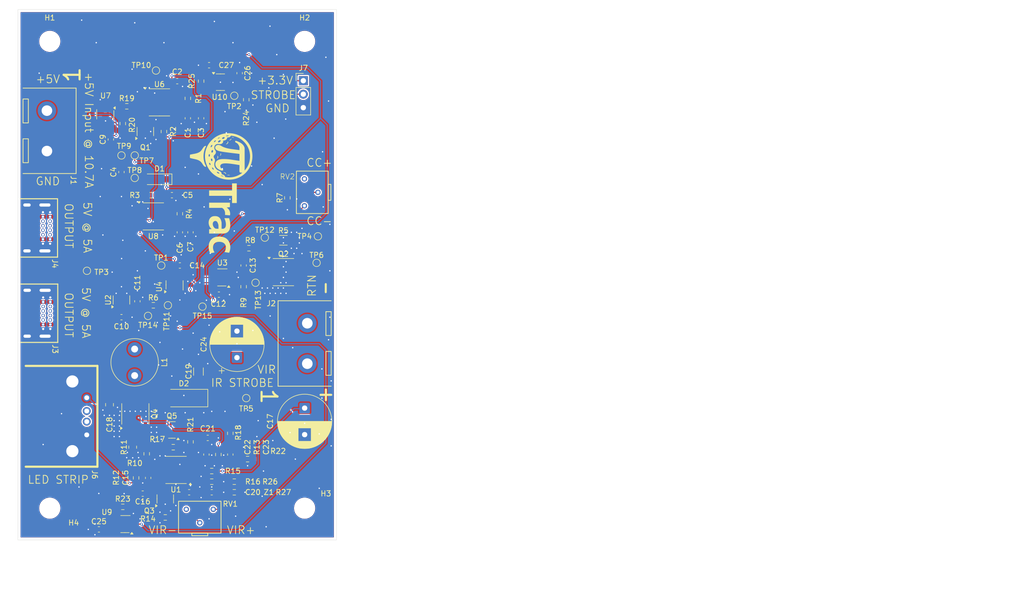
<source format=kicad_pcb>
(kicad_pcb (version 20241229) (generator "pcbnew") (generator_version "9.0")
  (layers (0 "F.Cu" signal) (2 "B.Cu" signal) (13 "F.Paste" user) (15 "B.Paste" user) (5 "F.SilkS" user "F.Silkscreen") (7 "B.SilkS" user "B.Silkscreen") (1 "F.Mask" user) (3 "B.Mask" user) (25 "Edge.Cuts" user))
  (net 0 "")
  (net 1 "+5V")
  (net 2 "GND")
  (net 3 "Net-(U6-CV)")
  (net 4 "Net-(U6-DIS)")
  (net 5 "Net-(D1-A)")
  (net 6 "Net-(U6-Q)")
  (net 7 "Net-(U8-CV)")
  (net 8 "Net-(U8-DIS)")
  (net 9 "Net-(U6-R)")
  (net 10 "Net-(U8-Q)")
  (net 11 "VIR")
  (net 28 "Net-(U2-VOUT)")
  (net 29 "/CC Sink/VIR-RTN")
  (net 30 "Net-(Q2-S-Pad1)")
  (net 31 "Net-(Q2-G)")
  (net 32 "Net-(U3-+)")
  (net 33 "Net-(U3--)")
  (net 34 "Net-(C13-Pad2)")
  (net 35 "/Connectors/STROBE")
  (net 36 "Net-(U4-NO)")
  (net 37 "/CC Sink/STROBE-SAFE")
  (net 38 "Net-(U1-VCC)")
  (net 39 "Net-(D2-A)")
  (net 40 "Net-(Q4-G)")
  (net 41 "Net-(U1-OUT)")
  (net 42 "Net-(Q4-S-Pad1)")
  (net 43 "Net-(U1-CS)")
  (net 44 "Net-(U1-FB)")
  (net 45 "Net-(U1-COMP)")
  (net 46 "Net-(Q5-C)")
  (net 47 "Net-(Q5-B)")
  (net 48 "Net-(C23-Pad1)")
  (net 49 "Net-(Q5-E)")
  (net 50 "Net-(R19-Pad2)")
  (net 53 "Net-(R14-Pad2)")
  (net 54 "Net-(U1-RC)")
  (net 55 "Net-(R16-Pad1)")
  (net 56 "+3.3V")
  (net 57 "Net-(Q3-Pad1)")
  (net 58 "Net-(R23-Pad1)")
  (net 59 "Net-(U10-A)")
  (net 61 "Net-(U6-TR)")
  (net 62 "Net-(C20-Pad2)")
  (net 63 "Net-(R7-Pad2)")
  (footprint "MountingHole:MountingHole_3.5mm" (layer "F.Cu") (at 148 50.5)
    (property "Reference" "H2")
    (property "Value" "MountingHole")
  )
  (footprint "Package_TO_SOT_SMD:SOT-23-5_HandSoldering" (layer "F.Cu") (at 110.45 64.25 -90)
    (property "Reference" "U7")
    (property "Value" "SN74LVC1G08DBVR")
  )
  (footprint "Pi Connector Parts:USB4085-GF-A" (layer "F.Cu") (at 93.96 85.675 -90)
    (property "Reference" "J4")
    (property "Value" "USB4085-GF-A")
  )
  (footprint "Package_TO_SOT_SMD:SOT-23" (layer "F.Cu") (at 123 123.75 180)
    (property "Reference" "Q5")
    (property "Value" "MMBT3904-7-F")
  )
  (footprint "MountingHole:MountingHole_3.5mm" (layer "F.Cu") (at 148 138.5)
    (property "Reference" "H3")
    (property "Value" "MountingHole")
  )
  (footprint "Capacitor_SMD:C_0603_1608Metric_Pad1.08x0.95mm_HandSolder" (layer "F.Cu") (at 134 128.3875 -90)
    (property "Reference" "C23")
    (property "Value" "10nF")
  )
  (footprint "TestPoint:TestPoint_Pad_D1.0mm" (layer "F.Cu") (at 138.75 96)
    (property "Reference" "TP13")
    (property "Value" "TestPoint")
  )
  (footprint "Capacitor_SMD:C_0603_1608Metric_Pad1.08x0.95mm_HandSolder" (layer "F.Cu") (at 128.5 65 -90)
    (property "Reference" "C3")
    (property "Value" "100nF")
  )
  (footprint "TestPoint:TestPoint_Pad_D1.0mm" (layer "F.Cu") (at 150.25 92.25)
    (property "Reference" "TP6")
    (property "Value" "TestPoint")
  )
  (footprint "Capacitor_SMD:C_0603_1608Metric_Pad1.08x0.95mm_HandSolder" (layer "F.Cu") (at 130 55 180)
    (property "Reference" "C27")
    (property "Value" "100nF")
  )
  (footprint "MountingHole:MountingHole_3.5mm" (layer "F.Cu") (at 100 138.5)
    (property "Reference" "H4")
    (property "Value" "MountingHole")
  )
  (footprint "Inductor_THT:L_Radial_D8.7mm_P5.00mm_Fastron_07HCP" (layer "F.Cu") (at 115.98 108.5 -90)
    (property "Reference" "L1")
    (property "Value" "33uH")
  )
  (footprint "TestPoint:TestPoint_Pad_D1.0mm" (layer "F.Cu") (at 118.5 102.25)
    (property "Reference" "TP14")
    (property "Value" "TestPoint")
  )
  (footprint "Capacitor_SMD:C_0603_1608Metric_Pad1.08x0.95mm_HandSolder" (layer "F.Cu") (at 116.5 99.5 90)
    (property "Reference" "C11")
    (property "Value" "100nF")
  )
  (footprint "Pi Connector Parts:3362W-1-501LF" (layer "F.Cu") (at 146.94 78.96 -90)
    (property "Reference" "RV2")
    (property "Value" "3362W-1-501LF")
  )
  (footprint "Capacitor_SMD:C_0603_1608Metric_Pad1.08x0.95mm_HandSolder" (layer "F.Cu") (at 135.75 56.5 90)
    (property "Reference" "C26")
    (property "Value" "100nF")
  )
  (footprint "Capacitor_SMD:C_0805_2012Metric_Pad1.18x1.45mm_HandSolder" (layer "F.Cu") (at 111.25 119 -90)
    (property "Reference" "C18")
    (property "Value" "4.7uF")
  )
  (footprint "Resistor_SMD:R_0603_1608Metric_Pad0.98x0.95mm_HandSolder" (layer "F.Cu") (at 130.5 131.5)
    (property "Reference" "R15")
    (property "Value" "4.99k")
  )
  (footprint "Resistor_SMD:R_0603_1608Metric_Pad0.98x0.95mm_HandSolder" (layer "F.Cu") (at 136.5 96.75 90)
    (property "Reference" "R9")
    (property "Value" "2")
  )
  (footprint "Resistor_SMD:R_0603_1608Metric_Pad0.98x0.95mm_HandSolder" (layer "F.Cu") (at 124.5 83 -90)
    (property "Reference" "R4")
    (property "Value" "1M")
  )
  (footprint "Capacitor_SMD:C_0603_1608Metric_Pad1.08x0.95mm_HandSolder" (layer "F.Cu") (at 126.5 86.5 -90)
    (property "Reference" "C7")
    (property "Value" "1uF")
  )
  (footprint "Capacitor_SMD:C_0603_1608Metric_Pad1.08x0.95mm_HandSolder" (layer "F.Cu") (at 129.5 128.3875 90)
    (property "Reference" "C22")
    (property "Value" "470pF")
  )
  (footprint "Capacitor_THT:CP_Radial_D10.0mm_P5.00mm" (layer "F.Cu") (at 148 119.632323 -90)
    (property "Reference" "C17")
    (property "Value" "100uF")
  )
  (footprint "Resistor_SMD:R_0603_1608Metric_Pad0.98x0.95mm_HandSolder" (layer "F.Cu") (at 116.25 132.7925 90)
    (property "Reference" "R12")
    (property "Value" "0")
  )
  (footprint "Resistor_SMD:R_0603_1608Metric_Pad0.98x0.95mm_HandSolder" (layer "F.Cu") (at 134.75 135.5 180)
    (property "Reference" "R27")
    (property "Value" "0")
  )
  (footprint "Package_TO_SOT_SMD:SOT-23-6" (layer "F.Cu") (at 132.1375 58.2)
    (property "Reference" "U10")
    (property "Value" "SN74LVC1T45DBV")
  )
  (footprint "TestPoint:TestPoint_Pad_D1.0mm" (layer "F.Cu") (at 120 56)
    (property "Reference" "TP10")
    (property "Value" "TestPoint")
  )
  (footprint "Capacitor_SMD:C_0603_1608Metric_Pad1.08x0.95mm_HandSolder" (layer "F.Cu") (at 117.5 135.75 180)
    (property "Reference" "C16")
    (property "Value" "1uF")
  )
  (footprint "Resistor_SMD:R_0603_1608Metric_Pad0.98x0.95mm_HandSolder" (layer "F.Cu") (at 119.5 100.25)
    (property "Reference" "R6")
    (property "Value" "24k")
  )
  (footprint "Pi Connector Parts:SOIC-8_3.9x4.9mm_P1.27mm_HandSolder" (layer "F.Cu") (at 116.115 120.725 90)
    (property "Reference" "Q4")
    (property "Value" "DMT616MLSS-13")
  )
  (footprint "Package_TO_SOT_SMD:SOT-23-3" (layer "F.Cu") (at 121.75 136.75 90)
    (property "Reference" "Q3")
    (property "Value" "DMN6140L-13")
  )
  (footprint "Capacitor_SMD:C_0603_1608Metric_Pad1.08x0.95mm_HandSolder" (layer "F.Cu") (at 129.75 125.25)
    (property "Reference" "C21")
    (property "Value" "100pF")
  )
  (footprint "Pi Connector Parts:D_SOD-123_HandSolder" (layer "F.Cu") (at 120 76.5 180)
    (property "Reference" "D1")
    (property "Value" "SD103AW-7-F")
  )
  (footprint "Pi Connector Parts:YK3210203000G" (layer "F.Cu") (at 99.46 67.37 90)
    (property "Reference" "J1")
    (property "Value" "YK3210203000G")
  )
  (footprint "Resistor_SMD:R_0603_1608Metric_Pad0.98x0.95mm_HandSolder" (layer "F.Cu") (at 137 61.5 -90)
    (property "Reference" "R24")
    (property "Value" "10k")
  )
  (footprint "Resistor_SMD:R_0805_2012Metric_Pad1.20x1.40mm_HandSolder" (layer "F.Cu") (at 115.615 127 90)
    (property "Reference" "R11")
    (property "Value" "200mOhm")
  )
  (footprint "TestPoint:TestPoint_Pad_D1.0mm" (layer "F.Cu") (at 150.5 87.25)
    (property "Reference" "TP4")
    (property "Value" "TestPoint")
  )
  (footprint "Capacitor_SMD:C_0603_1608Metric_Pad1.08x0.95mm_HandSolder" (layer "F.Cu") (at 130.5 135.5 180)
    (property "Reference" "Z1")
    (property "Value" "0R")
  )
  (footprint "Resistor_SMD:R_0603_1608Metric_Pad0.98x0.95mm_HandSolder" (layer "F.Cu") (at 126.5 126 90)
    (property "Reference" "R21")
    (property "Value" "0")
  )
  (footprint "Capacitor_SMD:C_0603_1608Metric_Pad1.08x0.95mm_HandSolder" (layer "F.Cu") (at 126 65 -90)
    (property "Reference" "C1")
    (property "Value" "100nF")
  )
  (footprint "Resistor_SMD:R_0603_1608Metric_Pad0.98x0.95mm_HandSolder" (layer "F.Cu") (at 113.75 138.25)
    (property "Reference" "R23")
    (property "Value" "27")
  )
  (footprint "Capacitor_SMD:C_0603_1608Metric_Pad1.08x0.95mm_HandSolder" (layer "F.Cu") (at 123 79.5)
    (property "Reference" "C5")
    (property "Value" "100nF")
  )
  (footprint "Resistor_SMD:R_0603_1608Metric_Pad0.98x0.95mm_HandSolder" (layer "F.Cu") (at 121.75 140.25)
    (property "Reference" "R14")
    (property "Value" "249")
  )
  (footprint "Resistor_SMD:R_0603_1608Metric_Pad0.98x0.95mm_HandSolder" (layer "F.Cu") (at 113.75 66 90)
    (property "Reference" "R20")
    (property "Value" "10k")
  )
  (footprint "Package_TO_SOT_SMD:SOT-23-3" (layer "F.Cu") (at 118 67.5 90)
    (property "Reference" "Q1")
    (property "Value" "DMN6140L-13")
  )
  (footprint "Resistor_SMD:R_0603_1608Metric_Pad0.98x0.95mm_HandSolder" (layer "F.Cu") (at 137.25 129.25)
    (property "Reference" "R22")
    (property "Value" "13.7k")
  )
  (footprint "Capacitor_SMD:C_0603_1608Metric_Pad1.08x0.95mm_HandSolder" (layer "F.Cu") (at 118.525 132.7925 -90)
    (property "Reference" "C15")
    (property "Value" "1uF")
  )
  (footprint "TestPoint:TestPoint_Pad_D1.0mm" (layer "F.Cu") (at 140.5 87.5)
    (property "Reference" "TP12")
    (property "Value" "TestPoint")
  )
  (footprint "Pi Connector Parts:USB4085-GF-A" (layer "F.Cu") (at 94 101.75 -90)
    (property "Reference" "J3")
    (property "Value" "USB4085-GF-A")
  )
  (footprint "Resistor_SMD:R_0603_1608Metric_Pad0.98x0.95mm_HandSolder" (layer "F.Cu") (at 134.75 133.5)
    (property "Reference" "R26")
    (property "Value" "0")
  )
  (footprint "Capacitor_SMD:C_0603_1608Metric_Pad1.08x0.95mm_HandSolder" (layer "F.Cu") (at 126.25 135.5)
    (property "Reference" "C20")
    (property "Value" "33pF")
  )
  (footprint "Capacitor_SMD:C_0603_1608Metric_Pad1.08x0.95mm_HandSolder" (layer "F.Cu") (at 113.5 75.1375 -90)
    (property "Reference" "C4")
    (property "Value" "100nF")
  )
  (footprint "TestPoint:TestPoint_Pad_D1.0mm" (layer "F.Cu") (at 113.5 72)
    (property "Reference" "TP9")
    (property "Value" "TestPoint")
  )
  (footprint "Pi Connector Parts:USB-A-S-RA" (layer "F.Cu") (at 93.97 121.18 -90)
    (property "Reference" "J6")
    (property "Value" "USB-A-S-RA")
  )
  (footprint "Resistor_SMD:R_0603_1608Metric_Pad0.98x0.95mm_HandSolder" (layer "F.Cu") (at 131.75 128.3875 90)
    (property "Reference" "R13")
    (property "Value" "3.16k")
  )
  (footprint "Pi Connector Parts:YK3210203000G" (layer "F.Cu") (at 148 107.5 -90)
    (property "Reference" "J2" (hide yes))
    (property "Value" "YK3210203000G" (hide yes))
  )
  (footprint "Capacitor_SMD:C_1206_3216Metric_Pad1.33x1.80mm_HandSolder" (layer "F.Cu") (at 128 112.75 90)
    (property "Reference" "C19")
    (property "Value" "4.7uF")
  )
  (footprint "Capacitor_SMD:C_0603_1608Metric_Pad1.08x0.95mm_HandSolder" (layer "F.Cu") (at 136.5 92.75 -90)
    (property "Reference" "C13")
    (property "Value" "470pF")
  )
  (footprint "Pi Connector Parts:SOIC-8_3.9x4.9mm_P1.27mm_HandSolder" (layer "F.Cu") (at 144 94)
    (property "Reference" "Q2")
    (property "Value" "DMT616MLSS-13")
  )
  (footprint "Package_TO_SOT_SMD:SOT-23-6_Handsoldering" (layer "F.Cu") (at 132.5 95 180)
    (property "Reference" "U3")
    (property "Value" "OPA357AIDBVR")
  )
  (footprint "Package_TO_SOT_SMD:SOT-23-3" (layer "F.Cu") (at 113.5 99.25 90)
    (property "Reference" "U2")
    (property "Value" "REF3025AIDBZR")
  )
  (footprint "Resistor_SMD:R_0603_1608Metric_Pad0.98x0.95mm_HandSolder" (layer "F.Cu") (at 144.75 80 90)
    (property "Reference" "R7")
    (property "Value" "750")
  )
  (footprint "Capacitor_THT:CP_Radial_D10.0mm_P5.00mm" (layer "F.Cu") (at 135.25 110.117677 90)
    (property "Reference" "C24")
    (property "Value" "100uF")
  )
  (footprint "TestPoint:TestPoint_Pad_D1.0mm" (layer "F.Cu") (at 122.25 100.25)
    (property "Reference" "TP11")
    (property "Value" "TestPoint")
  )
  (footprint "Resistor_SMD:R_0603_1608Metric_Pad0.98x0.95mm_HandSolder" (layer "F.Cu") (at 137.5 89.5 180)
    (property "Reference" "R8")
    (property "Value" "49.9")
  )
  (footprint "Resistor_SMD:R_0603_1608Metric_Pad0.98x0.95mm_HandSolder" (layer "F.Cu") (at 123.25 127 180)
    (property "Reference" "R17")
    (property "Value" "11k")
  )
  (footprint "Pi Connector Parts:SOIC-8_3.9x4.9mm_P1.27mm_HandSolder" (layer "F.Cu") (at 120.65 62)
    (property "Reference" "U6")
    (property "Value" "TLC555IDR")
  )
  (footprint "Capacitor_SMD:C_0603_1608Metric_Pad1.08x0.95mm_HandSolder" (layer "F.Cu") (at 124 58)
    (property "Reference" "C2")
    (property "Value" "100nF")
  )
  (footprint "Capacitor_SMD:C_0603_1608Metric_Pad1.08x0.95mm_HandSolder" (layer "F.Cu") (at 109.25 142.5 180)
    (property "Reference" "C25")
    (property "Value" "100nF")
  )
  (footprint "Resistor_SMD:R_0603_1608Metric_Pad0.98x0.95mm_HandSolder" (layer "F.Cu") (at 118.25 128.25 90)
    (property "Reference" "R10")
    (property "Value" "10")
  )
  (footprint "Pi Connector Parts:SOIC-8_3.9x4.9mm_P1.27mm_HandSolder" (layer "F.Cu") (at 123.775 131.2925 180)
    (property "Reference" "U1")
    (property "Value" "UCC2813DTR-3")
  )
  (footprint "Resistor_SMD:R_0603_1608Metric_Pad0.98x0.95mm_HandSolder" (layer "F.Cu") (at 134 124.3875 90)
    (property "Reference" "R18")
    (property "Value" "24.9k")
  )
  (footprint "Resistor_SMD:R_1206_3216Metric_Pad1.30x1.75mm_HandSolder" (layer "F.Cu") (at 144 88)
    (property "Reference" "R5")
    (property "Value" "33m")
  )
  (footprint "Package_TO_SOT_SMD:SOT-23-5_HandSoldering" (layer "F.Cu") (at 114.25 141.5 180)
    (property "Reference" "U9")
    (property "Value" "SN74LVC1G17DBVR")
  )
  (footprint "TestPoint:TestPoint_Pad_D1.0mm" (layer "F.Cu") (at 121 92.75)
    (property "Reference" "TP1")
    (property "Value" "TestPoint")
  )
  (footprint "TestPoint:TestPoint_Pad_D1.0mm" (layer "F.Cu") (at 128.75 100.5)
    (property "Reference" "TP15")
    (property "Value" "TestPoint")
  )
  (footprint "Resistor_SMD:R_0603_1608Metric_Pad0.98x0.95mm_HandSolder" (layer "F.Cu") (at 128.5 58 90)
    (property "Reference" "R25")
    (property "Value" "27")
  )
  (footprint "Connector_PinHeader_2.54mm:PinHeader_1x03_P2.54mm_Vertical" (layer "F.Cu") (at 147.75 57.92)
    (property "Reference" "J7")
    (property "Value" "PH1-03-UA")
  )
  (footprint "MountingHole:MountingHole_3.5mm" (layer "F.Cu") (at 100 50.5)
    (property "Reference" "H1")
    (property "Value" "MountingHole")
  )
  (footprint "TestPoint:TestPoint_Pad_D1.0mm" (layer "F.Cu") (at 134.75 60.75)
    (property "Reference" "TP2")
    (property "Value" "TestPoint")
  )
  (footprint "Pi Connector Parts:SOIC-8_3.9x4.9mm_P1.27mm_HandSolder" (layer "F.Cu") (at 119.5 83.5)
    (property "Reference" "U8")
    (property "Value" "TLC555IDR")
  )
  (footprint "TestPoint:TestPoint_Pad_D1.0mm" (layer "F.Cu") (at 137 117.75)
    (property "Reference" "TP5")
    (property "Value" "TestPoint")
  )
  (footprint "Capacitor_SMD:C_0603_1608Metric_Pad1.08x0.95mm_HandSolder" (layer "F.Cu") (at 111.5 69 -90)
    (property "Reference" "C9")
    (property "Value" "100nF")
  )
  (footprint "Resistor_SMD:R_0603_1608Metric_Pad0.98x0.95mm_HandSolder" (layer "F.Cu") (at 114.5 62.75 180)
    (property "Reference" "R19")
    (property "Value" "0")
  )
  (footprint "TestPoint:TestPoint_Pad_D1.0mm" (layer "F.Cu") (at 116 76.25)
    (property "Reference" "TP8")
    (property "Value" "TestPoint")
  )
  (footprint "Resistor_SMD:R_0603_1608Metric_Pad0.98x0.95mm_HandSolder" (layer "F.Cu") (at 121.5 67.5 90)
    (property "Reference" "R2")
    (property "Value" "10k")
  )
  (footprint "Diode_SMD:D_SMA_Handsoldering" (layer "F.Cu") (at 125.25 117.75 180)
    (property "Reference" "D2")
    (property "Value" "B260AE-13")
  )
  (footprint "Resistor_SMD:R_0603_1608Metric_Pad0.98x0.95mm_HandSolder" (layer "F.Cu") (at 119.0875 79.5 180)
    (property "Reference" "R3")
    (property "Value" "10k")
  )
  (footprint "Pi Connector Parts:3362W-1-501LF" (layer "F.Cu") (at 128.25 137.69 180)
    (property "Reference" "RV1")
    (property "Value" "3362W-1-501LF")
  )
  (footprint "Capacitor_SMD:C_0603_1608Metric_Pad1.08x0.95mm_HandSolder" (layer "F.Cu") (at 124.5 92.75)
    (property "Reference" "C14")
    (property "Value" "100nF")
  )
  (footprint "Capacitor_SMD:C_0603_1608Metric_Pad1.08x0.95mm_HandSolder" (layer "F.Cu") (at 124.5 86.5 -90)
    (property "Reference" "C6")
    (property "Value" "100nF")
  )
  (footprint "Capacitor_SMD:C_0603_1608Metric_Pad1.08x0.95mm_HandSolder" (layer "F.Cu") (at 113.5 102.5)
    (property "Reference" "C10")
    (property "Value" "100nF")
  )
  (footprint "Capacitor_SMD:C_0603_1608Metric_Pad1.08x0.95mm_HandSolder" (layer "F.Cu") (at 131.85 98.25)
    (property "Reference" "C12")
    (property "Value" "100nF")
  )
  (footprint "Package_TO_SOT_SMD:SOT-23-6_Handsoldering" (layer "F.Cu") (at 123.5 96.5 90)
    (property "Reference" "U4")
    (property "Value" "TS5A3157DBVR")
  )
  (footprint "TestPoint:TestPoint_Pad_D1.0mm" (layer "F.Cu") (at 116 72)
    (property "Reference" "TP7")
    (property "Value" "TestPoint")
  )
  (footprint "Resistor_SMD:R_0603_1608Metric_Pad0.98x0.95mm_HandSolder" (layer "F.Cu") (at 130.5 133.5 180)
    (property "Reference" "R16")
    (property "Value" "10k")
  )
  (footprint "TestPoint:TestPoint_Pad_D1.0mm" (layer "F.Cu") (at 107 93.75)
    (property "Reference" "TP3")
    (property "Value" "TestPoint")
  )
  (footprint "Resistor_SMD:R_0603_1608Metric_Pad0.98x0.95mm_HandSolder" (layer "F.Cu") (at 126 61.25 -90)
    (property "Reference" "R1")
    (property "Value" "1M")
  )
  (gr_poly (pts (xy 131.716057 72.341272) (xy 131.713532 72.366175) (xy 131.709192 72.390983) (xy 131.703071 72.415492) (xy 131.695203 72.439499) (xy 131.685621 72.462801) (xy 131.67436 72.485194) (xy 131.661454 72.506475) (xy 131.646936 72.526439) (xy 131.63084 72.544885) (xy 131.6132 72.561607) (xy 131.594051 72.576402) (xy 131.573425 72.589068) (xy 131.551358 72.5994) (xy 131.527882 72.607195) (xy 131.503032 72.612249) (xy 131.476842 72.61436) (xy 131.449345 72.613322) (xy 131.47662 72.582307) (xy 131.501646 72.551442) (xy 131.524242 72.520657) (xy 131.544222 72.489878) (xy 131.561402 72.459033) (xy 131.568886 72.443563) (xy 131.5756 72.42805) (xy 131.581523 72.412484) (xy 131.586631 72.396857) (xy 131.590901 72.381159) (xy 131.594311 72.365381) (xy 131.596836 72.349515) (xy 131.598456 72.333551) (xy 131.599145 72.31748) (xy 131.598882 72.301294) (xy 131.597644 72.284982) (xy 131.595407 72.268537) (xy 131.592148 72.251949) (xy 131.587845 72.23521) (xy 131.582474 72.218309) (xy 131.576013 72.201238) (xy 131.568438 72.183988) (xy 131.559726 72.166551) (xy 131.549856 72.148916) (xy 131.538802 72.131075) (xy 131.526544 72.113019) (xy 131.513057 72.094739) (xy 131.541828 72.096643) (xy 131.568275 72.101505) (xy 131.592433 72.109121) (xy 131.614334 72.119288) (xy 131.634013 72.131802) (xy 131.651505 72.14646) (xy 131.666842 72.163058) (xy 131.680059 72.181393) (xy 131.691189 72.201262) (xy 131.700267 72.22246) (xy 131.707326 72.244784) (xy 131.712401 72.268031) (xy 131.715525 72.291997) (xy 131.716732 72.316479)) (fill yes) (layer "F.SilkS"))
  (gr_poly (pts (xy 133.606449 69.51965) (xy 133.605498 69.53349) (xy 133.603927 69.547489) (xy 133.599065 69.575731) (xy 133.592154 69.603908) (xy 133.583484 69.631552) (xy 133.573344 69.658198) (xy 133.562025 69.683377) (xy 133.549816 69.706624) (xy 133.537008 69.727471) (xy 133.52389 69.745451) (xy 133.509808 69.761306) (xy 133.49268 69.777655) (xy 133.472919 69.79411) (xy 133.450938 69.810283) (xy 133.427148 69.825786) (xy 133.401962 69.840228) (xy 133.375793 69.853223) (xy 133.349053 69.864381) (xy 133.335598 69.86915) (xy 133.322154 69.873314) (xy 133.308774 69.876825) (xy 133.295509 69.879634) (xy 133.28241 69.881692) (xy 133.26953 69.882951) (xy 133.256919 69.883363) (xy 133.244629 69.882879) (xy 133.232712 69.881449) (xy 133.221219 69.879027) (xy 133.210202 69.875562) (xy 133.199712 69.871007) (xy 133.189801 69.865314) (xy 133.18052 69.858432) (xy 133.171922 69.850315) (xy 133.164057 69.840912) (xy 133.178843 69.835755) (xy 133.194661 69.829551) (xy 133.21132 69.822386) (xy 133.228631 69.814351) (xy 133.246405 69.805534) (xy 133.264452 69.796022) (xy 133.282583 69.785904) (xy 133.300608 69.775269) (xy 133.318338 69.764205) (xy 133.335583 69.7528) (xy 133.352154 69.741142) (xy 133.367862 69.729321) (xy 133.382517 69.717424) (xy 133.395929 69.705539) (xy 133.407909 69.693756) (xy 133.418268 69.682162) (xy 133.424449 69.674413) (xy 133.430187 69.666682) (xy 133.435503 69.658964) (xy 133.440418 69.651256) (xy 133.449127 69.635856) (xy 133.456481 69.620452) (xy 133.462646 69.605014) (xy 133.467791 69.589513) (xy 133.472081 69.57392) (xy 133.475683 69.558205) (xy 133.478764 69.542339) (xy 133.481491 69.526292) (xy 133.486551 69.493538) (xy 133.492195 69.459707) (xy 133.495654 69.442314) (xy 133.49976 69.424564) (xy 133.503041 69.385221) (xy 133.503594 69.383063) (xy 133.504269 69.381036) (xy 133.505082 69.379155) (xy 133.506044 69.377437) (xy 133.50717 69.375897) (xy 133.508473 69.374551) (xy 133.509967 69.373415) (xy 133.511666 69.372504) (xy 133.513583 69.371835) (xy 133.515733 69.371423) (xy 133.518127 69.371285) (xy 133.520781 69.371435) (xy 133.523708 69.371891) (xy 133.526921 69.372667) (xy 133.530434 69.37378) (xy 133.534262 69.375246) (xy 133.54581 69.380734) (xy 133.55623 69.387198) (xy 133.565558 69.39458) (xy 133.57383 69.402821) (xy 133.581082 69.411863) (xy 133.587351 69.421648) (xy 133.592673 69.432116) (xy 133.597084 69.443211) (xy 133.60062 69.454872) (xy 133.603318 69.467043) (xy 133.605213 69.479665) (xy 133.606343 69.492679) (xy 133.606743 69.506026)) (fill yes) (layer "F.SilkS"))
  (gr_poly (pts (xy 133.201252 75.456635) (xy 133.20073 75.463614) (xy 133.199756 75.470481) (xy 133.198307 75.47722) (xy 133.196365 75.483816) (xy 133.193908 75.490252) (xy 133.190916 75.496513) (xy 133.187368 75.502583) (xy 133.183244 75.508447) (xy 133.178523 75.514088) (xy 133.173185 75.51949) (xy 133.167209 75.524639) (xy 133.160575 75.529517) (xy 133.153262 75.53411) (xy 133.144226 75.516625) (xy 133.134744 75.499652) (xy 133.124823 75.483192) (xy 133.114471 75.467248) (xy 133.103693 75.451821) (xy 133.092496 75.436913) (xy 133.080889 75.422527) (xy 133.068876 75.408665) (xy 133.056466 75.395327) (xy 133.043664 75.382517) (xy 133.030479 75.370236) (xy 133.016916 75.358486) (xy 133.002983 75.347268) (xy 132.988687 75.336586) (xy 132.974034 75.326441) (xy 132.959031 75.316834) (xy 132.943685 75.307769) (xy 132.928003 75.299245) (xy 132.911992 75.291267) (xy 132.895659 75.283835) (xy 132.87901 75.276952) (xy 132.862052 75.270619) (xy 132.844793 75.264838) (xy 132.827239 75.259612) (xy 132.809397 75.254942) (xy 132.791273 75.25083) (xy 132.772875 75.247278) (xy 132.75421 75.244288) (xy 132.735284 75.241862) (xy 132.716105 75.240003) (xy 132.677012 75.237988) (xy 132.687149 75.225487) (xy 132.698303 75.214388) (xy 132.710404 75.204647) (xy 132.72338 75.196224) (xy 132.73716 75.189075) (xy 132.751671 75.183159) (xy 132.766844 75.178433) (xy 132.782607 75.174856) (xy 132.798888 75.172384) (xy 132.815616 75.170976) (xy 132.83272 75.17059) (xy 132.850129 75.171183) (xy 132.86777 75.172714) (xy 132.885574 75.175139) (xy 132.903468 75.178417) (xy 132.921381 75.182506) (xy 132.95698 75.192945) (xy 132.9918 75.206121) (xy 133.02527 75.221694) (xy 133.056821 75.239328) (xy 133.085881 75.258685) (xy 133.111881 75.279426) (xy 133.123554 75.290211) (xy 133.134249 75.301215) (xy 133.143893 75.312397) (xy 133.152415 75.323714) (xy 133.160717 75.336125) (xy 133.168686 75.349223) (xy 133.176158 75.362883) (xy 133.182968 75.376978) (xy 133.188952 75.391381) (xy 133.193945 75.405967) (xy 133.197784 75.42061) (xy 133.19922 75.427913) (xy 133.200304 75.435183) (xy 133.201018 75.442403) (xy 133.201341 75.449559)) (fill yes) (layer "F.SilkS"))
  (gr_poly (pts (xy 133.984874 85.39222) (xy 133.960364 85.591165) (xy 133.941816 85.687883) (xy 133.918779 85.782333) (xy 133.891031 85.87419) (xy 133.858354 85.96313) (xy 133.820525 86.048829) (xy 133.777325 86.130963) (xy 133.728533 86.209207) (xy 133.673928 86.283238) (xy 133.613291 86.352731) (xy 133.5464 86.417363) (xy 133.473035 86.476808) (xy 133.392976 86.530743) (xy 133.306003 86.578844) (xy 133.211893 86.620786) (xy 133.169051 86.636612) (xy 133.115731 86.654368) (xy 133.055446 86.672809) (xy 132.991708 86.690689) (xy 132.928029 86.706763) (xy 132.867922 86.719787) (xy 132.840306 86.724765) (xy 132.8149 86.728514) (xy 132.792143 86.730877) (xy 132.772474 86.731699) (xy 130.010224 86.731699) (xy 130.010012 86.731699) (xy 130.010012 85.927366) (xy 130.027117 85.923167) (xy 130.050258 85.919321) (xy 130.110841 85.912334) (xy 130.26261 85.898712) (xy 130.338589 85.890661) (xy 130.373277 85.886017) (xy 130.404496 85.880842) (xy 130.431296 85.875049) (xy 130.452726 85.868548) (xy 130.461131 85.865005) (xy 130.467838 85.861252) (xy 130.472726 85.857278) (xy 130.475679 85.853071) (xy 130.400104 85.795288) (xy 130.329926 85.731446) (xy 130.265179 85.662042) (xy 130.205892 85.58757) (xy 130.152098 85.508525) (xy 130.103829 85.425402) (xy 130.061115 85.338695) (xy 130.023989 85.248898) (xy 129.992481 85.156508) (xy 129.966624 85.062018) (xy 129.946449 84.965923) (xy 129.931987 84.868718) (xy 129.923271 84.770898) (xy 129.920331 84.672957) (xy 129.923199 84.575391) (xy 129.931907 84.478693) (xy 129.946486 84.383359) (xy 129.966968 84.289883) (xy 129.993385 84.198761) (xy 130.025767 84.110486) (xy 130.064147 84.025554) (xy 130.108556 83.944459) (xy 130.159025 83.867696) (xy 130.215587 83.795761) (xy 130.278272 83.729146) (xy 130.347112 83.668348) (xy 130.422139 83.613861) (xy 130.503385 83.566179) (xy 130.59088 83.525799) (xy 130.684657 83.493213) (xy 130.784746 83.468917) (xy 130.891181 83.453406) (xy 131.020531 83.443949) (xy 131.144742 83.442066) (xy 131.176792 83.443653) (xy 131.176792 84.357693) (xy 131.150139 84.358374) (xy 131.123624 84.360686) (xy 131.097311 84.364597) (xy 131.07127 84.370077) (xy 131.045565 84.377093) (xy 131.020264 84.385614) (xy 130.995433 84.395608) (xy 130.971139 84.407045) (xy 130.947449 84.419892) (xy 130.92443 84.434118) (xy 130.902148 84.449692) (xy 130.88067 84.466581) (xy 130.860062 84.484755) (xy 130.840392 84.504182) (xy 130.821726 84.52483) (xy 130.80413 84.546668) (xy 130.787672 84.569665) (xy 130.772418 84.593788) (xy 130.758435 84.619007) (xy 130.745789 84.64529) (xy 130.734547 84.672605) (xy 130.723171 84.705554) (xy 130.713621 84.739188) (xy 130.705858 84.773436) (xy 130.699842 84.808226) (xy 130.695533 84.843489) (xy 130.692892 84.879153) (xy 130.692452 84.951403) (xy 130.698203 85.024409) (xy 130.709827 85.097606) (xy 130.727004 85.170427) (xy 130.749417 85.242306) (xy 130.776745 85.312677) (xy 130.808672 85.380973) (xy 130.844877 85.446629) (xy 130.885042 85.509079) (xy 130.928848 85.567756) (xy 130.975977 85.622093) (xy 131.02611 85.671526) (xy 131.078928 85.715487) (xy 131.100577 85.731177) (xy 131.122038 85.745282) (xy 131.143328 85.757884) (xy 131.164467 85.769067) (xy 131.18547 85.778913) (xy 131.206357 85.787506) (xy 131.227145 85.794928) (xy 131.247852 85.801262) (xy 131.268495 85.806591) (xy 131.289094 85.810999) (xy 131.330225 85.817379) (xy 131.371389 85.821066) (xy 131.412727 85.822723) (xy 131.582682 85.822317) (xy 131.627034 85.823772) (xy 131.672417 85.827177) (xy 131.718973 85.833195) (xy 131.766845 85.842488) (xy 131.766845 85.23945) (xy 131.765133 85.198689) (xy 131.760134 85.153355) (xy 131.752053 85.104214) (xy 131.741095 85.052029) (xy 131.727465 84.997565) (xy 131.71137 84.941589) (xy 131.693013 84.884863) (xy 131.672601 84.828155) (xy 131.650338 84.772227) (xy 131.62643 84.717846) (xy 131.601082 84.665776) (xy 131.5745 84.616783) (xy 131.546888 84.57163) (xy 131.518452 84.531083) (xy 131.489397 84.495907) (xy 131.459929 84.466867) (xy 131.436173 84.447526) (xy 131.41182 84.430163) (xy 131.386937 84.414746) (xy 131.36159 84.401244) (xy 131.335847 84.389625) (xy 131.309774 84.379858) (xy 131.283437 84.371911) (xy 131.256904 84.365752) (xy 131.230241 84.361351) (xy 131.203515 84.358675) (xy 131.176792 84.357693) (xy 131.176792 83.443653) (xy 131.2637 83.447958) (xy 131.377293 83.461826) (xy 131.485406 83.483873) (xy 131.537373 83.498026) (xy 131.587927 83.514299) (xy 131.637054 83.532717) (xy 131.684741 83.553306) (xy 131.730973 83.576091) (xy 131.775736 83.601096) (xy 131.819015 83.628348) (xy 131.860797 83.65787) (xy 131.901067 83.68969) (xy 131.939811 83.72383) (xy 131.977015 83.760318) (xy 132.012665 83.799178) (xy 132.046747 83.840435) (xy 132.079246 83.884114) (xy 132.110148 83.930241) (xy 132.139439 83.978841) (xy 132.167105 84.029939) (xy 132.193131 84.08356) (xy 132.217504 84.139729) (xy 132.24021 84.198472) (xy 132.261233 84.259814) (xy 132.28056 84.323779) (xy 132.302753 84.405242) (xy 132.31584 84.456136) (xy 132.328873 84.509703) (xy 132.340815 84.562862) (xy 132.350629 84.612536) (xy 132.354413 84.635104) (xy 132.357277 84.655647) (xy 132.35909 84.673779) (xy 132.359724 84.689116) (xy 132.359724 85.821532) (xy 132.687807 85.821532) (xy 132.696886 85.821145) (xy 132.706472 85.820006) (xy 132.716525 85.81815) (xy 132.727004 85.815612) (xy 132.749072 85.808629) (xy 132.772345 85.799334) (xy 132.796492 85.788004) (xy 132.821183 85.774919) (xy 132.846087 85.760356) (xy 132.870872 85.744591) (xy 132.895209 85.727904) (xy 132.918765 85.710573) (xy 132.941212 85.692874) (xy 132.962216 85.675086) (xy 132.981448 85.657486) (xy 132.998578 85.640353) (xy 133.013273 85.623964) (xy 133.025203 85.608596) (xy 133.051832 85.567251) (xy 133.075541 85.523186) (xy 133.096418 85.476583) (xy 133.114551 85.427621) (xy 133.13003 85.376482) (xy 133.142942 85.323345) (xy 133.161421 85.2118) (xy 133.170696 85.094432) (xy 133.171476 84.972683) (xy 133.164467 84.847998) (xy 133.150378 84.721819) (xy 133.129917 84.59559) (xy 133.103791 84.470756) (xy 133.072709 84.348759) (xy 133.037378 84.231043) (xy 132.998506 84.119053) (xy 132.956801 84.014231) (xy 132.912971 83.918021) (xy 132.867724 83.831867) (xy 133.77789 83.831867) (xy 133.826486 83.999672) (xy 133.872118 84.180447) (xy 133.913021 84.371597) (xy 133.947432 84.57053) (xy 133.973587 84.774652) (xy 133.989721 84.98137) (xy 133.994071 85.18809)) (fill yes) (layer "F.SilkS"))
  (gr_poly (pts (xy 132.063178 72.041822) (xy 132.063178 72.04161) (xy 132.063262 72.04166)) (fill yes) (layer "F.SilkS"))
  (gr_poly (pts (xy 133.997792 89.411566) (xy 133.991851 89.508867) (xy 133.982221 89.605921) (xy 133.968939 89.702539) (xy 133.952042 89.798531) (xy 133.931568 89.893709) (xy 133.907553 89.987883) (xy 133.880035 90.080866) (xy 133.84905 90.172468) (xy 133.814637 90.262501) (xy 133.776832 90.350775) (xy 133.776832 90.350988) (xy 132.910057 90.223988) (xy 132.961424 90.121717) (xy 133.006766 90.020588) (xy 133.046117 89.92076) (xy 133.07951 89.822389) (xy 133.10698 89.725632) (xy 133.12856 89.630646) (xy 133.144286 89.537588) (xy 133.154191 89.446616) (xy 133.15831 89.357886) (xy 133.156676 89.271555) (xy 133.149323 89.187781) (xy 133.136287 89.10672) (xy 133.1176 89.02853) (xy 133.093298 88.953367) (xy 133.063413 88.881389) (xy 133.027982 88.812753) (xy 132.987036 88.747615) (xy 132.940612 88.686133) (xy 132.888742 88.628464) (xy 132.831461 88.574765) (xy 132.768803 88.525192) (xy 132.700803 88.479904) (xy 132.627494 88.439056) (xy 132.54891 88.402806) (xy 132.465087 88.371312) (xy 132.376057 88.34473) (xy 132.281855 88.323216) (xy 132.182515 88.306929) (xy 132.078071 88.296025) (xy 131.968558 88.290662) (xy 131.85401 88.290996) (xy 131.73446 88.297184) (xy 131.652955 88.305564) (xy 131.574927 88.318072) (xy 131.500377 88.334568) (xy 131.429303 88.354915) (xy 131.361704 88.378975) (xy 131.297579 88.40661) (xy 131.236927 88.437681) (xy 131.179748 88.472051) (xy 131.12604 88.509581) (xy 131.075802 88.550134) (xy 131.029035 88.593571) (xy 130.985735 88.639754) (xy 130.945904 88.688545) (xy 130.909539 88.739806) (xy 130.87664 88.793399) (xy 130.847206 88.849185) (xy 130.821236 88.907028) (xy 130.798729 88.966788) (xy 130.779684 89.028327) (xy 130.764101 89.091508) (xy 130.751977 89.156192) (xy 130.743313 89.222242) (xy 130.738108 89.289518) (xy 130.736359 89.357884) (xy 130.738068 89.4272) (xy 130.743232 89.49733) (xy 130.75185 89.568134) (xy 130.763922 89.639475) (xy 130.779448 89.711214) (xy 130.798425 89.783214) (xy 130.820853 89.855336) (xy 130.846731 89.927443) (xy 130.856048 89.950757) (xy 130.866007 89.973811) (xy 130.876524 89.996638) (xy 130.887516 90.01927) (xy 130.910592 90.064078) (xy 130.934572 90.108497) (xy 130.982581 90.197208) (xy 131.00528 90.242021) (xy 131.016013 90.264656) (xy 131.026224 90.287487) (xy 130.225488 90.454069) (xy 130.135508 90.279276) (xy 130.060299 90.093732) (xy 130.000256 89.899556) (xy 129.955772 89.698865) (xy 129.927243 89.493778) (xy 129.915063 89.286412) (xy 129.919626 89.078885) (xy 129.941326 88.873316) (xy 129.980558 88.671822) (xy 130.006872 88.573265) (xy 130.037717 88.476522) (xy 130.073142 88.381856) (xy 130.113196 88.289533) (xy 130.15793 88.199817) (xy 130.207391 88.112973) (xy 130.26163 88.029266) (xy 130.320695 87.948961) (xy 130.384636 87.872322) (xy 130.453503 87.799615) (xy 130.527344 87.731103) (xy 130.606209 87.667052) (xy 130.690148 87.607726) (xy 130.779209 87.55339) (xy 130.904607 87.489724) (xy 131.038665 87.434923) (xy 131.180123 87.388973) (xy 131.327723 87.35186) (xy 131.480207 87.323568) (xy 131.636317 87.304084) (xy 131.794795 87.293392) (xy 131.954382 87.291479) (xy 132.11382 87.298328) (xy 132.271851 87.313927) (xy 132.427217 87.33826) (xy 132.57866 87.371313) (xy 132.72492 87.413071) (xy 132.864741 87.46352) (xy 132.996864 87.522645) (xy 133.12003 87.590431) (xy 133.204641 87.64541) (xy 133.284745 87.704296) (xy 133.360381 87.766899) (xy 133.431586 87.833031) (xy 133.498396 87.902503) (xy 133.560849 87.975126) (xy 133.618981 88.050711) (xy 133.67283 88.12907) (xy 133.722434 88.210014) (xy 133.767829 88.293353) (xy 133.809052 88.378899) (xy 133.84614 88.466464) (xy 133.879131 88.555858) (xy 133.908062 88.646892) (xy 133.932969 88.739378) (xy 133.953891 88.833127) (xy 133.970863 88.92795) (xy 133.983924 89.023658) (xy 133.99311 89.120062) (xy 133.998459 89.216974) (xy 134.000007 89.314205)) (fill yes) (layer "F.SilkS"))
  (gr_poly (pts (xy 134.200506 68.886254) (xy 134.198283 68.905612) (xy 134.194747 68.924396) (xy 134.189951 68.942592) (xy 134.183947 68.960187) (xy 134.17679 68.977168) (xy 134.16853 68.993521) (xy 134.159223 69.009234) (xy 134.14892 69.024292) (xy 134.137675 69.038682) (xy 134.125541 69.052392) (xy 134.11257 69.065408) (xy 134.098816 69.077717) (xy 134.084332 69.089304) (xy 134.069169 69.100158) (xy 134.053383 69.110265) (xy 134.037025 69.119611) (xy 134.020149 69.128183) (xy 134.002807 69.135968) (xy 133.985052 69.142953) (xy 133.966938 69.149124) (xy 133.948517 69.154468) (xy 133.929843 69.158972) (xy 133.910968 69.162622) (xy 133.891946 69.165405) (xy 133.872829 69.167308) (xy 133.85367 69.168318) (xy 133.834523 69.168421) (xy 133.81544 69.167603) (xy 133.796474 69.165853) (xy 133.777678 69.163156) (xy 133.784788 69.15573) (xy 133.792139 69.14864) (xy 133.807503 69.135375) (xy 133.82365 69.123182) (xy 133.840461 69.111883) (xy 133.857816 69.101299) (xy 133.875596 69.091253) (xy 133.911954 69.07206) (xy 133.948581 69.052876) (xy 133.966696 69.042842) (xy 133.98452 69.032276) (xy 134.001933 69.020999) (xy 134.018817 69.008834) (xy 134.035051 68.995601) (xy 134.050517 68.981122) (xy 134.055263 68.976092) (xy 134.059792 68.970822) (xy 134.068286 68.959684) (xy 134.076169 68.947938) (xy 134.083613 68.935819) (xy 134.097862 68.911389) (xy 134.105011 68.899543) (xy 134.112402 68.888254) (xy 134.120208 68.877753) (xy 134.12432 68.872871) (xy 134.128599 68.868273) (xy 134.133068 68.863989) (xy 134.137746 68.860048) (xy 134.142657 68.856478) (xy 134.14782 68.853309) (xy 134.153258 68.850569) (xy 134.158992 68.848289) (xy 134.165042 68.846496) (xy 134.171431 68.84522) (xy 134.17818 68.84449) (xy 134.185311 68.844335) (xy 134.192843 68.844785) (xy 134.2008 68.845867) (xy 134.201362 68.866334)) (fill yes) (layer "F.SilkS"))
  (gr_poly (pts (xy 135.217011 80.974367) (xy 134.328011 80.974367) (xy 134.328011 79.6197) (xy 130.010012 79.6197) (xy 130.010012 78.635449) (xy 130.009935 78.634844) (xy 130.009711 78.634216) (xy 130.009352 78.633567) (xy 130.008868 78.632896) (xy 130.00827 78.632202) (xy 130.007569 78.631486) (xy 130.005901 78.629983) (xy 129.997286 78.622988) (xy 129.995081 78.62098) (xy 129.994032 78.619935) (xy 129.993031 78.618862) (xy 129.992091 78.617761) (xy 129.991222 78.616632) (xy 129.990436 78.615474) (xy 129.989742 78.614287) (xy 129.989152 78.61307) (xy 129.988677 78.611824) (xy 129.988327 78.610547) (xy 129.988114 78.60924) (xy 129.988049 78.607902) (xy 129.988141 78.606533) (xy 129.988403 78.605133) (xy 129.988845 78.6037) (xy 134.328012 78.6037) (xy 134.328012 77.2702) (xy 135.217012 77.2702) (xy 135.217012 80.974367)) (fill yes) (layer "F.SilkS"))
  (gr_poly (pts (xy 133.906693 75.780105) (xy 133.906012 75.784144) (xy 133.90489 75.788321) (xy 133.904678 75.788534) (xy 133.876907 75.781072) (xy 133.84944 75.774664) (xy 133.822233 75.769221) (xy 133.795237 75.764655) (xy 133.768406 75.760877) (xy 133.741693 75.7578) (xy 133.688434 75.753397) (xy 133.635086 75.750739) (xy 133.581275 75.749124) (xy 133.470762 75.7462) (xy 133.465658 75.74623) (xy 133.460035 75.746567) (xy 133.447733 75.747748) (xy 133.43486 75.748908) (xy 133.428524 75.749221) (xy 133.422422 75.749216) (xy 133.41668 75.748789) (xy 133.413983 75.748385) (xy 133.411422 75.747837) (xy 133.409015 75.747131) (xy 133.406776 75.746254) (xy 133.404721 75.745194) (xy 133.402866 75.743938) (xy 133.401226 75.742471) (xy 133.399818 75.740783) (xy 133.398657 75.738858) (xy 133.397758 75.736685) (xy 133.397137 75.73425) (xy 133.39681 75.73154) (xy 133.396793 75.728543) (xy 133.397102 75.725245) (xy 133.453891 75.706193) (xy 133.481082 75.697978) (xy 133.507644 75.690743) (xy 133.533711 75.684571) (xy 133.559413 75.67954) (xy 133.584882 75.675732) (xy 133.61025 75.673228) (xy 133.635647 75.672108) (xy 133.661205 75.672453) (xy 133.687056 75.674342) (xy 133.713331 75.677858) (xy 133.740162 75.683081) (xy 133.76768 75.69009) (xy 133.796017 75.698968) (xy 133.825303 75.709793) (xy 133.837821 75.714713) (xy 133.852264 75.720694) (xy 133.859792 75.724135) (xy 133.867302 75.727906) (xy 133.874629 75.732025) (xy 133.881606 75.736516) (xy 133.888068 75.741399) (xy 133.891053 75.743994) (xy 133.893847 75.746694) (xy 133.896428 75.749503) (xy 133.898777 75.752424) (xy 133.900873 75.755458) (xy 133.902694 75.758609) (xy 133.904219 75.761878) (xy 133.905429 75.76527) (xy 133.906302 75.768785) (xy 133.906818 75.772428) (xy 133.906955 75.7762)) (fill yes) (layer "F.SilkS"))
  (gr_poly (pts (xy 129.422435 70.274246) (xy 129.421304 70.285389) (xy 129.419794 70.296306) (xy 129.418031 70.306775) (xy 129.416141 70.316571) (xy 129.412478 70.333249) (xy 129.408902 70.346178) (xy 129.404365 70.358938) (xy 129.398988 70.371537) (xy 129.392892 70.383983) (xy 129.386199 70.396285) (xy 129.379029 70.408452) (xy 129.363742 70.432415) (xy 129.332766 70.4791) (xy 129.325643 70.490564) (xy 129.319011 70.501962) (xy 129.312991 70.513303) (xy 129.307703 70.524596) (xy 129.232812 70.70694) (xy 129.16668 70.890226) (xy 129.109348 71.074379) (xy 129.06086 71.259323) (xy 129.021256 71.444985) (xy 128.99058 71.631289) (xy 128.968873 71.818159) (xy 128.956178 72.005521) (xy 128.952536 72.1933) (xy 128.95799 72.38142) (xy 128.972582 72.569808) (xy 128.996355 72.758386) (xy 129.029349 72.947082) (xy 129.071609 73.135818) (xy 129.123175 73.324522) (xy 129.18409 73.513117) (xy 129.195046 73.54268) (xy 129.207654 73.573443) (xy 129.236751 73.637702) (xy 129.269238 73.704175) (xy 129.302967 73.771139) (xy 129.335793 73.836872) (xy 129.36557 73.899653) (xy 129.378645 73.929399) (xy 129.390154 73.957762) (xy 129.399827 73.984525) (xy 129.407398 74.009475) (xy 129.40973 74.018855) (xy 129.411741 74.028189) (xy 129.413449 74.037484) (xy 129.414875 74.046748) (xy 129.41604 74.055991) (xy 129.416964 74.065219) (xy 129.417666 74.074441) (xy 129.418166 74.083664) (xy 129.418645 74.10215) (xy 129.41856 74.120739) (xy 129.418073 74.139498) (xy 129.417346 74.158489) (xy 129.417345 74.1587) (xy 129.397363 74.158107) (xy 129.376286 74.156504) (xy 129.354312 74.153918) (xy 129.33164 74.150376) (xy 129.30847 74.145905) (xy 129.285 74.140532) (xy 129.261429 74.134284) (xy 129.237958 74.127188) (xy 129.214784 74.119271) (xy 129.192106 74.11056) (xy 129.170125 74.101082) (xy 129.149038 74.090864) (xy 129.129045 74.079933) (xy 129.110345 74.068315) (xy 129.093137 74.056039) (xy 129.07762 74.04313) (xy 129.045384 74.011707) (xy 129.012689 73.975617) (xy 128.979594 73.935451) (xy 128.946156 73.891802) (xy 128.912432 73.84526) (xy 128.878481 73.796418) (xy 128.810127 73.694198) (xy 128.741554 73.589874) (xy 128.673225 73.48818) (xy 128.639296 73.439798) (xy 128.6056 73.393848) (xy 128.572196 73.350921) (xy 128.539141 73.31161) (xy 128.486981 73.255239) (xy 128.433257 73.202571) (xy 128.378037 73.153435) (xy 128.321387 73.107656) (xy 128.263375 73.065062) (xy 128.204067 73.025479) (xy 128.143531 72.988736) (xy 128.081835 72.954658) (xy 127.955227 72.893806) (xy 127.82478 72.841541) (xy 127.691032 72.796476) (xy 127.55452 72.757229) (xy 127.41578 72.722414) (xy 127.275349 72.690648) (xy 126.991566 72.630722) (xy 126.707464 72.566375) (xy 126.566637 72.529084) (xy 126.427341 72.486534) (xy 126.424074 72.484606) (xy 126.421014 72.482443) (xy 126.418154 72.480057) (xy 126.415487 72.477461) (xy 126.413005 72.474668) (xy 126.410701 72.47169) (xy 126.408568 72.468541) (xy 126.406599 72.465231) (xy 126.404785 72.461776) (xy 126.403121 72.458186) (xy 126.401599 72.454475) (xy 126.400211 72.450655) (xy 126.397809 72.44274) (xy 126.395857 72.434543) (xy 126.394297 72.426165) (xy 126.39307 72.417707) (xy 126.392119 72.409271) (xy 126.391385 72.400957) (xy 126.389455 72.370964) (xy 126.387621 72.3292) (xy 126.38622 72.264062) (xy 126.385681 72.184106) (xy 126.386438 72.097887) (xy 126.388921 72.01396) (xy 126.393562 71.94088) (xy 126.396826 71.911081) (xy 126.400792 71.887202) (xy 126.405513 71.870313) (xy 126.408174 71.864823) (xy 126.411044 71.861482) (xy 126.54127 71.829299) (xy 126.675178 71.80051) (xy 126.950748 71.748673) (xy 127.231169 71.69709) (xy 127.371142 71.668617) (xy 127.509859 71.636877) (xy 127.646497 71.600759) (xy 127.780234 71.559152) (xy 127.910247 71.510947) (xy 128.035712 71.455032) (xy 128.155807 71.390299) (xy 128.269708 71.315635) (xy 128.32408 71.274233) (xy 128.376594 71.229932) (xy 128.427149 71.182594) (xy 128.475641 71.132079) (xy 128.513718 71.088077) (xy 128.551817 71.040161) (xy 128.589921 70.988967) (xy 128.628011 70.935136) (xy 128.704081 70.822114) (xy 128.779886 70.706205) (xy 128.855283 70.592519) (xy 128.892785 70.538106) (xy 128.930132 70.486165) (xy 128.967307 70.437334) (xy 129.004292 70.392253) (xy 129.041069 70.351559) (xy 129.077621 70.315892) (xy 129.090065 70.30569) (xy 129.104745 70.295394) (xy 129.121374 70.285107) (xy 129.139669 70.274935) (xy 129.159344 70.264981) (xy 129.180115 70.255349) (xy 129.201696 70.246144) (xy 129.223803 70.23747) (xy 129.246151 70.22943) (xy 129.268454 70.22213) (xy 129.290428 70.215674) (xy 129.311787 70.210165) (xy 129.332248 70.205707) (xy 129.351524 70.202406) (xy 129.369331 70.200364) (xy 129.385385 70.199687) (xy 129.390367 70.199962) (xy 129.394926 70.200769) (xy 129.399077 70.202078) (xy 129.402836 70.203864) (xy 129.406218 70.206096) (xy 129.40924 70.208748) (xy 129.411917 70.211792) (xy 129.414264 70.215198) (xy 129.416298 70.218941) (xy 129.418033 70.222991) (xy 129.419486 70.22732) (xy 129.420672 70.231901) (xy 129.421607 70.236706) (xy 129.422306 70.241706) (xy 129.422786 70.246873) (xy 129.423062 70.252181) (xy 129.423063 70.263102)) (fill yes) (layer "F.SilkS"))
  (gr_poly (pts (xy 132.266381 71.775659) (xy 132.26391 71.797053) (xy 132.260119 71.818606) (xy 132.255102 71.840157) (xy 132.248955 71.861541) (xy 132.241772 71.882596) (xy 132.224676 71.923066) (xy 132.204572 71.960261) (xy 132.193629 71.977223) (xy 132.182217 71.992878) (xy 132.170432 72.007061) (xy 132.158369 72.01961) (xy 132.146121 72.030363) (xy 132.133783 72.039155) (xy 132.121451 72.045824) (xy 132.109218 72.050206) (xy 132.09718 72.052139) (xy 132.085431 72.051459) (xy 132.074065 72.048004) (xy 132.063262 72.04166) (xy 132.101414 71.967851) (xy 132.119536 71.931429) (xy 132.128028 71.913139) (xy 132.136018 71.894714) (xy 132.143416 71.87609) (xy 132.150129 71.857205) (xy 132.156067 71.837997) (xy 132.161137 71.818402) (xy 132.165249 71.798358) (xy 132.16831 71.777802) (xy 132.17023 71.756672) (xy 132.170917 71.734906) (xy 132.170356 71.728705) (xy 132.168832 71.720365) (xy 132.163846 71.698826) (xy 132.157857 71.673414) (xy 132.155081 71.66023) (xy 132.152766 71.647249) (xy 132.151151 71.634861) (xy 132.150473 71.623456) (xy 132.15056 71.618244) (xy 132.15097 71.613425) (xy 132.151733 71.609046) (xy 132.152879 71.605157) (xy 132.154437 71.601807) (xy 132.156437 71.599044) (xy 132.158909 71.596917) (xy 132.161882 71.595475) (xy 132.165386 71.594767) (xy 132.169451 71.594842) (xy 132.174107 71.595748) (xy 132.179383 71.597534) (xy 132.197677 71.606403) (xy 132.213611 71.617227) (xy 132.227278 71.629842) (xy 132.238773 71.644084) (xy 132.248191 71.659791) (xy 132.255627 71.6768) (xy 132.261175 71.694947) (xy 132.26493 71.71407) (xy 132.266986 71.734005) (xy 132.267438 71.754589)) (fill yes) (layer "F.SilkS"))
  (gr_poly (pts (xy 138.159012 72.362371) (xy 138.138452 72.633405) (xy 138.102789 72.89881) (xy 138.052469 73.158202) (xy 137.987939 73.411193) (xy 137.909643 73.657397) (xy 137.818028 73.896429) (xy 137.713539 74.1279) (xy 137.596623 74.351426) (xy 137.467726 74.56662) (xy 137.327293 74.773094) (xy 137.17577 74.970464) (xy 137.013604 75.158343) (xy 136.841239 75.336343) (xy 136.659123 75.50408) (xy 136.4677 75.661166) (xy 136.267418 75.807215) (xy 136.058721 75.941841) (xy 135.842055 76.064657) (xy 135.617867 76.175277) (xy 135.386603 76.273315) (xy 135.148708 76.358384) (xy 134.904628 76.430098) (xy 134.654809 76.488071) (xy 134.399697 76.531916) (xy 134.139739 76.561246) (xy 133.875379 76.575676) (xy 133.607063 76.574819) (xy 133.335239 76.558288) (xy 133.060351 76.525698) (xy 132.782845 76.476662) (xy 132.475797 76.402639) (xy 132.180356 76.309946) (xy 131.896862 76.199465) (xy 131.625654 76.072079) (xy 131.367074 75.928672) (xy 131.121461 75.770126) (xy 130.889155 75.597323) (xy 130.670497 75.411148) (xy 130.465828 75.212483) (xy 130.275486 75.00221) (xy 130.099813 74.781214) (xy 129.939149 74.550375) (xy 129.793833 74.310579) (xy 129.664206 74.062707) (xy 129.550609 73.807643) (xy 129.453381 73.546269) (xy 129.372863 73.279468) (xy 129.309395 73.008124) (xy 129.263316 72.733119) (xy 129.234968 72.455336) (xy 129.224691 72.175658) (xy 129.232824 71.894969) (xy 129.259709 71.61415) (xy 129.305684 71.334085) (xy 129.371091 71.055657) (xy 129.456269 70.779748) (xy 129.56156 70.507242) (xy 129.687302 70.239022) (xy 129.833836 69.97597) (xy 130.001503 69.71897) (xy 130.047608 69.658014) (xy 130.047608 71.763723) (xy 130.033288 71.764938) (xy 130.019587 71.769221) (xy 130.006544 71.776347) (xy 129.994196 71.786096) (xy 129.98258 71.798245) (xy 129.971734 71.812573) (xy 129.961696 71.828857) (xy 129.952502 71.846876) (xy 129.94419 71.866408) (xy 129.936798 71.887231) (xy 129.930362 71.909123) (xy 129.924921 71.931861) (xy 129.920512 71.955225) (xy 129.917173 71.978992) (xy 129.91494 72.00294) (xy 129.913851 72.026847) (xy 129.913944 72.050492) (xy 129.915256 72.073653) (xy 129.917825 72.096106) (xy 129.921687 72.117632) (xy 129.926881 72.138007) (xy 129.933444 72.15701) (xy 129.941412 72.174418) (xy 129.950825 72.190011) (xy 129.961719 72.203566) (xy 129.974131 72.21486) (xy 129.9881 72.223673) (xy 130.003662 72.229782) (xy 130.018598 72.232879) (xy 130.032807 72.233531) (xy 130.046286 72.231874) (xy 130.059033 72.228045) (xy 130.063545 72.225843) (xy 130.063545 73.393937) (xy 130.054225 73.394335) (xy 130.04554 73.396514) (xy 130.037572 73.400573) (xy 130.030404 73.40661) (xy 130.024119 73.414723) (xy 130.018801 73.425009) (xy 130.01453 73.437568) (xy 130.011391 73.452496) (xy 130.009466 73.469893) (xy 130.008838 73.489855) (xy 130.009589 73.512482) (xy 130.011791 73.534639) (xy 130.015615 73.556741) (xy 130.020934 73.578674) (xy 130.027622 73.600323) (xy 130.035554 73.621572) (xy 130.044604 73.642306) (xy 130.054645 73.66241) (xy 130.065551 73.681769) (xy 130.077198 73.700268) (xy 130.089457 73.717792) (xy 130.102204 73.734225) (xy 130.115313 73.749453) (xy 130.128657 73.763361) (xy 130.14211 73.775833) (xy 130.155547 73.786754) (xy 130.168842 73.796009) (xy 130.181867 73.803484) (xy 130.194499 73.809062) (xy 130.20661 73.812629) (xy 130.218074 73.814069) (xy 130.228766 73.813269) (xy 130.23856 73.810112) (xy 130.247328 73.804483) (xy 130.254947 73.796267) (xy 130.261289 73.78535) (xy 130.266228 73.771615) (xy 130.269639 73.754949) (xy 130.271395 73.735235) (xy 130.271371 73.712359) (xy 130.26944 73.686206) (xy 130.265477 73.65666) (xy 130.259355 73.623607) (xy 130.255819 73.609228) (xy 130.251181 73.594572) (xy 130.245522 73.579738) (xy 130.238926 73.564823) (xy 130.231475 73.549926) (xy 130.223252 73.535145) (xy 130.204821 73.50632) (xy 130.184296 73.479134) (xy 130.162338 73.454371) (xy 130.139609 73.432814) (xy 130.128162 73.423483) (xy 130.116771 73.415247) (xy 130.105519 73.408206) (xy 130.094487 73.402456) (xy 130.083759 73.398096) (xy 130.073417 73.395224) (xy 130.063545 73.393937) (xy 130.063545 72.225843) (xy 130.071046 72.222181) (xy 130.082324 72.214418) (xy 130.092863 72.204893) (xy 130.102662 72.193743) (xy 130.111719 72.181104) (xy 130.120031 72.167113) (xy 130.127597 72.151907) (xy 130.134415 72.135622) (xy 130.140481 72.118396) (xy 130.145795 72.100365) (xy 130.150354 72.081665) (xy 130.154157 72.062433) (xy 130.1572 72.042807) (xy 130.159482 72.022922) (xy 130.161754 71.982924) (xy 130.160957 71.943533) (xy 130.159402 71.924407) (xy 130.157074 71.905843) (xy 130.15397 71.887977) (xy 130.150087 71.870947) (xy 130.145425 71.854889) (xy 130.139981 71.839939) (xy 130.133753 71.826234) (xy 130.126738 71.813912) (xy 130.118935 71.803109) (xy 130.110342 71.79396) (xy 130.093916 71.780692) (xy 130.07796 71.771378) (xy 130.062511 71.765795) (xy 130.047608 71.763723) (xy 130.047608 69.658014) (xy 130.190643 69.468904) (xy 130.401595 69.226656) (xy 130.547393 69.081793) (xy 130.547393 70.03769) (xy 130.53032 70.038976) (xy 130.513811 70.041884) (xy 130.497872 70.046333) (xy 130.482509 70.052242) (xy 130.467729 70.059532) (xy 130.453539 70.06812) (xy 130.439945 70.077927) (xy 130.426954 70.088873) (xy 130.414571 70.100876) (xy 130.402803 70.113857) (xy 130.391657 70.127734) (xy 130.381139 70.142428) (xy 130.371256 70.157858) (xy 130.362014 70.173943) (xy 130.353419 70.190603) (xy 130.345477 70.207758) (xy 130.338196 70.225326) (xy 130.331582 70.243227) (xy 130.325641 70.261382) (xy 130.32038 70.279708) (xy 130.315804 70.298127) (xy 130.311921 70.316557) (xy 130.308737 70.334918) (xy 130.306258 70.353129) (xy 130.304491 70.37111) (xy 130.303442 70.38878) (xy 130.303118 70.40606) (xy 130.303524 70.422867) (xy 130.304669 70.439123) (xy 130.306557 70.454746) (xy 130.321022 70.459213) (xy 130.335871 70.461123) (xy 130.351029 70.460619) (xy 130.366418 70.457843) (xy 130.381965 70.45294) (xy 130.397591 70.446052) (xy 130.413222 70.437324) (xy 130.428781 70.426898) (xy 130.444192 70.414919) (xy 130.45938 70.401528) (xy 130.474269 70.386871) (xy 130.488782 70.371089) (xy 130.502843 70.354328) (xy 130.516377 70.336729) (xy 130.529308 70.318436) (xy 130.541559 70.299594) (xy 130.553056 70.280345) (xy 130.56372 70.260832) (xy 130.573478 70.241199) (xy 130.582252 70.22159) (xy 130.589968 70.202147) (xy 130.596548 70.183015) (xy 130.601917 70.164336) (xy 130.605999 70.146255) (xy 130.608718 70.128913) (xy 130.609998 70.112456) (xy 130.609763 70.097026) (xy 130.607937 70.082766) (xy 130.604444 70.069821) (xy 130.599209 70.058333) (xy 130.592154 70.048445) (xy 130.583205 70.040302) (xy 130.565024 70.038105) (xy 130.547393 70.03769) (xy 130.547393 69.081793) (xy 130.638713 68.99106) (xy 130.638713 70.99819) (xy 130.622093 70.999137) (xy 130.604518 71.003214) (xy 130.586027 71.01061) (xy 130.566655 71.021515) (xy 130.54644 71.036118) (xy 130.52542 71.054609) (xy 130.512922 71.067735) (xy 130.501387 71.082176) (xy 130.490816 71.097797) (xy 130.481213 71.114461) (xy 130.472579 71.132031) (xy 130.464917 71.150371) (xy 130.458228 71.169345) (xy 130.452517 71.188816) (xy 130.444032 71.228702) (xy 130.439482 71.26894) (xy 130.438886 71.308437) (xy 130.440076 71.327566) (xy 130.442261 71.3461) (xy 130.445444 71.363904) (xy 130.448585 71.376621) (xy 130.448585 72.595754) (xy 130.441867 72.597857) (xy 130.434847 72.599954) (xy 130.427697 72.602161) (xy 130.420592 72.604591) (xy 130.417111 72.605925) (xy 130.413705 72.607358) (xy 130.410398 72.608904) (xy 130.407211 72.610577) (xy 130.404165 72.612392) (xy 130.401282 72.614362) (xy 130.398583 72.616501) (xy 130.396091 72.618826) (xy 130.386412 72.630036) (xy 130.377951 72.642706) (xy 130.370678 72.65671) (xy 130.364563 72.671919) (xy 130.359575 72.688207) (xy 130.355683 72.705447) (xy 130.352858 72.72351) (xy 130.35107 72.74227) (xy 130.350478 72.781372) (xy 130.353665 72.821734) (xy 130.360387 72.862338) (xy 130.370401 72.902168) (xy 130.383463 72.940203) (xy 130.399331 72.975428) (xy 130.408241 72.991668) (xy 130.41776 73.006823) (xy 130.427859 73.020767) (xy 130.438508 73.033371) (xy 130.449675 73.044509) (xy 130.46133 73.054054) (xy 130.473444 73.061878) (xy 130.485984 73.067854) (xy 130.498922 73.071855) (xy 130.512227 73.073753) (xy 130.525867 73.073422) (xy 130.539813 73.070734) (xy 130.553289 73.065712) (xy 130.56555 73.058563) (xy 130.576612 73.049437) (xy 130.58649 73.038483) (xy 130.595202 73.02585) (xy 130.602763 73.011688) (xy 130.60919 72.996146) (xy 130.612171 72.986727) (xy 130.612171 74.284227) (xy 130.602397 74.284593) (xy 130.593237 74.286843) (xy 130.584755 74.29109) (xy 130.577015 74.297445) (xy 130.570082 74.306021) (xy 130.567075 74.315283) (xy 130.56486 74.324834) (xy 130.563404 74.334649) (xy 130.562676 74.344701) (xy 130.562644 74.354963) (xy 130.563275 74.365409) (xy 130.564538 74.376011) (xy 130.566401 74.386745) (xy 130.568831 74.397583) (xy 130.571797 74.408498) (xy 130.579209 74.430456) (xy 130.588379 74.452406) (xy 130.599054 74.474137) (xy 130.610976 74.495436) (xy 130.623889 74.516091) (xy 130.637539 74.535891) (xy 130.651669 74.554623) (xy 130.666024 74.572075) (xy 130.680347 74.588035) (xy 130.694383 74.602291) (xy 130.707877 74.61463) (xy 130.723763 74.627713) (xy 130.740132 74.640028) (xy 130.756722 74.651297) (xy 130.773272 74.661243) (xy 130.789521 74.66959) (xy 130.79745 74.673076) (xy 130.805207 74.676059) (xy 130.812757 74.678503) (xy 130.820069 74.680374) (xy 130.827109 74.681637) (xy 130.833845 74.682258) (xy 130.840244 74.682201) (xy 130.846274 74.681433) (xy 130.851902 74.679918) (xy 130.857096 74.677622) (xy 130.861821 74.67451) (xy 130.866047 74.670548) (xy 130.86974 74.665701) (xy 130.872868 74.659934) (xy 130.875397 74.653212) (xy 130.877296 74.645502) (xy 130.878531 74.636768) (xy 130.87907 74.626976) (xy 130.87888 74.61609) (xy 130.877929 74.604077) (xy 130.876184 74.590902) (xy 130.873612 74.57653) (xy 130.868315 74.559203) (xy 130.858798 74.537742) (xy 130.845576 74.513046) (xy 130.829161 74.486013) (xy 130.810068 74.45754) (xy 130.788809 74.428525) (xy 130.765898 74.399865) (xy 130.741849 74.372457) (xy 130.717175 74.347201) (xy 130.692389 74.324992) (xy 130.680114 74.315312) (xy 130.668004 74.30673) (xy 130.656123 74.299359) (xy 130.644535 74.293311) (xy 130.633305 74.288698) (xy 130.622495 74.285632) (xy 130.612171 74.284227) (xy 130.612171 72.986727) (xy 130.614499 72.979373) (xy 130.618706 72.961519) (xy 130.621827 72.942733) (xy 130.623878 72.923163) (xy 130.624876 72.90296) (xy 130.624837 72.882273) (xy 130.623777 72.86125) (xy 130.621713 72.840042) (xy 130.618659 72.818798) (xy 130.614634 72.797666) (xy 130.609652 72.776797) (xy 130.60373 72.756339) (xy 130.596885 72.736441) (xy 130.589132 72.717254) (xy 130.580488 72.698926) (xy 130.570968 72.681607) (xy 130.56059 72.665445) (xy 130.549369 72.650591) (xy 130.537321 72.637193) (xy 130.524463 72.625401) (xy 130.510811 72.615365) (xy 130.496381 72.607232) (xy 130.481189 72.601153) (xy 130.465252 72.597278) (xy 130.448585 72.595754) (xy 130.448585 71.376621) (xy 130.449627 71.38084) (xy 130.454813 71.396772) (xy 130.461004 71.411563) (xy 130.468202 71.425077) (xy 130.476409 71.437178) (xy 130.485629 71.447729) (xy 130.495862 71.456594) (xy 130.507113 71.463635) (xy 130.519382 71.468718) (xy 130.532673 71.471705) (xy 130.546988 71.472459) (xy 130.562329 71.470845) (xy 130.578698 71.466726) (xy 130.596098 71.459965) (xy 130.614531 71.450426) (xy 130.635726 71.436602) (xy 130.655003 71.420975) (xy 130.672399 71.403734) (xy 130.687952 71.38507) (xy 130.701698 71.365171) (xy 130.713675 71.344228) (xy 130.72392 71.32243) (xy 130.732469 71.299967) (xy 130.739361 71.277029) (xy 130.744631 71.253805) (xy 130.748317 71.230485) (xy 130.750456 71.207259) (xy 130.751085 71.184317) (xy 130.750241 71.161847) (xy 130.747962 71.140041) (xy 130.744283 71.119088) (xy 130.739243 71.099177) (xy 130.732877 71.080498) (xy 130.725225 71.063241) (xy 130.716321 71.047595) (xy 130.706204 71.033751) (xy 130.694911 71.021898) (xy 130.682478 71.012226) (xy 130.668943 71.004923) (xy 130.654342 71.000182) (xy 130.638713 70.99819) (xy 130.638713 68.99106) (xy 130.649139 68.980701) (xy 130.909187 68.759258) (xy 131.180454 68.561983) (xy 131.221797 68.536481) (xy 131.221797 69.16427) (xy 131.208788 69.165832) (xy 131.194946 69.168993) (xy 131.18039 69.173656) (xy 131.165235 69.179723) (xy 131.149598 69.187095) (xy 131.133596 69.195675) (xy 131.117347 69.205364) (xy 131.084571 69.227676) (xy 131.052206 69.253246) (xy 131.021184 69.28129) (xy 130.992442 69.311021) (xy 130.966913 69.341654) (xy 130.955646 69.357064) (xy 130.945532 69.372405) (xy 130.936689 69.387578) (xy 130.929234 69.402486) (xy 130.923283 69.417031) (xy 130.918952 69.431114) (xy 130.91636 69.444638) (xy 130.915622 69.457503) (xy 130.916856 69.469612) (xy 130.920178 69.480867) (xy 130.930964 69.485857) (xy 130.942737 69.488908) (xy 130.9554 69.490123) (xy 130.968855 69.489603) (xy 130.983003 69.487449) (xy 130.997749 69.483765) (xy 131.012993 69.478651) (xy 131.028638 69.472209) (xy 131.044586 69.464541) (xy 131.06074 69.455749) (xy 131.093273 69.435199) (xy 131.125455 69.411374) (xy 131.156505 69.385088) (xy 131.185639 69.357155) (xy 131.212076 69.328389) (xy 131.235035 69.299604) (xy 131.253732 69.271615) (xy 131.261239 69.258173) (xy 131.267387 69.245236) (xy 131.272079 69.232904) (xy 131.275217 69.22128) (xy 131.276704 69.210466) (xy 131.276441 69.200563) (xy 131.274331 69.191674) (xy 131.270275 69.183899) (xy 131.263178 69.175988) (xy 131.254665 69.170168) (xy 131.244853 69.16634) (xy 131.233858 69.164407) (xy 131.221797 69.16427) (xy 131.221797 68.536481) (xy 131.461657 68.388531) (xy 131.751509 68.238557) (xy 131.996952 68.133812) (xy 131.996952 68.591024) (xy 131.992058 68.59119) (xy 131.976412 68.594927) (xy 131.954035 68.602779) (xy 131.926223 68.614231) (xy 131.894271 68.628772) (xy 131.859475 68.645888) (xy 131.823129 68.665066) (xy 131.78653 68.685794) (xy 131.750972 68.707559) (xy 131.717752 68.729848) (xy 131.688165 68.752149) (xy 131.663505 68.773947) (xy 131.653428 68.784498) (xy 131.645069 68.794731) (xy 131.63859 68.804582) (xy 131.634152 68.813987) (xy 131.631918 68.822883) (xy 131.632049 68.831204) (xy 131.634708 68.838887) (xy 131.640056 68.845867) (xy 131.643187 68.847398) (xy 131.648239 68.847854) (xy 131.663548 68.845728) (xy 131.684865 68.839859) (xy 131.711071 68.830621) (xy 131.741047 68.818383) (xy 131.773674 68.803518) (xy 131.807835 68.786397) (xy 131.84241 68.767392) (xy 131.87628 68.746873) (xy 131.908327 68.725213) (xy 131.937433 68.702783) (xy 131.950533 68.691395) (xy 131.962478 68.679954) (xy 131.973128 68.668506) (xy 131.982343 68.657097) (xy 131.989984 68.645775) (xy 131.995911 68.634585) (xy 131.999984 68.623574) (xy 132.002062 68.612789) (xy 132.002007 68.602275) (xy 131.999678 68.592079) (xy 131.996952 68.591024) (xy 131.996952 68.133812) (xy 132.048727 68.111717) (xy 132.079927 68.101013) (xy 132.079927 69.135294) (xy 132.058204 69.135373) (xy 132.035707 69.137612) (xy 132.012604 69.141883) (xy 131.98906 69.148057) (xy 131.965243 69.156003) (xy 131.941318 69.165594) (xy 131.917451 69.176701) (xy 131.89381 69.189193) (xy 131.87056 69.202942) (xy 131.847868 69.217818) (xy 131.8259 69.233694) (xy 131.804823 69.250438) (xy 131.784803 69.267923) (xy 131.766005 69.286019) (xy 131.748597 69.304597) (xy 131.732746 69.323528) (xy 131.718616 69.342682) (xy 131.706375 69.361931) (xy 131.696188 69.381146) (xy 131.688223 69.400197) (xy 131.682646 69.418955) (xy 131.679623 69.43729) (xy 131.679319 69.455075) (xy 131.681903 69.47218) (xy 131.687539 69.488475) (xy 131.696395 69.503832) (xy 131.708637 69.518121) (xy 131.721088 69.528243) (xy 131.735315 69.536128) (xy 131.751153 69.541863) (xy 131.768436 69.545538) (xy 131.787001 69.547241) (xy 131.806682 69.54706) (xy 131.827316 69.545085) (xy 131.848737 69.541404) (xy 131.870781 69.536106) (xy 131.893283 69.529279) (xy 131.916079 69.521012) (xy 131.939004 69.511394) (xy 131.984583 69.488458) (xy 132.028703 69.461182) (xy 132.049805 69.446138) (xy 132.070048 69.430275) (xy 132.089268 69.413681) (xy 132.1073 69.396445) (xy 132.12398 69.378657) (xy 132.139143 69.360403) (xy 132.152624 69.341774) (xy 132.164259 69.322858) (xy 132.173884 69.303744) (xy 132.181333 69.284519) (xy 132.186442 69.265274) (xy 132.189047 69.246096) (xy 132.188983 69.227074) (xy 132.186085 69.208298) (xy 132.180188 69.189855) (xy 132.171129 69.171834) (xy 132.155765 69.159171) (xy 132.138797 69.149315) (xy 132.12039 69.142136) (xy 132.100712 69.137506) (xy 132.079927 69.135294) (xy 132.079927 68.101013) (xy 132.352026 68.007666) (xy 132.660121 67.92606) (xy 132.805918 67.898218) (xy 132.805918 68.551349) (xy 132.784459 68.551722) (xy 132.76237 68.553582) (xy 132.739821 68.556858) (xy 132.716987 68.561481) (xy 132.671151 68.574484) (xy 132.626242 68.592032) (xy 132.58364 68.613563) (xy 132.563636 68.625647) (xy 132.544727 68.638517) (xy 132.527085 68.652103) (xy 132.510884 68.666334) (xy 132.496294 68.681141) (xy 132.48349 68.696453) (xy 132.472643 68.7122) (xy 132.463926 68.728313) (xy 132.457512 68.744721) (xy 132.453574 68.761354) (xy 132.452283 68.778141) (xy 132.453814 68.795014) (xy 132.458337 68.811902) (xy 132.466026 68.828735) (xy 132.477053 68.845442) (xy 132.491591 68.861954) (xy 132.502504 68.871081) (xy 132.515172 68.878497) (xy 132.529433 68.884258) (xy 132.545127 68.88842) (xy 132.562092 68.89104) (xy 132.580168 68.892174) (xy 132.599192 68.891878) (xy 132.619005 68.890208) (xy 132.639444 68.887221) (xy 132.660348 68.882973) (xy 132.702909 68.870917) (xy 132.745397 68.854492) (xy 132.786522 68.834146) (xy 132.806172 68.822644) (xy 132.824997 68.810331) (xy 132.842836 68.797262) (xy 132.85953 68.783495) (xy 132.874915 68.769085) (xy 132.888832 68.754088) (xy 132.901119 68.738562) (xy 132.911614 68.722562) (xy 132.920157 68.706144) (xy 132.926587 68.689364) (xy 132.930741 68.67228) (xy 132.93246 68.654946) (xy 132.931581 68.63742) (xy 132.927944 68.619757) (xy 132.921387 68.602014) (xy 132.91175 68.584247) (xy 132.897703 68.574231) (xy 132.881989 68.566121) (xy 132.864781 68.559848) (xy 132.846251 68.555342) (xy 132.826573 68.552532) (xy 132.805918 68.551349) (xy 132.805918 67.898218) (xy 132.971728 67.866554) (xy 133.285561 67.828803) (xy 133.600336 67.812464) (xy 133.735345 67.814493) (xy 133.735345 68.253201) (xy 133.386095 68.253201) (xy 133.379223 68.253692) (xy 133.371159 68.255057) (xy 133.362032 68.257133) (xy 133.351973 68.259756) (xy 133.329588 68.265992) (xy 133.305053 68.272462) (xy 133.292307 68.275377) (xy 133.279416 68.277861) (xy 133.266513 68.27975) (xy 133.253727 68.280883) (xy 133.24742 68.281114) (xy 133.241191 68.281095) (xy 133.235057 68.280805) (xy 133.229035 68.280224) (xy 133.223141 68.279331) (xy 133.217391 68.278106) (xy 133.211802 68.276529) (xy 133.20639 68.274579) (xy 133.205268 68.286504) (xy 133.204872 68.291892) (xy 133.204637 68.296956) (xy 133.204597 68.30174) (xy 133.20479 68.306287) (xy 133.205252 68.310642) (xy 133.206019 68.314849) (xy 133.207129 68.318951) (xy 133.208618 68.322994) (xy 133.209516 68.325006) (xy 133.210522 68.32702) (xy 133.212879 68.331074) (xy 133.215724 68.3352) (xy 133.219094 68.339442) (xy 133.223026 68.343845) (xy 133.227556 68.348451) (xy 133.236053 68.355606) (xy 133.246037 68.361885) (xy 133.257408 68.36731) (xy 133.270064 68.371905) (xy 133.283904 68.37569) (xy 133.298827 68.378688) (xy 133.331518 68.382413) (xy 133.367326 68.383257) (xy 133.405443 68.381397) (xy 133.44506 68.377012) (xy 133.485366 68.370279) (xy 133.525554 68.361375) (xy 133.564813 68.350478) (xy 133.602335 68.337767) (xy 133.63731 68.323418) (xy 133.668929 68.307609) (xy 133.696382 68.290518) (xy 133.708294 68.281547) (xy 133.718861 68.272323) (xy 133.727982 68.262866) (xy 133.735556 68.253201) (xy 133.735345 68.253201) (xy 133.735345 67.814493) (xy 133.914768 67.81719) (xy 134.164393 67.837498) (xy 134.164393 68.279871) (xy 134.159626 68.280407) (xy 134.154583 68.281823) (xy 134.149281 68.284071) (xy 134.143736 68.287098) (xy 134.137966 68.290857) (xy 134.131987 68.295297) (xy 134.125816 68.300369) (xy 134.11947 68.306021) (xy 134.10632 68.318873) (xy 134.092669 68.333453) (xy 134.078654 68.349363) (xy 134.064407 68.366204) (xy 134.007796 68.43492) (xy 133.994409 68.450444) (xy 133.981595 68.464509) (xy 133.969491 68.476717) (xy 133.95823 68.486669) (xy 133.929481 68.508085) (xy 133.899581 68.527095) (xy 133.868632 68.543829) (xy 133.83674 68.558417) (xy 133.804006 68.570989) (xy 133.770535 68.581673) (xy 133.73643 68.590601) (xy 133.701796 68.5979) (xy 133.666734 68.603701) (xy 133.631349 68.608133) (xy 133.595745 68.611327) (xy 133.560025 68.613411) (xy 133.524293 68.614515) (xy 133.488651 68.61477) (xy 133.418056 68.613246) (xy 133.417061 68.650602) (xy 133.413773 68.686749) (xy 133.408273 68.721685) (xy 133.400645 68.75541) (xy 133.39097 68.787924) (xy 133.379331 68.819225) (xy 133.365808 68.849314) (xy 133.350485 68.878189) (xy 133.333443 68.905851) (xy 133.314765 68.932298) (xy 133.294532 68.95753) (xy 133.272826 68.981547) (xy 133.24973 69.004347) (xy 133.225326 69.025931) (xy 133.199695 69.046297) (xy 133.17292 69.065445) (xy 133.145082 69.083375) (xy 133.116265 69.100085) (xy 133.086549 69.115576) (xy 133.056017 69.129847) (xy 133.024751 69.142896) (xy 132.992834 69.154725) (xy 132.960346 69.165331) (xy 132.92737 69.174715) (xy 132.893988 69.182875) (xy 132.860283 69.189812) (xy 132.826335 69.195524) (xy 132.792228 69.200012) (xy 132.758044 69.203274) (xy 132.723864 69.205309) (xy 132.68977 69.206119) (xy 132.655844 69.205701) (xy 132.660888 69.254731) (xy 132.663127 69.302201) (xy 132.662508 69.348104) (xy 132.65898 69.392434) (xy 132.65249 69.435181) (xy 132.642986 69.476341) (xy 132.630416 69.515905) (xy 132.614728 69.553866) (xy 132.595871 69.590217) (xy 132.573791 69.624952) (xy 132.548437 69.658062) (xy 132.519756 69.689541) (xy 132.487697 69.719382) (xy 132.452208 69.747577) (xy 132.413236 69.774119) (xy 132.37073 69.799002) (xy 132.339408 69.815063) (xy 132.308605 69.828961) (xy 132.278284 69.840825) (xy 132.248411 69.850784) (xy 132.218952 69.858964) (xy 132.189872 69.865496) (xy 132.161136 69.870506) (xy 132.13271 69.874124) (xy 132.07665 69.877695) (xy 132.021415 69.877234) (xy 131.966728 69.873768) (xy 131.912312 69.868323) (xy 131.80319 69.855602) (xy 131.74793 69.850379) (xy 131.691835 69.847282) (xy 131.634629 69.847338) (xy 131.576035 69.851572) (xy 131.546131 69.855578) (xy 131.515777 69.861012) (xy 131.484937 69.868005) (xy 131.453577 69.876684) (xy 131.423974 69.886433) (xy 131.395183 69.897516) (xy 131.367219 69.909887) (xy 131.340098 69.923504) (xy 131.313835 69.938321) (xy 131.288447 69.954296) (xy 131.263947 69.971384) (xy 131.240353 69.989542) (xy 131.217679 70.008725) (xy 131.195942 70.028891) (xy 131.175156 70.049994) (xy 131.155337 70.071991) (xy 131.136501 70.094838) (xy 131.118663 70.118492) (xy 131.101839 70.142908) (xy 131.086045 70.168043) (xy 131.071295 70.193852) (xy 131.057606 70.220293) (xy 131.044993 70.24732) (xy 131.033471 70.27489) (xy 131.023056 70.302959) (xy 131.013764 70.331484) (xy 131.00561 70.36042) (xy 130.99861 70.389724) (xy 130.992779 70.419352) (xy 130.988133 70.449259) (xy 130.984687 70.479402) (xy 130.982457 70.509737) (xy 130.981458 70.540221) (xy 130.981706 70.570809) (xy 130.983217 70.601457) (xy 130.986006 70.632122) (xy 130.990975 70.667271) (xy 130.997758 70.700921) (xy 131.006193 70.73319) (xy 131.016121 70.764196) (xy 131.027381 70.794057) (xy 131.039812 70.822889) (xy 131.053253 70.850811) (xy 131.067544 70.87794) (xy 131.098032 70.93029) (xy 131.12999 70.980879) (xy 131.162132 71.030648) (xy 131.193175 71.080538) (xy 131.221831 71.13149) (xy 131.234862 71.157658) (xy 131.246815 71.184444) (xy 131.257528 71.211966) (xy 131.266842 71.240341) (xy 131.274595 71.269688) (xy 131.280626 71.300122) (xy 131.284775 71.331763) (xy 131.286882 71.364728) (xy 131.286785 71.399134) (xy 131.284324 71.435099) (xy 131.279339 71.47274) (xy 131.271668 71.512176) (xy 131.26115 71.553523) (xy 131.247626 71.596899) (xy 131.236636 71.626171) (xy 131.224165 71.653978) (xy 131.210361 71.680439) (xy 131.195373 71.705672) (xy 131.179349 71.729794) (xy 131.162437 71.752924) (xy 131.126546 71.796679) (xy 130.977168 71.955621) (xy 130.944309 71.996059) (xy 130.929369 72.017032) (xy 130.915619 72.038666) (xy 130.903208 72.061079) (xy 130.892285 72.084388) (xy 130.882998 72.108712) (xy 130.875496 72.134168) (xy 130.869926 72.160876) (xy 130.866438 72.188952) (xy 130.865179 72.218515) (xy 130.866299 72.249683) (xy 130.869945 72.282574) (xy 130.876267 72.317306) (xy 130.885412 72.353997) (xy 130.897529 72.392765) (xy 130.905273 72.413246) (xy 130.914334 72.433591) (xy 130.924533 72.453828) (xy 130.935688 72.473986) (xy 130.94762 72.494091) (xy 130.960148 72.514172) (xy 130.98627 72.554373) (xy 131.01261 72.594812) (xy 131.025411 72.61519) (xy 131.037725 72.635712) (xy 131.049371 72.656405) (xy 131.06017 72.677297) (xy 131.069941 72.698416) (xy 131.078504 72.71979) (xy 131.088848 72.750006) (xy 131.097512 72.779447) (xy 131.10458 72.808159) (xy 131.110133 72.836192) (xy 131.114254 72.863591) (xy 131.117026 72.890405) (xy 131.118531 72.91668) (xy 131.118853 72.942463) (xy 131.118073 72.967803) (xy 131.116274 72.992746) (xy 131.109951 73.041631) (xy 131.100545 73.089496) (xy 131.088717 73.13672) (xy 131.060438 73.230758) (xy 131.030403 73.326771) (xy 131.016379 73.376463) (xy 131.0039 73.427784) (xy 130.993625 73.481111) (xy 130.986217 73.536823) (xy 130.980485 73.619138) (xy 130.979964 73.700568) (xy 130.98455 73.780967) (xy 130.994135 73.86019) (xy 131.008614 73.938091) (xy 131.027882 74.014524) (xy 131.051831 74.089344) (xy 131.080356 74.162404) (xy 131.113351 74.233559) (xy 131.150709 74.302664) (xy 131.192326 74.369572) (xy 131.238094 74.434138) (xy 131.287908 74.496216) (xy 131.341661 74.55566) (xy 131.399248 74.612325) (xy 131.460562 74.666065) (xy 131.494515 74.692851) (xy 131.529526 74.718071) (xy 131.53585 74.72211) (xy 131.53585 75.104428) (xy 131.521466 75.105097) (xy 131.508529 75.107292) (xy 131.497186 75.111082) (xy 131.487587 75.116537) (xy 131.479878 75.123726) (xy 131.474208 75.132719) (xy 131.470724 75.143585) (xy 131.469574 75.155047) (xy 131.470494 75.16689) (xy 131.473372 75.179061) (xy 131.478094 75.191505) (xy 131.484547 75.204165) (xy 131.492619 75.216988) (xy 131.502198 75.229916) (xy 131.51317 75.242897) (xy 131.525422 75.255874) (xy 131.538842 75.268791) (xy 131.553317 75.281595) (xy 131.568735 75.294229) (xy 131.601945 75.318769) (xy 131.63757 75.34197) (xy 131.674709 75.36339) (xy 131.712458 75.382587) (xy 131.749916 75.39912) (xy 131.78618 75.412548) (xy 131.803582 75.417959) (xy 131.820348 75.422428) (xy 131.836364 75.4259) (xy 131.851518 75.42832) (xy 131.865697 75.429632) (xy 131.878787 75.429782) (xy 131.890677 75.428713) (xy 131.901254 75.426372) (xy 131.933216 75.379594) (xy 131.933427 75.379594) (xy 131.930904 75.364778) (xy 131.926133 75.349745) (xy 131.919261 75.334565) (xy 131.910437 75.319308) (xy 131.899808 75.304042) (xy 131.887522 75.288839) (xy 131.873726 75.273768) (xy 131.85857 75.258897) (xy 131.842199 75.244298) (xy 131.824763 75.230039) (xy 131.787285 75.202823) (xy 131.747318 75.177806) (xy 131.706044 75.155544) (xy 131.664646 75.136597) (xy 131.624307 75.121522) (xy 131.604904 75.11561) (xy 131.586209 75.110875) (xy 131.56837 75.107386) (xy 131.551534 75.105214) (xy 131.53585 75.104428) (xy 131.53585 74.72211) (xy 131.602168 74.764464) (xy 131.677382 74.806542) (xy 131.754058 74.845601) (xy 131.907367 74.919858) (xy 131.981783 74.95765) (xy 132.053229 74.997614) (xy 132.120598 75.041049) (xy 132.152406 75.064473) (xy 132.18278 75.089252) (xy 132.21158 75.115546) (xy 132.238668 75.143519) (xy 132.263906 75.173333) (xy 132.287154 75.20515) (xy 132.303669 75.231723) (xy 132.303669 75.806686) (xy 132.272118 75.807054) (xy 132.242672 75.809701) (xy 132.237223 75.810473) (xy 132.231742 75.81138) (xy 132.226335 75.812445) (xy 132.221109 75.813692) (xy 132.216171 75.815147) (xy 132.211627 75.816833) (xy 132.207584 75.818775) (xy 132.205784 75.81985) (xy 132.204149 75.820998) (xy 132.202693 75.822222) (xy 132.201428 75.823526) (xy 132.200369 75.824912) (xy 132.199528 75.826384) (xy 132.19892 75.827944) (xy 132.198557 75.829595) (xy 132.198452 75.831342) (xy 132.198619 75.833185) (xy 132.199071 75.83513) (xy 132.199822 75.837179) (xy 132.200885 75.839334) (xy 132.202273 75.8416) (xy 132.204 75.843978) (xy 132.206079 75.846473) (xy 132.208523 75.849086) (xy 132.211345 75.851822) (xy 132.740512 75.999989) (xy 132.731652 75.987895) (xy 132.721856 75.976106) (xy 132.711174 75.964633) (xy 132.699656 75.953483) (xy 132.687352 75.942665) (xy 132.674314 75.93219) (xy 132.646234 75.912302) (xy 132.61582 75.893891) (xy 132.583476 75.87703) (xy 132.549605 75.861792) (xy 132.514611 75.84825) (xy 132.478897 75.836476) (xy 132.442868 75.826544) (xy 132.406927 75.818526) (xy 132.371478 75.812495) (xy 132.336924 75.808524) (xy 132.303669 75.806686) (xy 132.303669 75.231723) (xy 132.308275 75.239132) (xy 132.327129 75.275442) (xy 132.343579 75.314241) (xy 132.357486 75.355691) (xy 132.368711 75.399956) (xy 132.377116 75.447196) (xy 132.382562 75.497575) (xy 132.384911 75.551255) (xy 132.439556 75.565431) (xy 132.493674 75.580892) (xy 132.546967 75.597875) (xy 132.599137 75.61662) (xy 132.649886 75.637364) (xy 132.698916 75.660346) (xy 132.745927 75.685803) (xy 132.790623 75.713974) (xy 132.832704 75.745096) (xy 132.871872 75.779409) (xy 132.890271 75.797835) (xy 132.90783 75.817149) (xy 132.924511 75.837379) (xy 132.940278 75.858555) (xy 132.955093 75.880708) (xy 132.968918 75.903866) (xy 132.981718 75.92806) (xy 132.993453 75.953319) (xy 133.004088 75.979674) (xy 133.013584 76.007153) (xy 133.021904 76.035787) (xy 133.029012 76.065605) (xy 133.242631 76.10328) (xy 133.457196 76.128685) (xy 133.67216 76.141951) (xy 133.886977 76.14321) (xy 134.101099 76.132594) (xy 134.313979 76.110234) (xy 134.525072 76.076263) (xy 134.733828 76.030812) (xy 134.939703 75.974013) (xy 135.142148 75.905997) (xy 135.340617 75.826897) (xy 135.534563 75.736843) (xy 135.723439 75.635969) (xy 135.906698 75.524406) (xy 136.083793 75.402285) (xy 136.254177 75.269738) (xy 136.211915 75.262028) (xy 136.168774 75.257081) (xy 136.125203 75.254073) (xy 136.081652 75.25218) (xy 135.99641 75.248445) (xy 135.955619 75.244955) (xy 135.916648 75.239285) (xy 135.879946 75.230611) (xy 135.862587 75.22489) (xy 135.845964 75.218109) (xy 135.830134 75.210166) (xy 135.815151 75.200956) (xy 135.801074 75.190378) (xy 135.787958 75.178328) (xy 135.775859 75.164703) (xy 135.764834 75.1494) (xy 135.754938 75.132317) (xy 135.746229 75.11335) (xy 135.738761 75.092396) (xy 135.732593 75.069353) (xy 135.727778 75.044116) (xy 135.724375 75.016585) (xy 135.71886 74.944936) (xy 135.715382 74.872173) (xy 135.713432 74.723896) (xy 135.716298 74.572951) (xy 135.721756 74.420532) (xy 135.727581 74.267835) (xy 135.731549 74.116056) (xy 135.731434 73.96639) (xy 135.72915 73.892723) (xy 135.72501 73.820033) (xy 135.430774 73.772838) (xy 135.136736 73.723619) (xy 134.84246 73.67567) (xy 134.695096 73.653201) (xy 134.547509 73.632285) (xy 134.038735 73.564387) (xy 133.730762 73.530717) (xy 133.409906 73.506449) (xy 133.25 73.5) (xy 133.093297 73.498493) (xy 132.941938 73.502791) (xy 132.798064 73.513759) (xy 132.663817 73.532259) (xy 132.541338 73.559157) (xy 132.432768 73.595316) (xy 132.384368 73.617138) (xy 132.340249 73.641599) (xy 132.314706 73.658204) (xy 132.29066 73.67557) (xy 132.268108 73.693661) (xy 132.247044 73.71244) (xy 132.227463 73.731872) (xy 132.209362 73.75192) (xy 132.192736 73.772547) (xy 132.177579 73.793717) (xy 132.163889 73.815395) (xy 132.151659 73.837543) (xy 132.140886 73.860125) (xy 132.131565 73.883106) (xy 132.123692 73.906448) (xy 132.117262 73.930115) (xy 132.11227 73.954072) (xy 132.108712 73.978281) (xy 132.106583 74.002706) (xy 132.105879 74.027312) (xy 132.106596 74.052062) (xy 132.108728 74.076919) (xy 132.112271 74.101847) (xy 132.117221 74.12681) (xy 132.123574 74.151771) (xy 132.131324 74.176695) (xy 132.140467 74.201545) (xy 132.150998 74.226284) (xy 132.162914 74.250876) (xy 132.176209 74.275286) (xy 132.190879 74.299476) (xy 132.20692 74.32341) (xy 132.224326 74.347052) (xy 132.243094 74.370366) (xy 132.26475 74.394619) (xy 132.287284 74.417085) (xy 132.31063 74.437933) (xy 132.334719 74.457332) (xy 132.359483 74.475449) (xy 132.384853 74.492454) (xy 132.410761 74.508514) (xy 132.437139 74.523799) (xy 132.656902 74.638337) (xy 132.659572 74.663843) (xy 132.660487 74.687535) (xy 132.659719 74.709467) (xy 132.657343 74.729693) (xy 132.65343 74.748267) (xy 132.648054 74.765244) (xy 132.641288 74.780679) (xy 132.633205 74.794626) (xy 132.623877 74.807139) (xy 132.613378 74.818273) (xy 132.601781 74.828082) (xy 132.589159 74.83662) (xy 132.575584 74.843943) (xy 132.56113 74.850104) (xy 132.545869 74.855157) (xy 132.529875 74.859158) (xy 132.513221 74.86216) (xy 132.495979 74.864219) (xy 132.478223 74.865388) (xy 132.460025 74.865721) (xy 132.441459 74.865274) (xy 132.422597 74.864101) (xy 132.403512 74.862256) (xy 132.384279 74.859793) (xy 132.345654 74.853233) (xy 132.307307 74.844856) (xy 132.269821 74.835097) (xy 132.233781 74.824392) (xy 132.105776 74.779592) (xy 131.985725 74.728653) (xy 131.873683 74.67205) (xy 131.769711 74.610256) (xy 131.673865 74.543747) (xy 131.586204 74.472995) (xy 131.506787 74.398477) (xy 131.435672 74.320665) (xy 131.372916 74.240034) (xy 131.318578 74.157058) (xy 131.272717 74.072211) (xy 131.235389 73.985968) (xy 131.206655 73.898804) (xy 131.186571 73.811191) (xy 131.175197 73.723604) (xy 131.17259 73.636518) (xy 131.178808 73.550407) (xy 131.19391 73.465745) (xy 131.217954 73.383007) (xy 131.250998 73.302666) (xy 131.293101 73.225196) (xy 131.34432 73.151073) (xy 131.404714 73.08077) (xy 131.47434 73.014761) (xy 131.553259 72.953521) (xy 131.641526 72.897524) (xy 131.739201 72.847244) (xy 131.846342 72.803156) (xy 131.963007 72.765733) (xy 132.089255 72.73545) (xy 132.225142 72.712781) (xy 132.370729 72.698201) (xy 132.506094 72.691019) (xy 132.647751 72.687339) (xy 132.79362 72.686815) (xy 132.94162 72.689099) (xy 133.08967 72.693843) (xy 133.235688 72.700701) (xy 133.377593 72.709324) (xy 133.513305 72.719367) (xy 133.790603 72.746372) (xy 134.06731 72.781025) (xy 134.619687 72.863697) (xy 135.171905 72.948235) (xy 135.448414 72.985219) (xy 135.725434 73.015489) (xy 135.725434 71.724322) (xy 135.083793 71.641627) (xy 134.440882 71.565995) (xy 133.79805 71.489412) (xy 133.156647 71.403859) (xy 132.686575 71.339926) (xy 132.402967 71.294913) (xy 132.256907 71.267623) (xy 132.111014 71.236563) (xy 131.967542 71.201299) (xy 131.828745 71.161395) (xy 131.696876 71.116417) (xy 131.574188 71.06593) (xy 131.462935 71.009498) (xy 131.412301 70.978917) (xy 131.36537 70.946687) (xy 131.322425 70.912753) (xy 131.283748 70.877061) (xy 131.249619 70.839556) (xy 131.220321 70.800185) (xy 131.204979 70.775466) (xy 131.191438 70.750319) (xy 131.179665 70.724802) (xy 131.169629 70.698971) (xy 131.161298 70.672883) (xy 131.15464 70.646594) (xy 131.149624 70.620162) (xy 131.146217 70.593642) (xy 131.144389 70.567091) (xy 131.144108 70.540567) (xy 131.145341 70.514124) (xy 131.148057 70.487821) (xy 131.152225 70.461714) (xy 131.157812 70.435859) (xy 131.164787 70.410314) (xy 131.173119 70.385134) (xy 131.182775 70.360376) (xy 131.193724 70.336097) (xy 131.205934 70.312354) (xy 131.219374 70.289203) (xy 131.234011 70.266701) (xy 131.249815 70.244904) (xy 131.266752 70.223869) (xy 131.284793 70.203653) (xy 131.303904 70.184312) (xy 131.324055 70.165903) (xy 131.345213 70.148483) (xy 131.367347 70.132107) (xy 131.390425 70.116834) (xy 131.414415 70.102719) (xy 131.439287 70.089819) (xy 131.465007 70.078191) (xy 131.507605 70.061651) (xy 131.549461 70.048063) (xy 131.590612 70.037303) (xy 131.631093 70.029245) (xy 131.670943 70.023766) (xy 131.710197 70.02074) (xy 131.748892 70.020043) (xy 131.787065 70.02155) (xy 131.824752 70.025136) (xy 131.86199 70.030677) (xy 131.898816 70.038047) (xy 131.935267 70.047123) (xy 132.007188 70.06989) (xy 132.078047 70.097981) (xy 132.148137 70.130399) (xy 132.217751 70.166144) (xy 132.356726 70.243628) (xy 132.497318 70.322451) (xy 132.568954 70.359871) (xy 132.641874 70.394632) (xy 132.819672 70.468911) (xy 133.001881 70.534782) (xy 133.187983 70.593014) (xy 133.377458 70.644376) (xy 133.569787 70.689637) (xy 133.764451 70.729566) (xy 134.158703 70.796508) (xy 135.725222 71.004867) (xy 135.725222 70.528617) (xy 135.722581 70.48031) (xy 135.71492 70.429042) (xy 135.702631 70.375395) (xy 135.686107 70.31995) (xy 135.665738 70.263288) (xy 135.641919 70.205991) (xy 135.615041 70.14864) (xy 135.585495 70.091817) (xy 135.553676 70.036102) (xy 135.519973 69.982077) (xy 135.484781 69.930324) (xy 135.448491 69.881423) (xy 135.411495 69.835957) (xy 135.374185 69.794506) (xy 135.336955 69.757653) (xy 135.300195 69.725977) (xy 135.285297 69.715144) (xy 135.265929 69.702525) (xy 135.216686 69.673097) (xy 135.096466 69.605671) (xy 135.037088 69.572351) (xy 134.98593 69.542413) (xy 134.965246 69.529442) (xy 134.948792 69.518194) (xy 134.937292 69.50896) (xy 134.933627 69.50519) (xy 134.931472 69.502034) (xy 134.929149 69.496806) (xy 134.927056 69.491219) (xy 134.923526 69.479056) (xy 134.920816 69.465724) (xy 134.918861 69.451403) (xy 134.917595 69.436271) (xy 134.91695 69.42051) (xy 134.916862 69.404297) (xy 134.917264 69.387813) (xy 134.91809 69.371238) (xy 134.919274 69.35475) (xy 134.922453 69.322756) (xy 134.926272 69.293267) (xy 134.930202 69.267719) (xy 134.936683 69.260781) (xy 134.945205 69.255353) (xy 134.955637 69.251359) (xy 134.967852 69.248722) (xy 134.981718 69.247365) (xy 134.997106 69.24721) (xy 135.031931 69.250204) (xy 135.071289 69.257086) (xy 135.114142 69.267243) (xy 135.159455 69.280058) (xy 135.206189 69.294918) (xy 135.253307 69.311206) (xy 135.299773 69.328309) (xy 135.386598 69.362493) (xy 135.506782 69.413557) (xy 135.612085 69.461433) (xy 135.718147 69.513917) (xy 135.823926 69.571098) (xy 135.928379 69.633066) (xy 136.030464 69.699909) (xy 136.12914 69.771716) (xy 136.223364 69.848577) (xy 136.312094 69.93058) (xy 136.394288 70.017814) (xy 136.432608 70.063421) (xy 136.468904 70.110368) (xy 136.503044 70.158669) (xy 136.5349 70.208332) (xy 136.564339 70.259371) (xy 136.591233 70.311795) (xy 136.61545 70.365615) (xy 136.636862 70.420844) (xy 136.655336 70.477492) (xy 136.670744 70.53557) (xy 136.682954 70.595089) (xy 136.691837 70.65606) (xy 136.697263 70.718496) (xy 136.6991 70.782406) (xy 136.6991 74.835563) (xy 136.810771 74.711142) (xy 136.916382 74.581947) (xy 137.015499 74.448703) (xy 137.108116 74.311665) (xy 137.194222 74.171088) (xy 137.273808 74.027228) (xy 137.346865 73.880339) (xy 137.413384 73.730677) (xy 137.473356 73.578497) (xy 137.526771 73.424053) (xy 137.573621 73.267601) (xy 137.613897 73.109397) (xy 137.674687 72.788749) (xy 137.709069 72.46415) (xy 137.716969 72.137641) (xy 137.698315 71.811263) (xy 137.653033 71.487057) (xy 137.620384 71.326406) (xy 137.58105 71.167063) (xy 137.535023 71.009284) (xy 137.482293 70.853323) (xy 137.422851 70.699435) (xy 137.356689 70.547876) (xy 137.283796 70.398901) (xy 137.204163 70.252765) (xy 137.117783 70.109722) (xy 137.024645 69.970029) (xy 136.909686 69.812995) (xy 136.789387 69.662875) (xy 136.663785 69.519769) (xy 136.532917 69.383782) (xy 136.39682 69.255013) (xy 136.255531 69.133567) (xy 136.109088 69.019543) (xy 135.957527 68.913045) (xy 135.800887 68.814174) (xy 135.639204 68.723033) (xy 135.472515 68.639724) (xy 135.300858 68.564347) (xy 135.12427 68.497007) (xy 134.942787 68.437803) (xy 134.756448 68.38684) (xy 134.56529 68.344217) (xy 134.473569 68.32571) (xy 134.360952 68.304107) (xy 134.303946 68.294352) (xy 134.25028 68.286472) (xy 134.202811 68.281351) (xy 134.182292 68.2801) (xy 134.164393 68.279871) (xy 134.164393 67.837498) (xy 134.227573 67.842638) (xy 134.537466 67.888464) (xy 134.843163 67.954321) (xy 135.143378 68.039867) (xy 135.436827 68.144756) (xy 135.722225 68.268644) (xy 135.998287 68.411186) (xy 136.26373 68.572037) (xy 136.517267 68.750854) (xy 136.757616 68.94729) (xy 136.983489 69.161003) (xy 137.193604 69.391646) (xy 137.386676 69.638877) (xy 137.561419 69.902349) (xy 137.716549 70.181719) (xy 137.850781 70.476641) (xy 137.962831 70.786772) (xy 138.051414 71.111766) (xy 138.115245 71.451279) (xy 138.15304 71.804967) (xy 138.164023 72.086097)) (fill yes) (layer "F.SilkS"))
  (gr_poly (pts (xy 133.968475 83.045891) (xy 133.965679 83.098254) (xy 133.960838 83.150333) (xy 133.953938 83.202038) (xy 133.94496 83.25328) (xy 133.933888 83.30397) (xy 132.9943 83.218032) (xy 133.005088 83.144526) (xy 133.012399 83.070163) (xy 133.016161 82.995224) (xy 133.0163 82.919989) (xy 133.012743 82.844738) (xy 133.005417 82.769751) (xy 132.994249 82.695308) (xy 132.979166 82.621688) (xy 132.960094 82.549172) (xy 132.93696 82.478041) (xy 132.909691 82.408572) (xy 132.878214 82.341048) (xy 132.842456 82.275747) (xy 132.802343 82.212951) (xy 132.757803 82.152937) (xy 132.708762 82.095988) (xy 132.700495 82.087683) (xy 132.688517 82.07657) (xy 132.655584 82.047767) (xy 132.614282 82.013269) (xy 132.56893 81.976766) (xy 132.523845 81.94195) (xy 132.483347 81.912512) (xy 132.466167 81.900963) (xy 132.451753 81.892143) (xy 132.440646 81.886512) (xy 132.4365 81.885037) (xy 132.433383 81.884533) (xy 130.0098 81.884533) (xy 130.0098 80.910867) (xy 133.925633 80.910867) (xy 133.925633 81.757533) (xy 133.925845 81.757533) (xy 133.85862 81.762686) (xy 133.791036 81.768632) (xy 133.723249 81.775392) (xy 133.655414 81.782986) (xy 133.587689 81.791432) (xy 133.520229 81.800752) (xy 133.45319 81.810965) (xy 133.38673 81.822091) (xy 133.383963 81.82248) (xy 133.381185 81.822708) (xy 133.375625 81.822758) (xy 133.370117 81.822401) (xy 133.364726 81.821793) (xy 133.354557 81.820461) (xy 133.349909 81.820053) (xy 133.34564 81.820027) (xy 133.343668 81.820207) (xy 133.341815 81.820542) (xy 133.340089 81.821052) (xy 133.338499 81.821756) (xy 133.337053 81.822675) (xy 133.335758 81.823827) (xy 133.334624 81.825233) (xy 133.333658 81.826913) (xy 133.332868 81.828886) (xy 133.332263 81.831172) (xy 133.33185 81.833791) (xy 133.331639 81.836763) (xy 133.331637 81.840107) (xy 133.331852 81.843843) (xy 133.332292 81.847991) (xy 133.332966 81.852571) (xy 133.378989 81.878693) (xy 133.423422 81.906952) (xy 133.466248 81.93726) (xy 133.507452 81.969526) (xy 133.547015 82.003661) (xy 133.584922 82.039574) (xy 133.621156 82.077178) (xy 133.655699 82.11638) (xy 133.688534 82.157093) (xy 133.719646 82.199226) (xy 133.749017 82.24269) (xy 133.776631 82.287395) (xy 133.802469 82.333251) (xy 133.826517 82.380168) (xy 133.848756 82.428058) (xy 133.869171 82.476829) (xy 133.887744 82.526393) (xy 133.904458 82.57666) (xy 133.919297 82.62754) (xy 133.932244 82.678944) (xy 133.943281 82.730781) (xy 133.952393 82.782962) (xy 133.959562 82.835398) (xy 133.964772 82.887998) (xy 133.968005 82.940674) (xy 133.969245 82.993335)) (fill yes) (layer "F.SilkS"))
  (gr_poly (pts (xy 134.698257 68.642592) (xy 134.665597 68.649377) (xy 134.632227 68.654262) (xy 134.598389 68.657163) (xy 134.564323 68.658) (xy 134.530269 68.656689) (xy 134.496468 68.653149) (xy 134.463161 68.647297) (xy 134.430588 68.639052) (xy 134.398989 68.628331) (xy 134.368606 68.615052) (xy 134.353946 68.607428) (xy 134.33968 68.599133) (xy 134.325837 68.590158) (xy 134.312449 68.580492) (xy 134.299546 68.570125) (xy 134.287156 68.559046) (xy 134.275312 68.547246) (xy 134.264041 68.534714) (xy 134.253376 68.521439) (xy 134.243345 68.507412) (xy 134.729967 68.633989)) (fill yes) (layer "F.SilkS"))
  (gr_rect (start 94 44.5) (end 154 144.5) (stroke (width 0.05)) (fill no) (layer "Edge.Cuts"))
  (gr_text "J2" (at 140.75 100.5 0) (layer "F.SilkS") (effects (font (size 1 1)) (justify left bottom)))
  (gr_text "+5V" (at 97.25 58.5 0) (layer "F.SilkS") (effects (font (size 1.5 1.5)) (justify left bottom)))
  (gr_text "OUTPUT" (at 102.71 80.93 270) (layer "F.SilkS") (effects (font (size 1.5 1.5)) (justify left bottom)))
  (gr_text "GND" (at 140.5 64 0) (layer "F.SilkS") (effects (font (size 1.5 1.5)) (justify left bottom)))
  (gr_text "5V @ 5A" (at 106.21 80.68 270) (layer "F.SilkS") (effects (font (size 1.5 1.5)) (justify left bottom)))
  (gr_text "+3.3V" (at 139 58.75 0) (layer "F.SilkS") (effects (font (size 1.5 1.5)) (justify left bottom)))
  (gr_text "VIR-" (at 118.5 143.5 0) (layer "F.SilkS") (effects (font (size 1.5 1.5)) (justify left bottom)))
  (gr_text "VIR" (at 139 113.25 0) (layer "F.SilkS") (effects (font (size 1.5 1.5)) (justify left bottom)))
  (gr_text "CC+" (at 148.25 74.25 0) (layer "F.SilkS") (effects (font (size 1.5 1.5)) (justify left bottom)))
  (gr_text "+5V Input @ 10.7A" (at 106.5 56.25 270) (layer "F.SilkS") (effects (font (size 1.5 1.5)) (justify left bottom)))
  (gr_text "LED STRIP" (at 95.75 134 0) (layer "F.SilkS") (effects (font (size 1.5 1.5)) (justify left bottom)))
  (gr_text "RTN" (at 150.25 98.75 90) (layer "F.SilkS") (effects (font (size 1.5 1.5)) (justify left bottom)))
  (gr_text "STROBE" (at 137.75 61.5 0) (layer "F.SilkS") (effects (font (size 1.5 1.5)) (justify left bottom)))
  (gr_text "VIR+" (at 133.25 143.5 0) (layer "F.SilkS") (effects (font (size 1.5 1.5)) (justify left bottom)))
  (gr_text "5V @ 5A" (at 105.96 96.75 270) (layer "F.SilkS") (effects (font (size 1.5 1.5)) (justify left bottom)))
  (gr_text "GND" (at 97.25 77.75 0) (layer "F.SilkS") (effects (font (size 1.5 1.5)) (justify left bottom)))
  (gr_text "IR STROBE" (at 130.25 115.75 0) (layer "F.SilkS") (effects (font (size 1.5 1.5)) (justify left bottom)))
  (gr_text "-" (at 152.75 98.5 90) (layer "F.SilkS") (effects (font (size 1.5 2) (thickness 0.375) (bold yes)) (justify left bottom)))
  (gr_text "OUTPUT" (at 102.71 97.75 270) (layer "F.SilkS") (effects (font (size 1.5 1.5)) (justify left bottom)))
  (gr_text "CC-" (at 148.25 85.25 0) (layer "F.SilkS") (effects (font (size 1.5 1.5)) (justify left bottom)))
  (segment (start 120.905 81.595) (end 120.25 82.25) (width 0.2) (layer "F.Cu") (net 1))
  (segment (start 130.8625 55) (end 130.8625 53.1125) (width 0.2) (layer "F.Cu") (net 1))
  (segment (start 112.55 102.45) (end 112.5 102.5) (width 0.2) (layer "F.Cu") (net 1))
  (segment (start 121.975 81.595) (end 120.905 81.595) (width 0.2) (layer "F.Cu") (net 1))
  (segment (start 120.25 82.25) (end 120.25 84.75) (width 0.2) (layer "F.Cu") (net 1))
  (segment (start 131.15 95.15) (end 131 95) (width 0.2) (layer "F.Cu") (net 1))
  (segment (start 113.75 66.6625) (end 113.1625 66.6625) (width 0.2) (layer "F.Cu") (net 1))
  (segment (start 129 96) (end 129 95) (width 0.2) (layer "F.Cu") (net 1))
  (segment (start 122.5 68.5) (end 121.5 68.5) (width 0.2) (layer "F.Cu") (net 1))
  (segment (start 130.8625 55) (end 130.8625 57.1125) (width 0.2) (layer "F.Cu") (net 1))
  (segment (start 122.1375 79.5) (end 120 79.5) (width 0.2) (layer "F.Cu") (net 1))
  (segment (start 124.595 60.095) (end 125.845 60.095) (width 0.2) (layer "F.Cu") (net 1))
  (segment (start 125.845 60.095) (end 126 60.25) (width 0.2) (layer "F.Cu") (net 1))
  (segment (start 123.1375 60.0825) (end 123.125 60.095) (width 0.2) (layer "F.Cu") (net 1))
  (segment (start 110.1125 142.5) (end 110.1125 137.3875) (width 0.2) (layer "F.Cu") (net 1))
  (segment (start 122 78) (end 122 79.3625) (width 0.2) (layer "F.Cu") (net 1))
  (segment (start 131 96) (end 130.9875 96.0125) (width 0.2) (layer "F.Cu") (net 1))
  (segment (start 114.5 53) (end 108.25 59.25) (width 0.2) (layer "F.Cu") (net 1))
  (segment (start 113.1625 66.6625) (end 112.5 66) (width 0.2) (layer "F.Cu") (net 1))
  (segment (start 124.0075 81.595) (end 124.5 82.0875) (width 0.2) (layer "F.Cu") (net 1))
  (segment (start 122 79.3625) (end 122.1375 79.5) (width 0.2) (layer "F.Cu") (net 1))
  (segment (start 99.46 63.56) (end 99.46 63.68) (width 0.5) (layer "F.Cu") (net 1))
  (segment (start 112.5 66) (end 112.25 65.75) (width 0.2) (layer "F.Cu") (net 1))
  (segment (start 112.6375 102.5) (end 112.6375 106.6375) (width 0.2) (layer "F.Cu") (net 1))
  (segment (start 112.5 68.25) (end 111.75 68.25) (width 0.2) (layer "F.Cu") (net 1))
  (segment (start 123.1375 58) (end 123.1375 60.0825) (width 0.2) (layer "F.Cu") (net 1))
  (segment (start 120.25 84.75) (end 119.5 85.5) (width 0.2) (layer "F.Cu") (net 1))
  (segment (start 112.25 65.75) (end 111.5 65.75) (width 0.2) (layer "F.Cu") (net 1))
  (segment (start 130.9875 96.0875) (end 130.85 95.95) (width 0.2) (layer "F.Cu") (net 1))
  (segment (start 123.5 91.5) (end 123.5 95.15) (width 0.2) (layer "F.Cu") (net 1))
  (segment (start 111.5 68.1375) (end 111.5 65.5) (width 0.2) (layer "F.Cu") (net 1))
  (segment (start 125.8375 60.5) (end 125.75 60.5875) (width 0.2) (layer "F.Cu") (net 1))
  (segment (start 108.25 59.25) (end 107.75 59.25) (width 0.2) (layer "F.Cu") (net 1))
  (segment (start 130.8625 53.1125) (end 130.75 53) (width 0.2) (layer "F.Cu") (net 1))
  (segment (start 123 57) (end 123 58) (width 0.2) (layer "F.Cu") (net 1))
  (segment (start 121.975 81.595) (end 124.0075 81.595) (width 0.2) (layer "F.Cu") (net 1))
  (segment (start 122.1375 79.5) (end 122.1375 81.4325) (width 0.2) (layer "F.Cu") (net 1))
  (segment (start 117 86.75) (end 117 85.5) (width 0.2) (layer "F.Cu") (net 1))
  (segment (start 119.5 85.5) (end 117 85.5) (width 0.2) (layer "F.Cu") (net 1))
  (segment (start 130.9875 96.0125) (end 130.9875 98.25) (width 0.2) (layer "F.Cu") (net 1))
  (segment (start 122.1375 81.4325) (end 121.975 81.595) (width 0.2) (layer "F.Cu") (net 1))
  (segment (start 123.275 60.095) (end 124.595 60.095) (width 0.2) (layer "F.Cu") (net 1))
  (segment (start 122 78) (end 122 76.5) (width 0.2) (layer "F.Cu") (net 1))
  (segment (start 137.5 53) (end 130.75 53) (width 0.2) (layer "F.Cu") (net 1))
  (segment (start 112.6375 106.6375) (end 112.75 106.75) (width 0.2) (layer "F.Cu") (net 1))
  (segment (start 110.1125 137.3875) (end 113.7075 133.7925) (width 0.2) (layer "F.Cu") (net 1))
  (segment (start 115.13 133.705) (end 115.0425 133.7925) (width 0.2) (layer "F.Cu") (net 1))
  (segment (start 130.8625 57.1125) (end 131 57.25) (width 0.2) (layer "F.Cu") (net 1))
  (segment (start 116.25 133.705) (end 115.13 133.705) (width 0.2) (layer "F.Cu") (net 1))
  (segment (start 130.75 53) (end 114.5 53) (width 0.2) (layer "F.Cu") (net 1))
  (segment (start 110.1125 142.5) (end 113 142.5) (width 0.2) (layer "F.Cu") (net 1))
  (segment (start 113.7075 133.7925) (end 115.0425 133.7925) (width 0.2) (layer "F.Cu") (net 1))
  (segment (start 112.6375 100.6375) (end 112.5 100.5) (width 0.2) (layer "F.Cu") (net 1))
  (segment (start 129 96) (end 131 96) (width 0.2) (layer "F.Cu") (net 1))
  (segment (start 130.85 99.25) (end 130.85 98.25) (width 0.2) (layer "F.Cu") (net 1))
  (segment (start 131.15 95) (end 129 95) (width 0.2) (layer "F.Cu") (net 1))
  (segment (start 112.6375 102.5) (end 112.6375 100.6375) (width 0.2) (layer "F.Cu") (net 1))
  (via (at 122 78) (size 0.508) (drill 0.254) (layers "F.Cu" "B.Cu") (net 1))
  (via (at 123 57) (size 0.508) (drill 0.254) (layers "F.Cu" "B.Cu") (net 1))
  (via (at 115.0425 133.7925) (size 0.508) (drill 0.254) (layers "F.Cu" "B.Cu") (net 1))
  (via (at 123.5 91.5) (size 0.508) (drill 0.254) (layers "F.Cu" "B.Cu") (net 1))
  (via (at 117 86.75) (size 0.508) (drill 0.254) (layers "F.Cu" "B.Cu") (net 1))
  (via (at 137.5 53) (size 0.508) (drill 0.254) (layers "F.Cu" "B.Cu") (net 1))
  (via (at 122.5 68.5) (size 0.508) (drill 0.254) (layers "F.Cu" "B.Cu") (net 1))
  (via (at 112.5 68.25) (size 0.508) (drill 0.254) (layers "F.Cu" "B.Cu") (net 1))
  (via (at 130.85 99.25) (size 0.508) (drill 0.254) (layers "F.Cu" "B.Cu") (net 1))
  (via (at 107.5 64.25) (size 0.508) (drill 0.254) (layers "F.Cu" "B.Cu") (net 1))
  (segment (start 139 77) (end 151 65) (width 0.2) (layer "B.Cu") (net 1))
  (segment (start 121.75 91.5) (end 117 86.75) (width 0.2) (layer "B.Cu") (net 1))
  (segment (start 152.25 82.75) (end 152.25 66.25) (width 0.2) (layer "B.Cu") (net 1))
  (segment (start 130.85 99.15) (end 129.5 97.8) (width 0.2) (layer "B.Cu") (net 1))
  (segment (start 128 61) (end 127.25 60.25) (width 0.2) (layer "B.Cu") (net 1))
  (segment (start 126 57) (end 123 57) (width 0.2) (layer "B.Cu") (net 1))
  (segment (start 129.5 61) (end 128 61) (width 0.2) (layer "B.Cu") (net 1))
  (segment (start 148.5 55.5) (end 140 55.5) (width 0.2) (layer "B.Cu") (net 1))
  (segment (start 140 55.5) (end 137.5 53) (width 0.2) (layer "B.Cu") (net 1))
  (segment (start 122.5 68.5) (end 122.5 74) (width 0.2) (layer "B.Cu") (net 1))
  (segment (start 151 65) (end 151 58) (width 0.2) (layer "B.Cu") (net 1))
  (segment (start 108.75 127.5) (end 108.75 119.25) (width 0.2) (layer "B.Cu") (net 1))
  (segment (start 138 84.5) (end 150.5 84.5) (width 0.2) (layer "B.Cu") (net 1))
  (segment (start 130.5 67.25) (end 130.5 62) (width 0.2) (layer "B.Cu") (net 1))
  (segment (start 122.5 68.5) (end 129.25 68.5) (width 0.2) (layer "B.Cu") (net 1))
  (segment (start 122.5 74) (end 122 74.5) (width 0.2) (layer "B.Cu") (net 1))
  (segment (start 111.25 64.25) (end 107.5 64.25) (width 0.2) (layer "B.Cu") (net 1))
  (segment (start 151 58) (end 148.5 55.5) (width 0.2) (layer "B.Cu") (net 1))
  (segment (start 112.5 65.5) (end 111.25 64.25) (width 0.2) (layer "B.Cu") (net 1))
  (segment (start 112.5 68.25) (end 112.5 65.5) (width 0.2) (layer "B.Cu") (net 1))
  (segment (start 152.25 66.25) (end 151 65) (width 0.2) (layer "B.Cu") (net 1))
  (segment (start 127.25 60.25) (end 127.25 58.25) (width 0.2) (layer "B.Cu") (net 1))
  (segment (start 150.5 84.5) (end 152.25 82.75) (width 0.2) (layer "B.Cu") (net 1))
  (segment (start 127.25 58.25) (end 126 57) (width 0.2) (layer "B.Cu") (net 1))
  (segment (start 129.25 68.5) (end 130.5 67.25) (width 0.2) (layer "B.Cu") (net 1))
  (segment (start 130.5 62) (end 129.5 61) (width 0.2) (layer "B.Cu") (net 1))
  (segment (start 130.85 99.25) (end 130.85 99.15) (width 0.2) (layer "B.Cu") (net 1))
  (segment (start 129.5 93) (end 138 84.5) (width 0.2) (layer "B.Cu") (net 1))
  (segment (start 115.0425 133.7925) (end 108.75 127.5) (width 0.2) (layer "B.Cu") (net 1))
  (segment (start 138 78) (end 122 78) (width 0.2) (layer "B.Cu") (net 1))
  (segment (start 139 77) (end 138 78) (width 0.2) (layer "B.Cu") (net 1))
  (segment (start 122 74.5) (end 122 78) (width 0.2) (layer "B.Cu") (net 1))
  (segment (start 108.75 119.25) (end 107.25 117.75) (width 0.2) (layer "B.Cu") (net 1))
  (segment (start 129.5 97.8) (end 129.5 93) (width 0.2) (layer "B.Cu") (net 1))
  (segment (start 123.5 91.5) (end 121.75 91.5) (width 0.2) (layer "B.Cu") (net 1))
  (segment (start 119.775 129.4925) (end 119.775 129.405) (width 0.2) (layer "F.Cu") (net 2))
  (via (at 134.5 58.25) (size 0.508) (drill 0.254) (layers "F.Cu" "B.Cu") (net 2))
  (via (at 147 88.5) (size 0.508) (drill 0.254) (layers "F.Cu" "B.Cu") (net 2))
  (via (at 122.978885 113.593723) (size 0.508) (drill 0.254) (layers "F.Cu" "B.Cu") (net 2))
  (via (at 132 105.25) (size 0.508) (drill 0.254) (layers "F.Cu" "B.Cu") (net 2))
  (via (at 116.75 105) (size 0.508) (drill 0.254) (layers "F.Cu" "B.Cu") (net 2))
  (via (at 144.5 90) (size 0.508) (drill 0.254) (layers "F.Cu" "B.Cu") (net 2))
  (via (at 124.75 66) (size 0.508) (drill 0.254) (layers "F.Cu" "B.Cu") (net 2))
  (via (at 123.75 134) (size 0.508) (drill 0.254) (layers "F.Cu" "B.Cu") (net 2))
  (via (at 126.5 92.75) (size 0.508) (drill 0.254) (layers "F.Cu" "B.Cu") (net 2))
  (via (at 143 97) (size 0.508) (drill 0.254) (layers "F.Cu" "B.Cu") (net 2))
  (via (at 120 65.25) (size 0.508) (drill 0.254) (layers "F.Cu" "B.Cu") (net 2))
  (via (at 123.75 138) (size 0.508) (drill 0.254) (layers "F.Cu" "B.Cu") (net 2))
  (via (at 112.115 125) (size 0.508) (drill 0.254) (layers "F.Cu" "B.Cu") (net 2))
  (via (at 108.75 50.75) (size 0.508) (drill 0.254) (layers "F.Cu" "B.Cu") (net 2))
  (via (at 117.5 80.75) (size 0.508) (drill 0.254) (layers "F.Cu" "B.Cu") (net 2))
  (via (at 128.25 96) (size 0.508) (drill 0.254) (layers "F.Cu" "B.Cu") (net 2))
  (via (at 108.5 143.5) (size 0.508) (drill 0.254) (layers "F.Cu" "B.Cu") (net 2))
  (via (at 109.5 79.75) (size 0.508) (drill 0.254) (layers "F.Cu" "B.Cu") (net 2))
  (via (at 119.115 123.225) (size 0.508) (drill 0.254) (layers "F.Cu" "B.Cu") (net 2))
  (via (at 153 121.75) (size 0.508) (drill 0.254) (layers "F.Cu" "B.Cu") (net 2))
  (via (at 136.5 127) (size 0.508) (drill 0.254) (layers "F.Cu" "B.Cu") (net 2))
  (via (at 135 140) (size 0.508) (drill 0.254) (layers "F.Cu" "B.Cu") (net 2))
  (via (at 144.75 82.25) (size 0.508) (drill 0.254) (layers "F.Cu" "B.Cu") (net 2))
  (via (at 115.75 139.5) (size 0.508) (drill 0.254) (layers "F.Cu" "B.Cu") (net 2))
  (via (at 121.75 137.75) (size 0.508) (drill 0.254) (layers "F.Cu" "B.Cu") (net 2))
  (via (at 137 63.5) (size 0.508) (drill 0.254) (layers "F.Cu" "B.Cu") (net 2))
  (via (at 144 106.5) (size 0.508) (drill 0.254) (layers "F.Cu" "B.Cu") (net 2))
  (via (at 113.75 88) (size 0.508) (drill 0.254) (layers "F.Cu" "B.Cu") (net 2))
  (via (at 128.5 136.5) (size 0.508) (drill 0.254) (layers "F.Cu" "B.Cu") (net 2))
  (via (at 119.115 124.225) (size 0.508) (drill 0.254) (layers "F.Cu" "B.Cu") (net 2))
  (via (at 142.5 98) (size 0.508) (drill 0.254) (layers "F.Cu" "B.Cu") (net 2))
  (via (at 125 108.5) (size 0.508) (drill 0.254) (layers "F.Cu" "B.Cu") (net 2))
  (via (at 115.5 81.5) (size 0.508) (drill 0.254) (layers "F.Cu" "B.Cu") (net 2))
  (via (at 111.25 121) (size 0.508) (drill 0.254) (layers "F.Cu" "B.Cu") (net 2))
  (via (at 126 95.75) (size 0.508) (drill 0.254) (layers "F.Cu" "B.Cu") (net 2))
  (via (at 113.115 124) (size 0.508) (drill 0.254) (layers "F.Cu" "B.Cu") (net 2))
  (via (at 141.5 98) (size 0.508) (drill 0.254) (layers "F.Cu" "B.Cu") (net 2))
  (via (at 151.25 117.75) (size 0.508) (drill 0.254) (layers "F.Cu" "B.Cu") (net 2))
  (via (at 127.25 65.75) (size 0.508) (drill 0.254) (layers "F.Cu" "B.Cu") (net 2))
  (via (at 124.5 130.25) (size 0.508) (drill 0.254) (layers "F.Cu" "B.Cu") (net 2))
  (via (at 126 67) (size 0.508) (drill 0.254) (layers "F.Cu" "B.Cu") (net 2))
  (via (at 152 53.5) (size 0.508) (drill 0.254) (layers "F.Cu" "B.Cu") (net 2))
  (via (at 120.75 141.25) (size 0.508) (drill 0.254) (layers "F.Cu" "B.Cu") (net 2))
  (via (at 144.498696 92.009122) (size 0.508) (drill 0.254) (layers "F.Cu" "B.Cu") (net 2))
  (via (at 140 136.25) (size 0.508) (drill 0.254) (layers "F.Cu" "B.Cu") (net 2))
  (via (at 119 69.75) (size 0.508) (drill 0.254) (layers "F.Cu" "B.Cu") (net 2))
  (via (at 114.115 120.225) (size 0.508) (drill 0.254) (layers "F.Cu" "B.Cu") (net 2))
  (via (at 146.25 129.25) (size 0.508) (drill 0.254) (layers "F.Cu" "B.Cu") (net 2))
  (via (at 132.75 135.5) (size 0.508) (drill 0.254) (layers "F.Cu" "B.Cu") (net 2))
  (via (at 110.25 121) (size 0.508) (drill 0.254) (layers "F.Cu" "B.Cu") (net 2))
  (via (at 114.615 128) (size 0.508) (drill 0.254) (layers "F.Cu" "B.Cu") (net 2))
  (via (at 144 56.75) (size 0.508) (drill 0.254) (layers "F.Cu" "B.Cu") (net 2))
  (via (at 140 97) (size 0.508) (drill 0.254) (layers "F.Cu" "B.Cu") (net 2))
  (via (at 146.5 86.5) (size 0.508) (drill 0.254) (layers "F.Cu" "B.Cu") (net 2))
  (via (at 113.5 96.75) (size 0.508) (drill 0.254) (layers "F.Cu" "B.Cu") (net 2))
  (via (at 132.75 99.3) (size 0.508) (drill 0.254) (layers "F.Cu" "B.Cu") (net 2))
  (via (at 120.115 123.225) (size 0.508) (drill 0.254) (layers "F.Cu" "B.Cu") (net 2))
  (via (at 115.5 102.5) (size 0.508) (drill 0.254) (layers "F.Cu" "B.Cu") (net 2))
  (via (at 130 140.5) (size 0.508) (drill 0.254) (layers "F.Cu" "B.Cu") (net 2))
  (via (at 123.75 80.5) (size 0.508) (drill 0.254) (layers "F.Cu" "B.Cu") (net 2))
  (via (at 129.5 99.3) (size 0.508) (drill 0.254) (layers "F.Cu" "B.Cu") (net 2))
  (via (at 144.5 86.5) (size 0.508) (drill 0.254) (layers "F.Cu" "B.Cu") (net 2))
  (via (at 137.25 120) (size 0.508) (drill 0.254) (layers "F.Cu" "B.Cu") (net 2))
  (via (at 123.5 87.25) (size 0.508) (drill 0.254) (layers "F.Cu" "B.Cu") (net 2))
  (via (at 120.75 139.25) (size 0.508) (drill 0.254) (layers "F.Cu" "B.Cu") (net 2))
  (via (at 139 125) (size 0.508) (drill 0.254) (layers "F.Cu" "B.Cu") (net 2))
  (via (at 130 104) (size 0.508) (drill 0.254) (layers "F.Cu" "B.Cu") (net 2))
  (via (at 113.524905 91.444397) (size 0.508) (drill 0.254) (layers "F.Cu" "B.Cu") (net 2))
  (via (at 125.5 98) (size 0.508) (drill 0.254) (layers "F.Cu" "B.Cu") (net 2))
  (via (at 140.75 142) (size 0.508) (drill 0.254) (layers "F.Cu" "B.Cu") (net 2))
  (via (at 147.5 85.75) (size 0.508) (drill 0.254) (layers "F.Cu" "B.Cu") (net 2))
  (via (at 112.75 119.5) (size 0.508) (drill 0.254) (layers "F.Cu" "B.Cu") (net 2))
  (via (at 125.5 74.25) (size 0.508) (drill 0.254) (layers "F.Cu" "B.Cu") (net 2))
  (via (at 110.5 65.5) (size 0.508) (drill 0.254) (layers "F.Cu" "B.Cu") (net 2))
  (via (at 116.615 128) (size 0.508) (drill 0.254) (layers "F.Cu" "B.Cu") (net 2))
  (via (at 144.5 94) (size 0.508) (drill 0.254) (layers "F.Cu" "B.Cu") (net 2))
  (via (at 114.48 128.975) (size 0.508) (drill 0.254) (layers "F.Cu" "B.Cu") (net 2))
  (via (at 129.25 130.5) (size 0.508) (drill 0.254) (layers "F.Cu" "B.Cu") (net 2))
  (via (at 120.75 128.6375) (size 0.508) (drill 0.254) (layers "F.Cu" "B.Cu") (net 2))
  (via (at 142 97) (size 0.508) (drill 0.254) (layers "F.Cu" "B.Cu") (net 2))
  (via (at 120.25 103.5) (size 0.508) (drill 0.254) (layers "F.Cu" "B.Cu") (net 2))
  (via (at 112.115 124) (size 0.508) (drill 0.254) (layers "F.Cu" "B.Cu") (net 2))
  (via (at 138 74) (size 0.508) (drill 0.254) (layers "F.Cu" "B.Cu") (net 2))
  (via (at 131 46.75) (size 0.508) (drill 0.254) (layers "F.Cu" "B.Cu") (net 2))
  (via (at 120.115 124.225) (size 0.508) (drill 0.254) (layers "F.Cu" "B.Cu") (net 2))
  (via (at 132.5 130.5) (size 0.508) (drill 0.254) (layers "F.Cu" "B.Cu") (net 2))
  (via (at 132.1375 58.2) (size 0.508) (drill 0.254) (layers "F.Cu" "B.Cu") (net 2))
  (via (at 140 77.5) (size 0.508) (drill 0.254) (layers "F.Cu" "B.Cu") (net 2))
  (via (at 151.25 112.25) (size 0.508) (drill 0.254) (layers "F.Cu" "B.Cu") (net 2))
  (via (at 110 120) (size 0.508) (drill 0.254) (layers "F.Cu" "B.Cu") (net 2))
  (via (at 146.5 89.5) (size 0.508) (drill 0.254) (layers "F.Cu" "B.Cu") (net 2))
  (via (at 144 88.5) (size 0.508) (drill 0.254) (layers "F.Cu" "B.Cu") (net 2))
  (via (at 143.5 98) (size 0.508) (drill 0.254) (layers "F.Cu" "B.Cu") (net 2))
  (via (at 118 90) (size 0.508) (drill 0.254) (layers "F.Cu" "B.Cu") (net 2))
  (via (at 120 69) (size 0.508) (drill 0.254) (layers "F.Cu" "B.Cu") (net 2))
  (via (at 128.5 67) (size 0.508) (drill 0.254) (layers "F.Cu" "B.Cu") (net 2))
  (via (at 124.5 88.5) (size 0.508) (drill 0.254) (layers "F.Cu" "B.Cu") (net 2))
  (via (at 144.434157 65.15102) (size 0.508) (drill 0.254) (layers "F.Cu" "B.Cu") (net 2))
  (via (at 147 87.5) (size 0.508) (drill 0.254) (layers "F.Cu" "B.Cu") (net 2))
  (via (at 133 63.75) (size 0.508) (drill 0.254) (layers "F.Cu" "B.Cu") (net 2))
  (via (at 115.615 129) (size 0.508) (drill 0.254) (layers "F.Cu" "B.Cu") (net 2))
  (via (at 139 65.75) (size 0.508) (drill 0.254) (layers "F.Cu" "B.Cu") (net 2))
  (via (at 116.73 128.975) (size 0.508) (drill 0.254) (layers "F.Cu" "B.Cu") (net 2))
  (via (at 117.5 133.75) (size 0.508) (drill 0.254) (layers "F.Cu" "B.Cu") (net 2))
  (via (at 124.5 99.25) (size 0.508) (drill 0.254) (layers "F.Cu" "B.Cu") (net 2))
  (via (at 137.25 130.5) (size 0.508) (drill 0.254) (layers "F.Cu" "B.Cu") (net 2))
  (via (at 142 125.75) (size 0.508) (drill 0.254) (layers "F.Cu" "B.Cu") (net 2))
  (via (at 126.25 111.25) (size 0.508) (drill 0.254) (layers "F.Cu" "B.Cu") (net 2))
  (via (at 133 120.25) (size 0.508) (drill 0.254) (layers "F.Cu" "B.Cu") (net 2))
  (via (at 135.75 54.5) (size 0.508) (drill 0.254) (layers "F.Cu" "B.Cu") (net 2))
  (via (at 106 46.5) (size 0.508) (drill 0.254) (layers "F.Cu" "B.Cu") (net 2))
  (via (at 125.5 87.25) (size 0.508) (drill 0.254) (layers "F.Cu" "B.Cu") (net 2))
  (via (at 115.115 120.225) (size 0.508) (drill 0.254) (layers "F.Cu" "B.Cu") (net 2))
  (via (at 135.25 94) (size 0.508) (drill 0.254) (layers "F.Cu" "B.Cu") (net 2))
  (via (at 118.115 121.225) (size 0.508) (drill 0.254) (layers "F.Cu" "B.Cu") (net 2))
  (via (at 119.115 121.225) (size 0.508) (drill 0.254) (layers "F.Cu" "B.Cu") (net 2))
  (via (at 113.5 79.75) (size 0.508) (drill 0.254) (layers "F.Cu" "B.Cu") (net 2))
  (via (at 116.5 80.75) (size 0.508) (drill 0.254) (layers "F.Cu" "B.Cu") (net 2))
  (via (at 117.115 120.225) (size 0.508) (drill 0.254) (layers "F.Cu" "B.Cu") (net 2))
  (via (at 118.75 59.25) (size 0.508) (drill 0.254) (layers "F.Cu" "B.Cu") (net 2))
  (via (at 129.069136 81.704975) (size 0.508) (drill 0.254) (layers "F.Cu" "B.Cu") (net 2))
  (via (at 126.5 88.5) (size 0.508) (drill 0.254) (layers "F.Cu" "B.Cu") (net 2))
  (via (at 125.5 120.5) (size 0.508) (drill 0.254) (layers "F.Cu" "B.Cu") (net 2))
  (via (at 123.25 69.25) (size 0.508) (drill 0.254) (layers "F.Cu" "B.Cu") (net 2))
  (via (at 144 97) (size 0.508) (drill 0.254) (layers "F.Cu" "B.Cu") (net 2))
  (via (at 125 59) (size 0.508) (drill 0.254) (layers "F.Cu" "B.Cu") (net 2))
  (via (at 123.5 67) (size 0.508) (drill 0.254) (layers "F.Cu" "B.Cu") (net 2))
  (via (at 142.25 68.75) (size 0.508) (drill 0.254) (layers "F.Cu" "B.Cu") (net 2))
  (via (at 131 130.5) (size 0.508) (drill 0.254) (layers "F.Cu" "B.Cu") (net 2))
  (via (at 128 75.5) (size 0.508) (drill 0.254) (layers "F.Cu" "B.Cu") (net 2))
  (via (at 112.115 122) (size 0.508) (drill 0.254) (layers "F.Cu" "B.Cu") (net 2))
  (via (at 145.25 124.25) (size 0.508) (drill 0.254) (layers "F.Cu" "B.Cu") (net 2))
  (via (at 112.115 121) (size 0.508) (drill 0.254) (layers "F.Cu" "B.Cu") (net 2))
  (via (at 109.233861 135.725279) (size 0.508) (drill 0.254) (layers "F.Cu" "B.Cu") (net 2))
  (via (at 127 94.5) (size 0.508) (drill 0.254) (layers "F.Cu" "B.Cu") (net 2))
  (via (at 128 128) (size 0.508) (drill 0.254) (layers "F.Cu" "B.Cu") (net 2))
  (via (at 110 87) (size 0.508) (drill 0.254) (layers "F.Cu" "B.Cu") (net 2))
  (via (at 113.115 123) (size 0.508) (drill 0.254) (layers "F.Cu" "B.Cu") (net 2))
  (via (at 124.75 90.75) (size 0.508) (drill 0.254) (layers "F.Cu" "B.Cu") (net 2))
  (via (at 120.5 111.5) (size 0.508) (drill 0.254) (layers "F.Cu" "B.Cu") (net 2))
  (via (at 144 91) (size 0.508) (drill 0.254) (layers "F.Cu" "B.Cu") (net 2))
  (via (at 129.75 111.25) (size 0.508) (drill 0.254) (layers "F.Cu" "B.Cu") (net 2))
  (via (at 113.115 121) (size 0.508) (drill 0.254) (layers "F.Cu" "B.Cu") (net 2))
  (via (at 142.75 53) (size 0.508) (drill 0.254) (layers "F.Cu" "B.Cu") (net 2))
  (via (at 114 135.75) (size 0.508) (drill 0.254) (layers "F.Cu" "B.Cu") (net 2))
  (via (at 146.5 80.21) (size 0.508) (drill 0.254) (layers "F.Cu" "B.Cu") (net 2))
  (via (at 113.25 120.25) (size 0.508) (drill 0.254) (layers "F.Cu" "B.Cu") (net 2))
  (via (at 139.25 122) (size 0.508) (drill 0.254) (layers "F.Cu" "B.Cu") (net 2))
  (via (at 129 120.5) (size 0.508) (drill 0.254) (layers "F.Cu" "B.Cu") (net 2))
  (via (at 127.5 97.5) (size 0.508) (drill 0.254) (layers "F.Cu" "B.Cu") (net 2))
  (via (at 108.5 141.5) (size 0.508) (drill 0.254) (layers "F.Cu" "B.Cu") (net 2))
  (via (at 125 79.5) (size 0.508) (drill 0.254) (layers "F.Cu" "B.Cu") (net 2))
  (via (at 125.25 117.25) (size 0.508) (drill 0.254) (layers "F.Cu" "B.Cu") (net 2))
  (via (at 107.25 142.5) (size 0.508) (drill 0.254) (layers "F.Cu" "B.Cu") (net 2))
  (via (at 134.5 50.75) (size 0.508) (drill 0.254) (layers "F.Cu" "B.Cu") (net 2))
  (via (at 117.75 59.25) (size 0.508) (drill 0.254) (layers "F.Cu" "B.Cu") (net 2))
  (via (at 132.75 133.5) (size 0.508) (drill 0.254) (layers "F.Cu" "B.Cu") (net 2))
  (via (at 128.25 134.5) (size 0.508) (drill 0.254) (layers "F.Cu" "B.Cu") (net 2))
  (via (at 126.5 134.25) (size 0.508) (drill 0.254) (layers "F.Cu" "B.Cu") (net 2))
  (via (at 150.75 134.75) (size 0.508) (drill 0.254) (layers "F.Cu" "B.Cu") (net 2))
  (via (at 119.75 60.25) (size 0.508) (drill 0.254) (layers "F.Cu" "B.Cu") (net 2))
  (via (at 145.5 89.5) (size 0.508) (drill 0.254) (layers "F.Cu" "B.Cu") (net 2))
  (via (at 120.115 121.225) (size 0.508) (drill 0.254) (layers "F.Cu" "B.Cu") (net 2))
  (via (at 132.5 74.5) (size 0.508) (drill 0.254) (layers "F.Cu" "B.Cu") (net 2))
  (via (at 134.75 86.25) (size 0.508) (drill 0.254) (layers "F.Cu" "B.Cu") (net 2))
  (via (at 124 103.25) (size 0.508) (drill 0.254) (layers "F.Cu" "B.Cu") (net 2))
  (via (at 128.5 132.5) (size 0.508) (drill 0.254) (layers "F.Cu" "B.Cu") (net 2))
  (via (at 121 125.5) (size 0.508) (drill 0.254) (layers "F.Cu" "B.Cu") (net 2))
  (via (at 117.5 137.25) (size 0.508) (drill 0.254) (layers "F.Cu" "B.Cu") (net 2))
  (via (at 127 105.5) (size 0.508) (drill 0.254) (layers "F.Cu" "B.Cu") (net 2))
  (via (at 138.25 62.5) (size 0.508) (drill 0.254) (layers "F.Cu" "B.Cu") (net 2))
  (via (at 141.25 59.25) (size 0.508) (drill 0.254) (layers "F.Cu" "B.Cu") (net 2))
  (via (at 102.21 120.68) (size 0.508) (drill 0.254) (layers "F.Cu" "B.Cu") (net 2))
  (via (at 135.75 123) (size 0.508) (drill 0.254) (layers "F.Cu" "B.Cu") (net 2))
  (via (at 112.5 98) (size 0.508) (drill 0.254) (layers "F.Cu" "B.Cu") (net 2))
  (via (at 128 109.5) (size 0.508) (drill 0.254) (layers "F.Cu" "B.Cu") (net 2))
  (via (at 119 67.5) (size 0.508) (drill 0.254) (layers "F.Cu" "B.Cu") (net 2))
  (via (at 118.5 82) (size 0.508) (drill 0.254) (layers "F.Cu" "B.Cu") (net 2))
  (via (at 141 97) (size 0.508) (drill 0.254) (layers "F.Cu" "B.Cu") (net 2))
  (via (at 127.5 87.25) (size 0.508) (drill 0.254) (layers "F.Cu" "B.Cu") (net 2))
  (via (at 121.75 128.6375) (size 0.508) (drill 0.254) (layers "F.Cu" "B.Cu") (net 2))
  (via (at 119.775 129.2925) (size 0.508) (drill 0.254) (layers "F.Cu" "B.Cu") (net 2))
  (via (at 98 56.5) (size 0.508) (drill 0.254) (layers "F.Cu" "B.Cu") (net 2))
  (via (at 118.115 120.225) (size 0.508) (drill 0.254) (layers "F.Cu" "B.Cu") (net 2))
  (via (at 126 59) (size 0.508) (drill 0.254) (layers "F.Cu" "B.Cu") (net 2))
  (via (at 133.85 98.25) (size 0.508) (drill 0.254) (layers "F.Cu" "B.Cu") (net 2))
  (via (at 151.373525 71.318186) (size 0.508) (drill 0.254) (layers "F.Cu" "B.Cu") (net 2))
  (via (at 151.5 81.71) (size 0.508) (drill 0.254) (layers "F.Cu" "B.Cu") (net 2))
  (via (at 131 86.5) (size 0.508) (drill 0.254) (layers "F.Cu" "B.Cu") (net 2))
  (via (at 113.115 122) (size 0.508) (drill 0.254) (layers "F.Cu" "B.Cu") (net 2))
  (via (at 129.5 66) (size 0.508) (drill 0.254) (layers "F.Cu" "B.Cu") (net 2))
  (via (at 119.75 96.25) (size 0.508) (drill 0.254) (layers "F.Cu" "B.Cu") (net 2))
  (via (at 152.75 102.5) (size 0.508) (drill 0.254) (layers "F.Cu" "B.Cu") (net 2))
  (via (at 152.5 106.75) (size 0.508) (drill 0.254) (layers "F.Cu" "B.Cu") (net 2))
  (via (at 125.25 125.75) (size 0.508) (drill 0.254) (layers "F.Cu" "B.Cu") (net 2))
  (via (at 144 87.5) (size 0.508) (drill 0.254) (layers "F.Cu" "B.Cu") (net 2))
  (via (at 122.75 102.25) (size 0.508) (drill 0.254) (layers "F.Cu" "B.Cu") (net 2))
  (via (at 140.5 98) (size 0.508) (drill 0.254) (layers "F.Cu" "B.Cu") (net 2))
  (via (at 152.75 85) (size 0.508) (drill 0.254) (layers "F.Cu" "B.Cu") (net 2))
  (via (at 116 47) (size 0.508) (drill 0.254) (layers "F.Cu" "B.Cu") (net 2))
  (via (at 112.115 123.019076) (size 0.508) (drill 0.254) (layers "F.Cu" "B.Cu") (net 2))
  (via (at 132.75 128.5) (size 0.508) (drill 0.254) (layers "F.Cu" "B.Cu") (net 2))
  (via (at 145.75 108.25) (size 0.508) (drill 0.254) (layers "F.Cu" "B.Cu") (net 2))
  (via (at 121.5 50.75) (size 0.508) (drill 0.254) (layers "F.Cu" "B.Cu") (net 2))
  (via (at 133.25 67.75) (size 0.508) (drill 0.254) (layers "F.Cu" "B.Cu") (net 2))
  (via (at 152.5 61.75) (size 0.508) (drill 0.254) (layers "F.Cu" "B.Cu") (net 2))
  (via (at 111.75 94) (size 0.508) (drill 0.254) (layers "F.Cu" "B.Cu") (net 2))
  (via (at 125.25 128) (size 0.508) (drill 0.254) (layers "F.Cu" "B.Cu") (net 2))
  (via (at 144.5 96) (size 0.508) (drill 0.254) (layers "F.Cu" "B.Cu") (net 2))
  (via (at 141.50315 102.26707) (size 0.508) (drill 0.254) (layers "F.Cu" "B.Cu") (net 2))
  (via (at 147.5 90.5) (size 0.508) (drill 0.254) (layers "F.Cu" "B.Cu") (net 2))
  (via (at 113.25 68.75) (size 0.508) (drill 0.254) (layers "F.Cu" "B.Cu") (net 2))
  (via (at 121 77.5) (size 0.508) (drill 0.254) (layers "F.Cu" "B.Cu") (net 2))
  (via (at 118 68.75) (size 0.508) (drill 0.254) (layers "F.Cu" "B.Cu") (net 2))
  (via (at 141.469355 47.638216) (size 0.508) (drill 0.254) (layers "F.Cu" "B.Cu") (net 2))
  (via (at 131.75 125.25) (size 0.508) (drill 0.254) (layers "F.Cu" "B.Cu") (net 2))
  (via (at 109.75 74.5) (size 0.508) (drill 0.254) (layers "F.Cu" "B.Cu") (net 2))
  (via (at 115.5 55.75) (size 0.508) (drill 0.254) (layers "F.Cu" "B.Cu") (net 2))
  (via (at 135.25 107.5) (size 0.508) (drill 0.254) (layers "F.Cu" "B.Cu") (net 2))
  (via (at 144.5 98) (size 0.508) (drill 0.254) (layers "F.Cu" "B.Cu") (net 2))
  (via (at 138 56.5) (size 0.508) (drill 0.254) (layers "F.Cu" "B.Cu") (net 2))
  (via (at 153 126.75) (size 0.508) (drill 0.254) (layers "F.Cu" "B.Cu") (net 2))
  (via (at 130.5 134.5) (size 0.508) (drill 0.254) (layers "F.Cu" "B.Cu") (net 2))
  (via (at 143.5 96) (size 0.508) (drill 0.254) (layers "F.Cu" "B.Cu") (net 2))
  (via (at 130.225488 90.454069) (size 0.508) (drill 0.254) (layers "F.Cu" "B.Cu") (net 2))
  (via (at 98.75 126.5) (size 0.508) (drill 0.254) (layers "F.Cu" "B.Cu") (net 2))
  (via (at 130.5 120.25) (size 0.508) (drill 0.254) (layers "F.Cu" "B.Cu") (net 2))
  (via (at 140.25 131.5) (size 0.508) (drill 0.254) (layers "F.Cu" "B.Cu") (net 2))
  (via (at 117.5 98.75) (size 0.508) (drill 0.254) (layers "F.Cu" "B.Cu") (net 2))
  (via (at 122 57) (size 0.508) (drill 0.254) (layers "F.Cu" "B.Cu") (net 2))
  (via (at 113.115 125) (size 0.508) (drill 0.254) (layers "F.Cu" "B.Cu") (net 2))
  (via (at 146 90.5) (size 0.508) (drill 0.254) (layers "F.Cu" "B.Cu") (net 2))
  (via (at 119.5 84.5) (size 0.508) (drill 0.254) (layers "F.Cu" "B.Cu") (net 2))
  (via (at 144 95) (size 0.508) (drill 0.254) (layers "F.Cu" "B.Cu") (net 2))
  (via (at 128 55) (size 0.508) (drill 0.254) (layers "F.Cu" "B.Cu") (net 2))
  (via (at 152.75 93.75) (size 0.508) (drill 0.254) (layers "F.Cu" "B.Cu") (net 2))
  (via (at 114.5 98) (size 0.508) (drill 0.254) (layers "F.Cu" "B.Cu") (net 2))
  (via (at 145.5 86.5) (size 0.508) (drill 0.254) (layers "F.Cu" "B.Cu") (net 2))
  (via (at 130.5 126.5) (size 0.508) (drill 0.254) (layers "F.Cu" "B.Cu") (net 2))
  (via (at 117 140.5) (size 0.508) (drill 0.254) (layers "F.Cu" "B.Cu") (net 2))
  (via (at 120.115 120.225) (size 0.508) (drill 0.254) (layers "F.Cu" "B.Cu") (net 2))
  (via (at 109.5 61.5) (size 0.508) (drill 0.254) (layers "F.Cu" "B.Cu") (net 2))
  (via (at 121.25 87) (size 0.508) (drill 0.254) (layers "F.Cu" "B.Cu") (net 2))
  (via (at 119.115 120.225) (size 0.508) (drill 0.254) (layers "F.Cu" "B.Cu") (net 2))
  (via (at 120.75 107.25) (size 0.508) (drill 0.254) (layers "F.Cu" "B.Cu") (net 2))
  (via (at 136.75 135.5) (size 0.508) (drill 0.254) (layers "F.Cu" "B.Cu") (net 2))
  (via (at 130.5 128.5) (size 0.508) (drill 0.254) (layers "F.Cu" "B.Cu") (net 2))
  (via (at 114.25 103.5) (size 0.508) (drill 0.254) (layers "F.Cu" "B.Cu") (net 2))
  (via (at 133.925633 80.25) (size 0.508) (drill 0.254) (layers "F.Cu" "B.Cu") (net 2))
  (via (at 116.5 93.75) (size 0.508) (drill 0.254) (layers "F.Cu" "B.Cu") (net 2))
  (via (at 144 93) (size 0.508) (drill 0.254) (layers "F.Cu" "B.Cu") (net 2))
  (via (at 122.75 139) (size 0.508) (drill 0.254) (layers "F.Cu" "B.Cu") (net 2))
  (via (at 153 114.5) (size 0.508) (drill 0.254) (layers "F.Cu" "B.Cu") (net 2))
  (via (at 105.5 134.5) (size 0.508) (drill 0.254) (layers "F.Cu" "B.Cu") (net 2))
  (via (at 150.75 124.5) (size 0.508) (drill 0.254) (layers "F.Cu" "B.Cu") (net 2))
  (via (at 121.75 120.5) (size 0.508) (drill 0.254) (layers "F.Cu" "B.Cu") (net 2))
  (via (at 116.5 97.5) (size 0.508) (drill 0.254) (layers "F.Cu" "B.Cu") (net 2))
  (via (at 119.75 126) (size 0.508) (drill 0.254) (layers "F.Cu" "B.Cu") (net 2))
  (via (at 148 122.5) (size 0.508) (drill 0.254) (layers "F.Cu" "B.Cu") (net 2))
  (via (at 116.115 120.225) (size 0.508) (drill 0.254) (layers "F.Cu" "B.Cu") (net 2))
  (via (at 135.5 95) (size 0.508) (drill 0.254) (layers "F.Cu" "B.Cu") (net 2))
  (via (at 116.5 60) (size 0.508) (drill 0.254) (layers "F.Cu" "B.Cu") (net 2))
  (via (at 138.25 105) (size 0.508) (drill 0.254) (layers "F.Cu" "B.Cu") (net 2))
  (segment (start 103.46 114.68) (end 104.96 114.68) (width 0.2) (layer "B.Cu") (net 2))
  (segment (start 126 64) (end 126 64.25) (width 0.2) (layer "F.Cu") (net 3))
  (segment (start 123.275 63.905) (end 125.905 63.905) (width 0.2) (layer "F.Cu") (net 3))
  (segment (start 125.7675 63.905) (end 126 64.1375) (width 0.2) (layer "F.Cu") (net 3))
  (segment (start 125.905 63.905) (end 126 64) (width 0.2) (layer "F.Cu") (net 3))
  (segment (start 125.615 62.635) (end 126 62.25) (width 0.2) (layer "F.Cu") (net 4))
  (segment (start 123.275 62.635) (end 125.615 62.635) (width 0.2) (layer "F.Cu") (net 4))
  (segment (start 126 62.25) (end 128 62.25) (width 0.2) (layer "F.Cu") (net 4))
  (segment (start 123.125 61.365) (end 123.125 62.635) (width 0.2) (layer "F.Cu") (net 4))
  (segment (start 128.5 62.75) (end 128.5 64.25) (width 0.2) (layer "F.Cu") (net 4))
  (segment (start 123.125 61.375) (end 123 61.5) (width 0.2) (layer "F.Cu") (net 4))
  (segment (start 123.125 61.365) (end 123.125 61.375) (width 0.2) (layer "F.Cu") (net 4))
  (segment (start 128 62.25) (end 128.5 62.75) (width 0.2) (layer "F.Cu") (net 4))
  (segment (start 115.25 79.5) (end 118 79.5) (width 0.2) (layer "F.Cu") (net 5))
  (segment (start 116 76) (end 113.5 76) (width 0.2) (layer "F.Cu") (net 5))
  (segment (start 115.115 82.865) (end 114.5 82.25) (width 0.2) (layer "F.Cu") (net 5))
  (segment (start 115 79.75) (end 115.25 79.5) (width 0.2) (layer "F.Cu") (net 5))
  (segment (start 114.5 80.25) (end 115 79.75) (width 0.2) (layer "F.Cu") (net 5))
  (segment (start 116.5 76.5) (end 116 76) (width 0.2) (layer "F.Cu") (net 5))
  (segment (start 114.5 80.75) (end 114.5 80.25) (width 0.2) (layer "F.Cu") (net 5))
  (segment (start 114.5 80.5) (end 114.5 80.75) (width 0.2) (layer "F.Cu") (net 5))
  (segment (start 114.5 82.25) (end 114.5 80.5) (width 0.2) (layer "F.Cu") (net 5))
  (segment (start 116.875 82.865) (end 115.115 82.865) (width 0.2) (layer "F.Cu") (net 5))
  (segment (start 118.1 79.4) (end 118 79.5) (width 0.2) (layer "F.Cu") (net 5))
  (segment (start 118.1 76.5) (end 116.5 76.5) (width 0.2) (layer "F.Cu") (net 5))
  (segment (start 118.1 76.5) (end 118.1 79.4) (width 0.2) (layer "F.Cu") (net 5))
  (segment (start 113.5 74.275) (end 113.5 72) (width 0.2) (layer "F.Cu") (net 6))
  (segment (start 114.5 71) (end 113.5 72) (width 0.2) (layer "F.Cu") (net 6))
  (segment (start 115.615 62.635) (end 115.5 62.75) (width 0.2) (layer "F.Cu") (net 6))
  (segment (start 114.5 68.5) (end 114.5 71) (width 0.2) (layer "F.Cu") (net 6))
  (segment (start 118.025 62.635) (end 115.615 62.635) (width 0.2) (layer "F.Cu") (net 6))
  (segment (start 115.5 62.75) (end 115.5 67.5) (width 0.2) (layer "F.Cu") (net 6))
  (segment (start 115.5 67.5) (end 114.5 68.5) (width 0.2) (layer "F.Cu") (net 6))
  (segment (start 124.5 85.6375) (end 123.6375 85.6375) (width 0.2) (layer "F.Cu") (net 7))
  (segment (start 123.6375 85.6375) (end 123.405 85.405) (width 0.2) (layer "F.Cu") (net 7))
  (segment (start 123.405 85.405) (end 121.975 85.405) (width 0.2) (layer "F.Cu") (net 7))
  (segment (start 124.2775 84.135) (end 124.5 83.9125) (width 0.2) (layer "F.Cu") (net 8))
  (segment (start 124.5 83.9125) (end 125.4125 83.9125) (width 0.2) (layer "F.Cu") (net 8))
  (segment (start 121.975 82.865) (end 121.975 84.135) (width 0.2) (layer "F.Cu") (net 8))
  (segment (start 125.4125 83.9125) (end 126.5 85) (width 0.2) (layer "F.Cu") (net 8))
  (segment (start 126.5 85) (end 126.5 85.6375) (width 0.2) (layer "F.Cu") (net 8))
  (segment (start 121.975 84.135) (end 124.2775 84.135) (width 0.2) (layer "F.Cu") (net 8))
  (segment (start 118 66.3625) (end 118 64.08) (width 0.2) (layer "F.Cu") (net 9))
  (segment (start 119.3625 66.3625) (end 119.5 66.5) (width 0.2) (layer "F.Cu") (net 9))
  (segment (start 119.5 66.5) (end 121.5 66.5) (width 0.2) (layer "F.Cu") (net 9))
  (segment (start 118 66.3625) (end 119.3625 66.3625) (width 0.2) (layer "F.Cu") (net 9))
  (segment (start 118 64.08) (end 118.175 63.905) (width 0.2) (layer "F.Cu") (net 9))
  (segment (start 116.875 84.135) (end 118.635 84.135) (width 0.2) (layer "F.Cu") (net 10))
  (segment (start 116 69) (end 116.5 68.5) (width 0.2) (layer "F.Cu") (net 10))
  (segment (start 116 73.25) (end 116 69) (width 0.2) (layer "F.Cu") (net 10))
  (segment (start 117.025 84.135) (end 117.025 84.025) (width 0.2) (layer "F.Cu") (net 10))
  (segment (start 118.635 84.135) (end 118.75 84.25) (width 0.2) (layer "F.Cu") (net 10))
  (segment (start 116.5 68.5) (end 117 68.5) (width 0.2) (layer "F.Cu") (net 10))
  (segment (start 117 84) (end 117.025 84.025) (width 0.2) (layer "F.Cu") (net 10))
  (via (at 116 73.25) (size 0.508) (drill 0.254) (layers "F.Cu" "B.Cu") (net 10))
  (via (at 118.75 84.25) (size 0.508) (drill 0.254) (layers "F.Cu" "B.Cu") (net 10))
  (segment (start 118.75 84.25) (end 119.25 83.75) (width 0.2) (layer "B.Cu") (net 10))
  (segment (start 118.75 73.25) (end 116 73.25) (width 0.2) (layer "B.Cu") (net 10))
  (segment (start 120 74.5) (end 118.75 73.25) (width 0.2) (layer "B.Cu") (net 10))
  (segment (start 119.25 78.75) (end 120 78) (width 0.2) (layer "B.Cu") (net 10))
  (segment (start 119.25 83.75) (end 119.25 78.75) (width 0.2) (layer "B.Cu") (net 10))
  (segment (start 120 78) (end 120 74.5) (width 0.2) (layer "B.Cu") (net 10))
  (segment (start 131.4125 131.5) (end 132.5 131.5) (width 0.2) (layer "F.Cu") (net 11))
  (via (at 132.5 131.5) (size 0.508) (drill 0.254) (layers "F.Cu" "B.Cu") (net 11))
  (segment (start 139.25 130.25) (end 139.25 126.5) (width 0.2) (layer "B.Cu") (net 11))
  (segment (start 139.25 126.5) (end 146 119.75) (width 0.2) (layer "B.Cu") (net 11))
  (segment (start 138 131.5) (end 139.25 130.25) (width 0.2) (layer "B.Cu") (net 11))
  (segment (start 132.5 131.5) (end 138 131.5) (width 0.2) (layer "B.Cu") (net 11))
  (segment (start 146 119.75) (end 148 119.75) (width 0.2) (layer "B.Cu") (net 11))
  (segment (start 118.5875 100.25) (end 118.5875 102.1625) (width 0.2) (layer "F.Cu") (net 28))
  (segment (start 118.3875 100.3625) (end 118.5 100.25) (width 0.2) (layer "F.Cu") (net 28))
  (segment (start 114.45 100.3875) (end 116.3625 100.3875) (width 0.2) (layer "F.Cu") (net 28))
  (segment (start 116.3625 100.3875) (end 116.5 100.25) (width 0.2) (layer "F.Cu") (net 28))
  (segment (start 116.5 100.3625) (end 118.3875 100.3625) (width 0.2) (layer "F.Cu") (net 28))
  (segment (start 118.5875 102.1625) (end 118.5 102.25) (width 0.2) (layer "F.Cu") (net 28))
  (segment (start 138.4125 89.5) (end 140.5 89.5) (width 0.2) (layer "F.Cu") (net 30))
  (segment (start 137.8375 97.6625) (end 138.25 97.25) (width 0.2) (layer "F.Cu") (net 31))
  (segment (start 138.25 97.25) (end 138.75 96.75) (width 0.2) (layer "F.Cu") (net 31))
  (segment (start 138.75 96) (end 141.25 96) (width 0.2) (layer "F.Cu") (net 31))
  (segment (start 136.5 97.6625) (end 137.8375 97.6625) (width 0.2) (layer "F.Cu") (net 31))
  (segment (start 138.75 96.75) (end 138.75 96) (width 0.2) (layer "F.Cu") (net 31))
  (segment (start 132.5 96.5) (end 133 97) (width 0.2) (layer "F.Cu") (net 32))
  (segment (start 132.5 94.5) (end 132.5 96.5) (width 0.2) (layer "F.Cu") (net 32))
  (segment (start 133.85 94.05) (end 132.95 94.05) (width 0.2) (layer "F.Cu") (net 32))
  (segment (start 132.95 94.05) (end 132.5 94.5) (width 0.2) (layer "F.Cu") (net 32))
  (segment (start 126.25 95) (end 124.5 95) (width 0.2) (layer "F.Cu") (net 32))
  (segment (start 128.75 100.5) (end 128.75 97.5) (width 0.2) (layer "F.Cu") (net 32))
  (segment (start 134.5 99.5) (end 133.5 100.5) (width 0.2) (layer "F.Cu") (net 32))
  (segment (start 134 97) (end 134.5 97.5) (width 0.2) (layer "F.Cu") (net 32))
  (segment (start 128.75 97.5) (end 126.25 95) (width 0.2) (layer "F.Cu") (net 32))
  (segment (start 134.5 97.5) (end 134.5 99.5) (width 0.2) (layer "F.Cu") (net 32))
  (segment (start 133 97) (end 134 97) (width 0.2) (layer "F.Cu") (net 32))
  (segment (start 133.5 100.5) (end 128.75 100.5) (width 0.2) (layer "F.Cu") (net 32))
  (segment (start 132.8625 92.1375) (end 132.5 92.5) (width 0.2) (layer "F.Cu") (net 33))
  (segment (start 132.8625 92.1375) (end 136.3625 92.1375) (width 0.2) (layer "F.Cu") (net 33))
  (segment (start 131.5 93.5) (end 131.5 94) (width 0.2) (layer "F.Cu") (net 33))
  (segment (start 136.5 91.6375) (end 136.5 89.5) (width 0.2) (layer "F.Cu") (net 33))
  (segment (start 132.5 92.5) (end 131.5 93.5) (width 0.2) (layer "F.Cu") (net 33))
  (segment (start 136.3625 92.1375) (end 136.5 92) (width 0.2) (layer "F.Cu") (net 33))
  (segment (start 136.5875 95.75) (end 136.5875 93.8375) (width 0.2) (layer "F.Cu") (net 34))
  (segment (start 136.5875 96) (end 134 96) (width 0.2) (layer "F.Cu") (net 34))
  (segment (start 136.5875 93.8375) (end 136.5 93.75) (width 0.2) (layer "F.Cu") (net 34))
  (segment (start 137.04 60.46) (end 137 60.5) (width 0.2) (layer "F.Cu") (net 35))
  (segment (start 134 60.75) (end 133.75 60.5) (width 0.2) (layer "F.Cu") (net 35))
  (segment (start 137 60.5875) (end 135.6625 60.5875) (width 0.2) (layer "F.Cu") (net 35))
  (segment (start 135 60.75) (end 134 60.75) (width 0.2) (layer "F.Cu") (net 35))
  (segment (start 133.75 60.5) (end 133.25 60) (width 0.2) (layer "F.Cu") (net 35))
  (segment (start 133.25 60) (end 133.25 59.25) (width 0.2) (layer "F.Cu") (net 35))
  (segment (start 147.75 60.46) (end 137.04 60.46) (width 0.2) (layer "F.Cu") (net 35))
  (segment (start 135.5 60.75) (end 135 60.75) (width 0.2) (layer "F.Cu") (net 35))
  (segment (start 135.6625 60.5875) (end 135.5 60.75) (width 0.2) (layer "F.Cu") (net 35))
  (segment (start 122.55 97.85) (end 122.55 99.95) (width 0.2) (layer "F.Cu") (net 36))
  (segment (start 126.25 100) (end 126.5 99.75) (width 0.2) (layer "F.Cu") (net 36))
  (segment (start 122.25 100.25) (end 126 100.25) (width 0.2) (layer "F.Cu") (net 36))
  (segment (start 122.55 99.95) (end 122.25 100.25) (width 0.2) (layer "F.Cu") (net 36))
  (segment (start 146.46 83) (end 136.25 83) (width 0.2) (layer "F.Cu") (net 36))
  (segment (start 126.5 99.75) (end 126.5 97.25) (width 0.2) (layer "F.Cu") (net 36))
  (segment (start 147.96 81.5) (end 146.46 83) (width 0.2) (layer "F.Cu") (net 36))
  (segment (start 122.25 100.25) (end 120.5 100.25) (width 0.2) (layer "F.Cu") (net 36))
  (segment (start 126 100.25) (end 126.25 100) (width 0.2) (layer "F.Cu") (net 36))
  (via (at 136.25 83) (size 0.508) (drill 0.254) (layers "F.Cu" "B.Cu") (net 36))
  (via (at 126.5 97.25) (size 0.508) (drill 0.254) (layers "F.Cu" "B.Cu") (net 36))
  (segment (start 128 91.25) (end 136.25 83) (width 0.2) (layer "B.Cu") (net 36))
  (segment (start 128 92.5) (end 128 91.25) (width 0.2) (layer "B.Cu") (net 36))
  (segment (start 126.75 96.25) (end 128 95) (width 0.2) (layer "B.Cu") (net 36))
  (segment (start 126.5 96.5) (end 126.75 96.25) (width 0.2) (layer "B.Cu") (net 36))
  (segment (start 128 95) (end 128 92.5) (width 0.2) (layer "B.Cu") (net 36))
  (segment (start 126.5 97.25) (end 126.5 96.5) (width 0.2) (layer "B.Cu") (net 36))
  (segment (start 121.5 92.75) (end 121.25 92.75) (width 0.2) (layer "F.Cu") (net 37))
  (segment (start 122.55 95.15) (end 122.55 93.8) (width 0.2) (layer "F.Cu") (net 37))
  (segment (start 115.6 141.5) (end 117.25 141.5) (width 0.2) (layer "F.Cu") (net 37))
  (segment (start 121.75 103.25) (end 123 104.5) (width 0.2) (layer "F.Cu") (net 37))
  (segment (start 121.5 95.5) (end 119.5 97.5) (width 0.2) (layer "F.Cu") (net 37))
  (segment (start 109.5 65.6) (end 109.5 71.25) (width 0.2) (layer "F.Cu") (net 37))
  (segment (start 119.5 97.5) (end 119.5 101) (width 0.2) (layer "F.Cu") (net 37))
  (segment (start 123 104.5) (end 124.5 104.5) (width 0.2) (layer "F.Cu") (net 37))
  (segment (start 122.55 93.8) (end 122 93.25) (width 0.2) (layer "F.Cu") (net 37))
  (segment (start 118.5 92.75) (end 121 92.75) (width 0.2) (layer "F.Cu") (net 37))
  (segment (start 122.55 95.15) (end 121.85 95.15) (width 0.2) (layer "F.Cu") (net 37))
  (segment (start 115.5 87.75) (end 116 88.25) (width 0.2) (layer "F.Cu") (net 37))
  (segment (start 109.5 71.25) (end 111 72.75) (width 0.2) (layer "F.Cu") (net 37))
  (segment (start 119.5 101) (end 121.75 103.25) (width 0.2) (layer "F.Cu") (net 37))
  (segment (start 111 83.25) (end 115.5 87.75) (width 0.2) (layer "F.Cu") (net 37))
  (segment (start 122 93.25) (end 121.5 92.75) (width 0.2) (layer "F.Cu") (net 37))
  (segment (start 116 90.25) (end 118.5 92.75) (width 0.2) (layer "F.Cu") (net 37))
  (segment (start 111 72.75) (end 111 83.25) (width 0.2) (layer "F.Cu") (net 37))
  (segment (start 116 88.25) (end 116 90.25) (width 0.2) (layer "F.Cu") (net 37))
  (segment (start 121.85 95.15) (end 121.5 95.5) (width 0.2) (layer "F.Cu") (net 37))
  (via (at 124.5 104.5) (size 0.508) (drill 0.254) (layers "F.Cu" "B.Cu") (net 37))
  (via (at 117.25 141.5) (size 0.508) (drill 0.254) (layers "F.Cu" "B.Cu") (net 37))
  (segment (start 118.5 142.75) (end 135.5 142.75) (width 0.2) (layer "B.Cu") (net 37))
  (segment (start 152 126.25) (end 152 108.75) (width 0.2) (layer "B.Cu") (net 37))
  (segment (start 150.75 107.5) (end 143.75 107.5) (width 0.2) (layer "B.Cu") (net 37))
  (segment (start 117.25 141.5) (end 118.5 142.75) (width 0.2) (layer "B.Cu") (net 37))
  (segment (start 135.5 142.75) (end 152 126.25) (width 0.2) (layer "B.Cu") (net 37))
  (segment (start 152 108.75) (end 150.75 107.5) (width 0.2) (layer "B.Cu") (net 37))
  (segment (start 126 104.5) (end 124.5 104.5) (width 0.2) (layer "B.Cu") (net 37))
  (segment (start 128.25 102.25) (end 126 104.5) (width 0.2) (layer "B.Cu") (net 37))
  (segment (start 143.75 107.5) (end 138.5 102.25) (width 0.2) (layer "B.Cu") (net 37))
  (segment (start 138.5 102.25) (end 128.25 102.25) (width 0.2) (layer "B.Cu") (net 37))
  (segment (start 118.66 131.9275) (end 118.525 131.7925) (width 0.2) (layer "F.Cu") (net 38))
  (segment (start 118.4375 131.88) (end 118.525 131.7925) (width 0.2) (layer "F.Cu") (net 38))
  (segment (start 121.05 131.9275) (end 118.66 131.9275) (width 0.2) (layer "F.Cu") (net 38))
  (segment (start 121.3 131.9275) (end 121.3 131.8175) (width 0.2) (layer "F.Cu") (net 38))
  (segment (start 116.525 131.88) (end 118.4375 131.88) (width 0.2) (layer "F.Cu") (net 38))
  (segment (start 121.3 131.8175) (end 121.275 131.7925) (width 0.2) (layer "F.Cu") (net 38))
  (segment (start 118.25 125.5) (end 118 125.25) (width 0.2) (layer "F.Cu") (net 40))
  (segment (start 118 125.25) (end 118 123.5) (width 0.2) (layer "F.Cu") (net 40))
  (segment (start 118.25 127.3375) (end 118.25 125.5) (width 0.2) (layer "F.Cu") (net 40))
  (segment (start 118.64 130.6575) (end 118.275 130.2925) (width 0.2) (layer "F.Cu") (net 41))
  (segment (start 118.275 130.2925) (end 118.275 129.2925) (width 0.2) (layer "F.Cu") (net 41))
  (segment (start 121.3 130.6575) (end 118.64 130.6575) (width 0.2) (layer "F.Cu") (net 41))
  (segment (start 131.75 126.3875) (end 131.75 127.3875) (width 0.2) (layer "F.Cu") (net 42))
  (via (at 131.75 126.3875) (size 0.508) (drill 0.254) (layers "F.Cu" "B.Cu") (net 42))
  (via (at 116.73 121.45) (size 0.508) (drill 0.254) (layers "F.Cu" "B.Cu") (net 42))
  (segment (start 122 122.25) (end 117.53 122.25) (width 0.2) (layer "B.Cu") (net 42))
  (segment (start 132 123.75) (end 123.5 123.75) (width 0.2) (layer "B.Cu") (net 42))
  (segment (start 132.5 125.6375) (end 132.5 124.25) (width 0.2) (layer "B.Cu") (net 42))
  (segment (start 123.5 123.75) (end 122 122.25) (width 0.2) (layer "B.Cu") (net 42))
  (segment (start 132.5 124.25) (end 132 123.75) (width 0.2) (layer "B.Cu") (net 42))
  (segment (start 117.53 122.25) (end 116.73 121.45) (width 0.2) (layer "B.Cu") (net 42))
  (segment (start 131.75 126.3875) (end 132.5 125.6375) (width 0.2) (layer "B.Cu") (net 42))
  (segment (start 126.25 130.6575) (end 127.48 130.6575) (width 0.2) (layer "F.Cu") (net 43))
  (segment (start 131.8625 129.25) (end 131.75 129.1375) (width 0.2) (layer "F.Cu") (net 43))
  (segment (start 129.5 129.3875) (end 131.75 129.3875) (width 0.2) (layer "F.Cu") (net 43))
  (segment (start 127.75 130.3875) (end 128.75 129.3875) (width 0.2) (layer "F.Cu") (net 43))
  (segment (start 128.75 129.3875) (end 129.5 129.3875) (width 0.2) (layer "F.Cu") (net 43))
  (segment (start 127.48 130.6575) (end 127.75 130.3875) (width 0.2) (layer "F.Cu") (net 43))
  (segment (start 134 129.25) (end 136.25 129.25) (width 0.2) (layer "F.Cu") (net 43))
  (segment (start 134 129.25) (end 131.8625 129.25) (width 0.2) (layer "F.Cu") (net 43))
  (segment (start 136.75 133.5) (end 135.75 133.5) (width 0.2) (layer "F.Cu") (net 44))
  (segment (start 126.4 131.9275) (end 127.8225 131.9275) (width 0.2) (layer "F.Cu") (net 44))
  (segment (start 135.25 132.5) (end 130.25 132.5) (width 0.2) (layer "F.Cu") (net 44))
  (segment (start 130.79 138.71) (end 135.54 138.71) (width 0.2) (layer "F.Cu") (net 44))
  (segment (start 127.8225 131.9275) (end 128.25 131.5) (width 0.2) (layer "F.Cu") (net 44))
  (segment (start 135.75 133) (end 135.25 132.5) (width 0.2) (layer "F.Cu") (net 44))
  (segment (start 137.5 134.25) (end 136.75 133.5) (width 0.2) (layer "F.Cu") (net 44))
  (segment (start 126.4 131.9275) (end 125.3225 131.9275) (width 0.2) (layer "F.Cu") (net 44))
  (segment (start 129.5875 131.8375) (end 129.5875 131.5) (width 0.2) (layer "F.Cu") (net 44))
  (segment (start 130.25 132.5) (end 129.5875 131.8375) (width 0.2) (layer "F.Cu") (net 44))
  (segment (start 126.25 131.9275) (end 127.41 131.9275) (width 0.2) (layer "F.Cu") (net 44))
  (segment (start 135.75 133.5) (end 135.75 133) (width 0.2) (layer "F.Cu") (net 44))
  (segment (start 128.25 131.5) (end 129.5 131.5) (width 0.2) (layer "F.Cu") (net 44))
  (segment (start 137.5 136.75) (end 137.5 134.25) (width 0.2) (layer "F.Cu") (net 44))
  (segment (start 135.54 138.71) (end 137.5 136.75) (width 0.2) (layer "F.Cu") (net 44))
  (segment (start 125.3875 135.5) (end 121.75 135.5) (width 0.2) (layer "F.Cu") (net 45))
  (segment (start 125.25 134.5) (end 125.25 135.5) (width 0.2) (layer "F.Cu") (net 45))
  (segment (start 128 133.25) (end 126.5 133.25) (width 0.2) (layer "F.Cu") (net 45))
  (segment (start 129.5 133.5) (end 129.75 133.5) (width 0.2) (layer "F.Cu") (net 45))
  (segment (start 126.5 133.25) (end 125.25 134.5) (width 0.2) (layer "F.Cu") (net 45))
  (segment (start 128.25 133.5) (end 128 133.25) (width 0.2) (layer "F.Cu") (net 45))
  (segment (start 129.5875 133.5) (end 128.25 133.5) (width 0.2) (layer "F.Cu") (net 45))
  (segment (start 122.25 128) (end 122.25 127) (width 0.2) (layer "F.Cu") (net 46))
  (segment (start 138.1625 129.25) (end 138.1625 123.9125) (width 0.2) (layer "F.Cu") (net 46))
  (segment (start 122.25 122.25) (end 122.25 123.75) (width 0.2) (layer "F.Cu") (net 46))
  (segment (start 119.25 135.75) (end 120.5 134.5) (width 0.2) (layer "F.Cu") (net 46))
  (segment (start 138.1625 123.9125) (end 135.75 121.5) (width 0.2) (layer "F.Cu") (net 46))
  (segment (start 120.5 134.5) (end 120.5 133.25) (width 0.2) (layer "F.Cu") (net 46))
  (segment (start 122.3375 123.8375) (end 122.3375 127) (width 0.2) (layer "F.Cu") (net 46))
  (segment (start 123.5 129.25) (end 122.25 128) (width 0.2) (layer "F.Cu") (net 46))
  (segment (start 122.25 123.75) (end 122.3375 123.8375) (width 0.2) (layer "F.Cu") (net 46))
  (segment (start 122.5525 133.1975) (end 123.5 132.25) (width 0.2) (layer "F.Cu") (net 46))
  (segment (start 123.5 132.25) (end 123.5 129.25) (width 0.2) (layer "F.Cu") (net 46))
  (segment (start 135.75 121.5) (end 123 121.5) (width 0.2) (layer "F.Cu") (net 46))
  (segment (start 118.3625 135.75) (end 119.25 135.75) (width 0.2) (layer "F.Cu") (net 46))
  (segment (start 121.3 133.1975) (end 122.5525 133.1975) (width 0.2) (layer "F.Cu") (net 46))
  (segment (start 123 121.5) (end 122.25 122.25) (width 0.2) (layer "F.Cu") (net 46))
  (segment (start 125.5 125) (end 126.5 125) (width 0.2) (layer "F.Cu") (net 47))
  (segment (start 125.2 124.7) (end 125.5 125) (width 0.2) (layer "F.Cu") (net 47))
  (segment (start 124.1625 127) (end 124.1625 124.9125) (width 0.2) (layer "F.Cu") (net 47))
  (segment (start 123.9375 124.7) (end 125.2 124.7) (width 0.2) (layer "F.Cu") (net 47))
  (segment (start 124.1625 124.9125) (end 124 124.75) (width 0.2) (layer "F.Cu") (net 47))
  (segment (start 134 127.525) (end 134 125.3875) (width 0.2) (layer "F.Cu") (net 48))
  (segment (start 133.225 123.475) (end 132.5 122.75) (width 0.2) (layer "F.Cu") (net 49))
  (segment (start 132.5 122.75) (end 124 122.75) (width 0.2) (layer "F.Cu") (net 49))
  (segment (start 134 123.475) (end 133.225 123.475) (width 0.2) (layer "F.Cu") (net 49))
  (segment (start 113.5875 62.75) (end 111.5 62.75) (width 0.2) (layer "F.Cu") (net 50))
  (segment (start 113.75 63) (end 113.5 62.75) (width 0.2) (layer "F.Cu") (net 50))
  (segment (start 113.75 64.8375) (end 113.75 63) (width 0.2) (layer "F.Cu") (net 50))
  (segment (start 127.25 140.25) (end 127 140.25) (width 0.2) (layer "F.Cu") (net 53))
  (segment (start 127 140.25) (end 122.75 140.25) (width 0.2) (layer "F.Cu") (net 53))
  (segment (start 128.25 141.25) (end 127.25 140.25) (width 0.2) (layer "F.Cu") (net 53))
  (segment (start 129 125.75) (end 129 125.25) (width 0.2) (layer "F.Cu") (net 54))
  (segment (start 127 126.5) (end 128.25 126.5) (width 0.2) (layer "F.Cu") (net 54))
  (segment (start 128.25 126.5) (end 129 125.75) (width 0.2) (layer "F.Cu") (net 54))
  (segment (start 126.5 127) (end 127 126.5) (width 0.2) (layer "F.Cu") (net 54))
  (segment (start 126.4 129.3875) (end 126.4 127.1) (width 0.2) (layer "F.Cu") (net 54))
  (segment (start 126.4 127.1) (end 126.5 127) (width 0.2) (layer "F.Cu") (net 54))
  (segment (start 131.4125 133.5) (end 131.4125 135.3375) (width 0.2) (layer "F.Cu") (net 55))
  (segment (start 131.4125 135.3375) (end 131.25 135.5) (width 0.2) (layer "F.Cu") (net 55))
  (segment (start 138.17 57.92) (end 138 57.75) (width 0.2) (layer "F.Cu") (net 56))
  (segment (start 137.5 57.25) (end 135.75 57.25) (width 0.2) (layer "F.Cu") (net 56))
  (segment (start 135.75 57.25) (end 133.25 57.25) (width 0.2) (layer "F.Cu") (net 56))
  (segment (start 138 57.75) (end 137.5 57.25) (width 0.2) (layer "F.Cu") (net 56))
  (segment (start 147.75 57.92) (end 138.17 57.92) (width 0.2) (layer "F.Cu") (net 56))
  (segment (start 114.6625 138.25) (end 118.75 138.25) (width 0.2) (layer "F.Cu") (net 57))
  (segment (start 118.75 138.25) (end 119.25 137.75) (width 0.2) (layer "F.Cu") (net 57))
  (segment (start 119.25 137.75) (end 120.75 137.75) (width 0.2) (layer "F.Cu") (net 57))
  (segment (start 112.9 138.35) (end 113 138.25) (width 0.2) (layer "F.Cu") (net 58))
  (segment (start 112.9 140.55) (end 112.9 138.35) (width 0.2) (layer "F.Cu") (net 58))
  (segment (start 131 59.15) (end 128.65 59.15) (width 0.2) (layer "F.Cu") (net 59))
  (segment (start 128.65 59.15) (end 128.5 59) (width 0.2) (layer "F.Cu") (net 59))
  (segment (start 120.135 61.365) (end 121 60.5) (width 0.2) (layer "F.Cu") (net 61))
  (segment (start 121 59) (end 121 60.5) (width 0.2) (layer "F.Cu") (net 61))
  (segment (start 128.5 57.0875) (end 127.5875 57.0875) (width 0.2) (layer "F.Cu") (net 61))
  (segment (start 120 56.25) (end 120 58) (width 0.2) (layer "F.Cu") (net 61))
  (segment (start 110.885 61.365) (end 110.5 61.75) (width 0.2) (layer "F.Cu") (net 61))
  (segment (start 120.25 56) (end 120 56.25) (width 0.2) (layer "F.Cu") (net 61))
  (segment (start 110.5 61.75) (end 110.5 62.5) (width 0.2) (layer "F.Cu") (net 61))
  (segment (start 118.025 61.365) (end 120.135 61.365) (width 0.2) (layer "F.Cu") (net 61))
  (segment (start 120 58) (end 121 59) (width 0.2) (layer "F.Cu") (net 61))
  (segment (start 127.5875 57.0875) (end 127.25 56.75) (width 0.2) (layer "F.Cu") (net 61))
  (segment (start 127.25 56.75) (end 126.5 56) (width 0.2) (layer "F.Cu") (net 61))
  (segment (start 118.025 61.365) (end 110.885 61.365) (width 0.2) (layer "F.Cu") (net 61))
  (segment (start 120.25 55.75) (end 120 56) (width 0.2) (layer "F.Cu") (net 61))
  (segment (start 126.5 56) (end 120 56) (width 0.2) (layer "F.Cu") (net 61))
  (segment (start 129.6375 136.1375) (end 129.75 136.25) (width 0.2) (layer "F.Cu") (net 62))
  (segment (start 129.75 136.25) (end 130 136.5) (width 0.2) (layer "F.Cu") (net 62))
  (segment (start 130 136.5) (end 133.25 136.5) (width 0.2) (layer "F.Cu") (net 62))
  (segment (start 133.75 136) (end 133.75 135.5) (width 0.2) (layer "F.Cu") (net 62))
  (segment (start 127.1125 135.5) (end 129.75 135.5) (width 0.2) (layer "F.Cu") (net 62))
  (segment (start 129.6375 135.5) (end 129.6375 136.1375) (width 0.2) (layer "F.Cu") (net 62))
  (segment (start 133.25 136.5) (end 133.75 136) (width 0.2) (layer "F.Cu") (net 62))
  (segment (start 133.75 135.5) (end 133.75 133.5) (width 0.2) (layer "F.Cu") (net 62))
  (segment (start 150.5 78.96) (end 144.79 78.96) (width 0.2) (layer "F.Cu") (net 63))
  (segment (start 144.79 78.96) (end 144.75 79) (width 0.2) (layer "F.Cu") (net 63))
  (zone (net 30) (net_name "Net-(Q2-S-Pad1)") (layer "F.Cu") (priority 4) (connect_pads yes (clearance 0.254)) (min_thickness 0.1) (fill yes (thermal_gap 0.5) (thermal_bridge_width 0.5))
    (polygon (pts (xy 143.5 86.5) (xy 139.5 86.5) (xy 139.5 95) (xy 143.5 95)))
  )
  (zone (net 1) (net_name "+5V") (layer "F.Cu") (priority 5) (connect_pads yes (clearance 0.254)) (min_thickness 0.25) (fill yes (thermal_gap 0.5) (thermal_bridge_width 0.5))
    (polygon (pts (xy 108.25 106) (xy 118 106) (xy 118 111.5) (xy 113.5 111.5) (xy 113.5 118.75) (xy 108.25 118.75)))
  )
  (zone (net 39) (net_name "Net-(D2-A)") (layer "F.Cu") (priority 6) (connect_pads yes (clearance 0.254)) (min_thickness 0.25) (fill yes (thermal_gap 0.5) (thermal_bridge_width 0.5))
    (polygon (pts (xy 113.75 111.75) (xy 113.75 119.5) (xy 124.5 119.5) (xy 124.5 116.25) (xy 123.5 115.25) (xy 120.25 115.25) (xy 118.25 113.25) (xy 118.25 111.75)))
  )
  (zone (net 29) (net_name "/CC Sink/VIR-RTN") (layer "F.Cu") (priority 3) (connect_pads yes (clearance 0.254)) (min_thickness 0.1) (fill yes (thermal_gap 0.5) (thermal_bridge_width 0.5))
    (polygon (pts (xy 145 91) (xy 151.5 91) (xy 151.5 106) (xy 145 106)))
  )
  (zone (net 2) (net_name "GND") (layer "F.Cu") (priority 1) (connect_pads yes (clearance 0.254)) (min_thickness 0.1) (fill yes (thermal_gap 0.5) (thermal_bridge_width 0.5))
    (polygon (pts (xy 94 44.5) (xy 154 44.5) (xy 154 144.5) (xy 94 144.5)))
  )
  (zone (net 42) (net_name "Net-(Q4-S-Pad1)") (layer "F.Cu") (priority 8) (connect_pads yes (clearance 0.254)) (min_thickness 0.25) (fill yes (thermal_gap 0.5) (thermal_bridge_width 0.5))
    (polygon (pts (xy 113.615 120.975) (xy 117.115 120.975) (xy 117.115 126.725) (xy 113.615 126.725)))
  )
  (zone (net 11) (net_name "VIR") (layer "F.Cu") (priority 9) (connect_pads yes (clearance 0.254)) (min_thickness 0.25) (fill yes (thermal_gap 0.5) (thermal_bridge_width 0.5))
    (polygon (pts (xy 125.75 118.75) (xy 125.75 113.75) (xy 131 113.75) (xy 132.5 112.25) (xy 132.5 109) (xy 150.5 109) (xy 150.5 120.75) (xy 146.25 120.75) (xy 144.5 118.75)))
  )
  (zone (net 1) (net_name "+5V") (layer "F.Cu") (priority 2) (connect_pads yes (clearance 0.254)) (min_thickness 0.1) (fill yes (thermal_gap 0.5) (thermal_bridge_width 0.5))
    (polygon (pts (xy 93.96 58.68) (xy 108.46 58.68) (xy 108.46 118.68) (xy 93.96 118.68)))
  )
  (zone (net 2) (net_name "GND") (layer "B.Cu") (connect_pads yes (clearance 0.254)) (min_thickness 0.1) (fill yes (thermal_gap 0.5) (thermal_bridge_width 0.5))
    (polygon (pts (xy 94 44.5) (xy 154 44.5) (xy 154 144.5) (xy 94 144.5)))
  )
)
</source>
